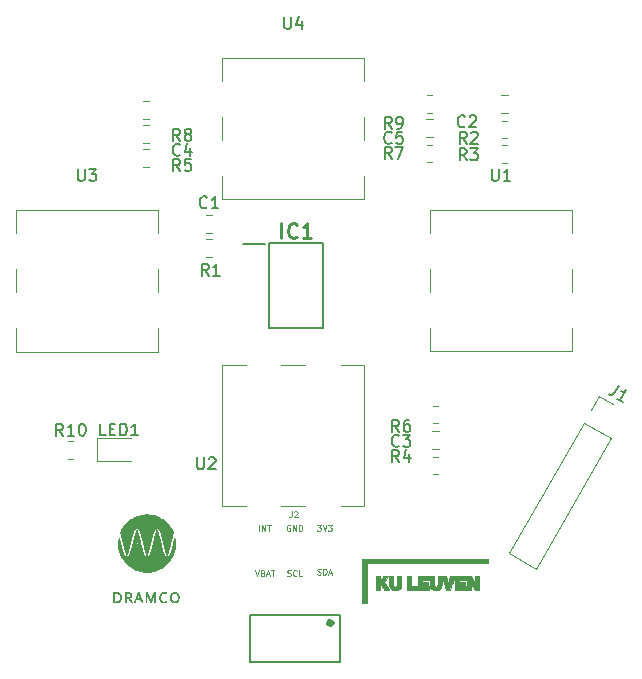
<source format=gto>
G04 #@! TF.GenerationSoftware,KiCad,Pcbnew,(5.1.6)-1*
G04 #@! TF.CreationDate,2021-11-15T17:53:34+01:00*
G04 #@! TF.ProjectId,STEM,5354454d-2e6b-4696-9361-645f70636258,A*
G04 #@! TF.SameCoordinates,Original*
G04 #@! TF.FileFunction,Legend,Top*
G04 #@! TF.FilePolarity,Positive*
%FSLAX46Y46*%
G04 Gerber Fmt 4.6, Leading zero omitted, Abs format (unit mm)*
G04 Created by KiCad (PCBNEW (5.1.6)-1) date 2021-11-15 17:53:34*
%MOMM*%
%LPD*%
G01*
G04 APERTURE LIST*
%ADD10C,0.125000*%
%ADD11C,0.152400*%
%ADD12C,0.500000*%
%ADD13C,0.010000*%
%ADD14C,0.120000*%
%ADD15C,0.200000*%
%ADD16C,0.150000*%
%ADD17C,0.254000*%
G04 APERTURE END LIST*
D10*
X119193571Y-136378190D02*
X119360238Y-136878190D01*
X119526904Y-136378190D01*
X119860238Y-136616285D02*
X119931666Y-136640095D01*
X119955476Y-136663904D01*
X119979285Y-136711523D01*
X119979285Y-136782952D01*
X119955476Y-136830571D01*
X119931666Y-136854380D01*
X119884047Y-136878190D01*
X119693571Y-136878190D01*
X119693571Y-136378190D01*
X119860238Y-136378190D01*
X119907857Y-136402000D01*
X119931666Y-136425809D01*
X119955476Y-136473428D01*
X119955476Y-136521047D01*
X119931666Y-136568666D01*
X119907857Y-136592476D01*
X119860238Y-136616285D01*
X119693571Y-136616285D01*
X120169761Y-136735333D02*
X120407857Y-136735333D01*
X120122142Y-136878190D02*
X120288809Y-136378190D01*
X120455476Y-136878190D01*
X120550714Y-136378190D02*
X120836428Y-136378190D01*
X120693571Y-136878190D02*
X120693571Y-136378190D01*
X124475952Y-132568190D02*
X124785476Y-132568190D01*
X124618809Y-132758666D01*
X124690238Y-132758666D01*
X124737857Y-132782476D01*
X124761666Y-132806285D01*
X124785476Y-132853904D01*
X124785476Y-132972952D01*
X124761666Y-133020571D01*
X124737857Y-133044380D01*
X124690238Y-133068190D01*
X124547380Y-133068190D01*
X124499761Y-133044380D01*
X124475952Y-133020571D01*
X124928333Y-132568190D02*
X125095000Y-133068190D01*
X125261666Y-132568190D01*
X125380714Y-132568190D02*
X125690238Y-132568190D01*
X125523571Y-132758666D01*
X125595000Y-132758666D01*
X125642619Y-132782476D01*
X125666428Y-132806285D01*
X125690238Y-132853904D01*
X125690238Y-132972952D01*
X125666428Y-133020571D01*
X125642619Y-133044380D01*
X125595000Y-133068190D01*
X125452142Y-133068190D01*
X125404523Y-133044380D01*
X125380714Y-133020571D01*
X122174047Y-132592000D02*
X122126428Y-132568190D01*
X122055000Y-132568190D01*
X121983571Y-132592000D01*
X121935952Y-132639619D01*
X121912142Y-132687238D01*
X121888333Y-132782476D01*
X121888333Y-132853904D01*
X121912142Y-132949142D01*
X121935952Y-132996761D01*
X121983571Y-133044380D01*
X122055000Y-133068190D01*
X122102619Y-133068190D01*
X122174047Y-133044380D01*
X122197857Y-133020571D01*
X122197857Y-132853904D01*
X122102619Y-132853904D01*
X122412142Y-133068190D02*
X122412142Y-132568190D01*
X122697857Y-133068190D01*
X122697857Y-132568190D01*
X122935952Y-133068190D02*
X122935952Y-132568190D01*
X123055000Y-132568190D01*
X123126428Y-132592000D01*
X123174047Y-132639619D01*
X123197857Y-132687238D01*
X123221666Y-132782476D01*
X123221666Y-132853904D01*
X123197857Y-132949142D01*
X123174047Y-132996761D01*
X123126428Y-133044380D01*
X123055000Y-133068190D01*
X122935952Y-133068190D01*
X124487857Y-136727380D02*
X124559285Y-136751190D01*
X124678333Y-136751190D01*
X124725952Y-136727380D01*
X124749761Y-136703571D01*
X124773571Y-136655952D01*
X124773571Y-136608333D01*
X124749761Y-136560714D01*
X124725952Y-136536904D01*
X124678333Y-136513095D01*
X124583095Y-136489285D01*
X124535476Y-136465476D01*
X124511666Y-136441666D01*
X124487857Y-136394047D01*
X124487857Y-136346428D01*
X124511666Y-136298809D01*
X124535476Y-136275000D01*
X124583095Y-136251190D01*
X124702142Y-136251190D01*
X124773571Y-136275000D01*
X124987857Y-136751190D02*
X124987857Y-136251190D01*
X125106904Y-136251190D01*
X125178333Y-136275000D01*
X125225952Y-136322619D01*
X125249761Y-136370238D01*
X125273571Y-136465476D01*
X125273571Y-136536904D01*
X125249761Y-136632142D01*
X125225952Y-136679761D01*
X125178333Y-136727380D01*
X125106904Y-136751190D01*
X124987857Y-136751190D01*
X125464047Y-136608333D02*
X125702142Y-136608333D01*
X125416428Y-136751190D02*
X125583095Y-136251190D01*
X125749761Y-136751190D01*
X121959761Y-136854380D02*
X122031190Y-136878190D01*
X122150238Y-136878190D01*
X122197857Y-136854380D01*
X122221666Y-136830571D01*
X122245476Y-136782952D01*
X122245476Y-136735333D01*
X122221666Y-136687714D01*
X122197857Y-136663904D01*
X122150238Y-136640095D01*
X122055000Y-136616285D01*
X122007380Y-136592476D01*
X121983571Y-136568666D01*
X121959761Y-136521047D01*
X121959761Y-136473428D01*
X121983571Y-136425809D01*
X122007380Y-136402000D01*
X122055000Y-136378190D01*
X122174047Y-136378190D01*
X122245476Y-136402000D01*
X122745476Y-136830571D02*
X122721666Y-136854380D01*
X122650238Y-136878190D01*
X122602619Y-136878190D01*
X122531190Y-136854380D01*
X122483571Y-136806761D01*
X122459761Y-136759142D01*
X122435952Y-136663904D01*
X122435952Y-136592476D01*
X122459761Y-136497238D01*
X122483571Y-136449619D01*
X122531190Y-136402000D01*
X122602619Y-136378190D01*
X122650238Y-136378190D01*
X122721666Y-136402000D01*
X122745476Y-136425809D01*
X123197857Y-136878190D02*
X122959761Y-136878190D01*
X122959761Y-136378190D01*
X119562619Y-133068190D02*
X119562619Y-132568190D01*
X119800714Y-133068190D02*
X119800714Y-132568190D01*
X120086428Y-133068190D01*
X120086428Y-132568190D01*
X120253095Y-132568190D02*
X120538809Y-132568190D01*
X120395952Y-133068190D02*
X120395952Y-132568190D01*
D11*
X126365000Y-140150000D02*
X126365000Y-144150000D01*
X126365000Y-140150000D02*
X118745000Y-140150000D01*
X126365000Y-144150000D02*
X118745000Y-144150000D01*
X118745000Y-140150000D02*
X118745000Y-144150000D01*
D12*
X125716419Y-140850000D02*
G75*
G03*
X125716419Y-140850000I-141419J0D01*
G01*
D13*
G36*
X110885775Y-133005668D02*
G01*
X110889725Y-133012182D01*
X110894949Y-133022402D01*
X110896985Y-133026421D01*
X110912478Y-133058381D01*
X110928038Y-133093600D01*
X110943741Y-133132297D01*
X110959664Y-133174689D01*
X110975882Y-133220994D01*
X110992471Y-133271432D01*
X111009508Y-133326218D01*
X111027068Y-133385572D01*
X111045228Y-133449711D01*
X111047784Y-133458945D01*
X111053034Y-133478117D01*
X111057815Y-133495875D01*
X111061962Y-133511585D01*
X111065312Y-133524612D01*
X111067701Y-133534324D01*
X111068962Y-133540084D01*
X111069120Y-133541265D01*
X111067992Y-133544766D01*
X111064807Y-133552141D01*
X111059866Y-133562763D01*
X111053465Y-133576005D01*
X111045904Y-133591239D01*
X111037482Y-133607839D01*
X111036334Y-133610075D01*
X111025952Y-133630405D01*
X111014824Y-133652462D01*
X111002826Y-133676502D01*
X110989834Y-133702782D01*
X110975724Y-133731558D01*
X110960371Y-133763087D01*
X110943650Y-133797625D01*
X110925437Y-133835428D01*
X110905607Y-133876754D01*
X110884037Y-133921859D01*
X110860602Y-133970999D01*
X110835176Y-134024431D01*
X110829169Y-134037070D01*
X110795371Y-134108000D01*
X110763483Y-134174508D01*
X110733381Y-134236830D01*
X110704941Y-134295199D01*
X110678042Y-134349849D01*
X110652559Y-134401014D01*
X110628369Y-134448930D01*
X110605350Y-134493830D01*
X110583377Y-134535948D01*
X110562329Y-134575519D01*
X110542081Y-134612777D01*
X110522510Y-134647955D01*
X110503494Y-134681290D01*
X110484909Y-134713014D01*
X110466631Y-134743362D01*
X110448538Y-134772568D01*
X110430507Y-134800867D01*
X110415079Y-134824470D01*
X110402772Y-134842859D01*
X110390284Y-134861110D01*
X110377937Y-134878788D01*
X110366053Y-134895458D01*
X110354956Y-134910686D01*
X110344967Y-134924036D01*
X110336410Y-134935073D01*
X110329606Y-134943363D01*
X110324878Y-134948471D01*
X110322549Y-134949961D01*
X110322360Y-134949513D01*
X110323198Y-134946916D01*
X110325512Y-134940402D01*
X110328995Y-134930812D01*
X110333345Y-134918987D01*
X110335973Y-134911898D01*
X110345055Y-134887044D01*
X110354083Y-134861458D01*
X110363118Y-134834921D01*
X110372217Y-134807212D01*
X110381440Y-134778111D01*
X110390847Y-134747398D01*
X110400496Y-134714852D01*
X110410446Y-134680253D01*
X110420758Y-134643381D01*
X110431489Y-134604016D01*
X110442700Y-134561937D01*
X110454449Y-134516925D01*
X110466796Y-134468758D01*
X110479800Y-134417217D01*
X110493520Y-134362082D01*
X110508015Y-134303131D01*
X110523344Y-134240146D01*
X110539567Y-134172905D01*
X110556743Y-134101188D01*
X110574930Y-134024776D01*
X110578944Y-134007860D01*
X110592315Y-133951670D01*
X110605541Y-133896475D01*
X110618523Y-133842680D01*
X110631159Y-133790692D01*
X110643351Y-133740915D01*
X110654998Y-133693755D01*
X110666000Y-133649618D01*
X110676257Y-133608910D01*
X110685668Y-133572036D01*
X110694134Y-133539402D01*
X110699887Y-133517640D01*
X110719839Y-133444436D01*
X110739270Y-133376243D01*
X110758193Y-133313020D01*
X110776622Y-133254723D01*
X110794571Y-133201314D01*
X110812055Y-133152749D01*
X110829087Y-133108987D01*
X110845680Y-133069988D01*
X110861850Y-133035710D01*
X110863240Y-133032943D01*
X110870205Y-133019106D01*
X110875315Y-133009581D01*
X110879196Y-133004247D01*
X110882474Y-133002983D01*
X110885775Y-133005668D01*
G37*
X110885775Y-133005668D02*
X110889725Y-133012182D01*
X110894949Y-133022402D01*
X110896985Y-133026421D01*
X110912478Y-133058381D01*
X110928038Y-133093600D01*
X110943741Y-133132297D01*
X110959664Y-133174689D01*
X110975882Y-133220994D01*
X110992471Y-133271432D01*
X111009508Y-133326218D01*
X111027068Y-133385572D01*
X111045228Y-133449711D01*
X111047784Y-133458945D01*
X111053034Y-133478117D01*
X111057815Y-133495875D01*
X111061962Y-133511585D01*
X111065312Y-133524612D01*
X111067701Y-133534324D01*
X111068962Y-133540084D01*
X111069120Y-133541265D01*
X111067992Y-133544766D01*
X111064807Y-133552141D01*
X111059866Y-133562763D01*
X111053465Y-133576005D01*
X111045904Y-133591239D01*
X111037482Y-133607839D01*
X111036334Y-133610075D01*
X111025952Y-133630405D01*
X111014824Y-133652462D01*
X111002826Y-133676502D01*
X110989834Y-133702782D01*
X110975724Y-133731558D01*
X110960371Y-133763087D01*
X110943650Y-133797625D01*
X110925437Y-133835428D01*
X110905607Y-133876754D01*
X110884037Y-133921859D01*
X110860602Y-133970999D01*
X110835176Y-134024431D01*
X110829169Y-134037070D01*
X110795371Y-134108000D01*
X110763483Y-134174508D01*
X110733381Y-134236830D01*
X110704941Y-134295199D01*
X110678042Y-134349849D01*
X110652559Y-134401014D01*
X110628369Y-134448930D01*
X110605350Y-134493830D01*
X110583377Y-134535948D01*
X110562329Y-134575519D01*
X110542081Y-134612777D01*
X110522510Y-134647955D01*
X110503494Y-134681290D01*
X110484909Y-134713014D01*
X110466631Y-134743362D01*
X110448538Y-134772568D01*
X110430507Y-134800867D01*
X110415079Y-134824470D01*
X110402772Y-134842859D01*
X110390284Y-134861110D01*
X110377937Y-134878788D01*
X110366053Y-134895458D01*
X110354956Y-134910686D01*
X110344967Y-134924036D01*
X110336410Y-134935073D01*
X110329606Y-134943363D01*
X110324878Y-134948471D01*
X110322549Y-134949961D01*
X110322360Y-134949513D01*
X110323198Y-134946916D01*
X110325512Y-134940402D01*
X110328995Y-134930812D01*
X110333345Y-134918987D01*
X110335973Y-134911898D01*
X110345055Y-134887044D01*
X110354083Y-134861458D01*
X110363118Y-134834921D01*
X110372217Y-134807212D01*
X110381440Y-134778111D01*
X110390847Y-134747398D01*
X110400496Y-134714852D01*
X110410446Y-134680253D01*
X110420758Y-134643381D01*
X110431489Y-134604016D01*
X110442700Y-134561937D01*
X110454449Y-134516925D01*
X110466796Y-134468758D01*
X110479800Y-134417217D01*
X110493520Y-134362082D01*
X110508015Y-134303131D01*
X110523344Y-134240146D01*
X110539567Y-134172905D01*
X110556743Y-134101188D01*
X110574930Y-134024776D01*
X110578944Y-134007860D01*
X110592315Y-133951670D01*
X110605541Y-133896475D01*
X110618523Y-133842680D01*
X110631159Y-133790692D01*
X110643351Y-133740915D01*
X110654998Y-133693755D01*
X110666000Y-133649618D01*
X110676257Y-133608910D01*
X110685668Y-133572036D01*
X110694134Y-133539402D01*
X110699887Y-133517640D01*
X110719839Y-133444436D01*
X110739270Y-133376243D01*
X110758193Y-133313020D01*
X110776622Y-133254723D01*
X110794571Y-133201314D01*
X110812055Y-133152749D01*
X110829087Y-133108987D01*
X110845680Y-133069988D01*
X110861850Y-133035710D01*
X110863240Y-133032943D01*
X110870205Y-133019106D01*
X110875315Y-133009581D01*
X110879196Y-133004247D01*
X110882474Y-133002983D01*
X110885775Y-133005668D01*
G36*
X109176357Y-133001701D02*
G01*
X109180005Y-133007914D01*
X109185022Y-133017446D01*
X109191087Y-133029622D01*
X109197883Y-133043768D01*
X109205089Y-133059210D01*
X109212387Y-133075273D01*
X109219457Y-133091283D01*
X109225981Y-133106567D01*
X109231487Y-133120065D01*
X109241532Y-133145901D01*
X109251450Y-133172373D01*
X109261301Y-133199707D01*
X109271148Y-133228131D01*
X109281055Y-133257869D01*
X109291083Y-133289149D01*
X109301295Y-133322198D01*
X109311753Y-133357241D01*
X109322521Y-133394505D01*
X109333660Y-133434217D01*
X109345233Y-133476603D01*
X109357304Y-133521889D01*
X109369933Y-133570302D01*
X109383185Y-133622069D01*
X109397120Y-133677415D01*
X109411803Y-133736567D01*
X109427295Y-133799752D01*
X109443659Y-133867196D01*
X109460958Y-133939126D01*
X109479253Y-134015767D01*
X109481601Y-134025640D01*
X109498113Y-134094944D01*
X109513582Y-134159574D01*
X109528083Y-134219810D01*
X109541688Y-134275934D01*
X109554469Y-134328228D01*
X109566499Y-134376972D01*
X109577851Y-134422449D01*
X109588598Y-134464939D01*
X109598811Y-134504725D01*
X109608565Y-134542087D01*
X109617930Y-134577306D01*
X109626981Y-134610666D01*
X109635790Y-134642446D01*
X109644429Y-134672928D01*
X109652972Y-134702393D01*
X109661490Y-134731124D01*
X109670057Y-134759401D01*
X109676373Y-134779887D01*
X109683125Y-134801292D01*
X109690428Y-134823855D01*
X109698005Y-134846758D01*
X109705574Y-134869183D01*
X109712857Y-134890314D01*
X109719573Y-134909333D01*
X109725442Y-134925422D01*
X109730185Y-134937764D01*
X109731535Y-134941064D01*
X109733860Y-134947391D01*
X109734751Y-134951458D01*
X109734615Y-134952051D01*
X109732842Y-134950454D01*
X109728537Y-134945371D01*
X109722184Y-134937408D01*
X109714264Y-134927169D01*
X109705258Y-134915258D01*
X109704464Y-134914196D01*
X109685607Y-134888535D01*
X109666889Y-134862183D01*
X109648199Y-134834935D01*
X109629424Y-134806584D01*
X109610454Y-134776924D01*
X109591176Y-134745750D01*
X109571478Y-134712854D01*
X109551250Y-134678032D01*
X109530379Y-134641078D01*
X109508754Y-134601784D01*
X109486263Y-134559945D01*
X109462795Y-134515356D01*
X109438238Y-134467810D01*
X109412480Y-134417101D01*
X109385410Y-134363023D01*
X109356915Y-134305371D01*
X109326885Y-134243937D01*
X109295208Y-134178517D01*
X109261771Y-134108903D01*
X109226464Y-134034891D01*
X109216032Y-134012940D01*
X109199924Y-133979113D01*
X109182772Y-133943271D01*
X109164944Y-133906171D01*
X109146807Y-133868573D01*
X109128730Y-133831234D01*
X109111080Y-133794915D01*
X109094226Y-133760372D01*
X109078534Y-133728366D01*
X109064373Y-133699655D01*
X109055373Y-133681533D01*
X108985777Y-133541897D01*
X109001606Y-133483413D01*
X109021914Y-133410155D01*
X109041823Y-133341921D01*
X109061346Y-133278670D01*
X109080495Y-133220364D01*
X109099284Y-133166961D01*
X109115053Y-133125210D01*
X109119849Y-133113406D01*
X109125741Y-133099622D01*
X109132404Y-133084544D01*
X109139515Y-133068858D01*
X109146748Y-133053251D01*
X109153779Y-133038412D01*
X109160286Y-133025025D01*
X109165942Y-133013780D01*
X109170424Y-133005361D01*
X109173407Y-133000457D01*
X109174397Y-132999480D01*
X109176357Y-133001701D01*
G37*
X109176357Y-133001701D02*
X109180005Y-133007914D01*
X109185022Y-133017446D01*
X109191087Y-133029622D01*
X109197883Y-133043768D01*
X109205089Y-133059210D01*
X109212387Y-133075273D01*
X109219457Y-133091283D01*
X109225981Y-133106567D01*
X109231487Y-133120065D01*
X109241532Y-133145901D01*
X109251450Y-133172373D01*
X109261301Y-133199707D01*
X109271148Y-133228131D01*
X109281055Y-133257869D01*
X109291083Y-133289149D01*
X109301295Y-133322198D01*
X109311753Y-133357241D01*
X109322521Y-133394505D01*
X109333660Y-133434217D01*
X109345233Y-133476603D01*
X109357304Y-133521889D01*
X109369933Y-133570302D01*
X109383185Y-133622069D01*
X109397120Y-133677415D01*
X109411803Y-133736567D01*
X109427295Y-133799752D01*
X109443659Y-133867196D01*
X109460958Y-133939126D01*
X109479253Y-134015767D01*
X109481601Y-134025640D01*
X109498113Y-134094944D01*
X109513582Y-134159574D01*
X109528083Y-134219810D01*
X109541688Y-134275934D01*
X109554469Y-134328228D01*
X109566499Y-134376972D01*
X109577851Y-134422449D01*
X109588598Y-134464939D01*
X109598811Y-134504725D01*
X109608565Y-134542087D01*
X109617930Y-134577306D01*
X109626981Y-134610666D01*
X109635790Y-134642446D01*
X109644429Y-134672928D01*
X109652972Y-134702393D01*
X109661490Y-134731124D01*
X109670057Y-134759401D01*
X109676373Y-134779887D01*
X109683125Y-134801292D01*
X109690428Y-134823855D01*
X109698005Y-134846758D01*
X109705574Y-134869183D01*
X109712857Y-134890314D01*
X109719573Y-134909333D01*
X109725442Y-134925422D01*
X109730185Y-134937764D01*
X109731535Y-134941064D01*
X109733860Y-134947391D01*
X109734751Y-134951458D01*
X109734615Y-134952051D01*
X109732842Y-134950454D01*
X109728537Y-134945371D01*
X109722184Y-134937408D01*
X109714264Y-134927169D01*
X109705258Y-134915258D01*
X109704464Y-134914196D01*
X109685607Y-134888535D01*
X109666889Y-134862183D01*
X109648199Y-134834935D01*
X109629424Y-134806584D01*
X109610454Y-134776924D01*
X109591176Y-134745750D01*
X109571478Y-134712854D01*
X109551250Y-134678032D01*
X109530379Y-134641078D01*
X109508754Y-134601784D01*
X109486263Y-134559945D01*
X109462795Y-134515356D01*
X109438238Y-134467810D01*
X109412480Y-134417101D01*
X109385410Y-134363023D01*
X109356915Y-134305371D01*
X109326885Y-134243937D01*
X109295208Y-134178517D01*
X109261771Y-134108903D01*
X109226464Y-134034891D01*
X109216032Y-134012940D01*
X109199924Y-133979113D01*
X109182772Y-133943271D01*
X109164944Y-133906171D01*
X109146807Y-133868573D01*
X109128730Y-133831234D01*
X109111080Y-133794915D01*
X109094226Y-133760372D01*
X109078534Y-133728366D01*
X109064373Y-133699655D01*
X109055373Y-133681533D01*
X108985777Y-133541897D01*
X109001606Y-133483413D01*
X109021914Y-133410155D01*
X109041823Y-133341921D01*
X109061346Y-133278670D01*
X109080495Y-133220364D01*
X109099284Y-133166961D01*
X109115053Y-133125210D01*
X109119849Y-133113406D01*
X109125741Y-133099622D01*
X109132404Y-133084544D01*
X109139515Y-133068858D01*
X109146748Y-133053251D01*
X109153779Y-133038412D01*
X109160286Y-133025025D01*
X109165942Y-133013780D01*
X109170424Y-133005361D01*
X109173407Y-133000457D01*
X109174397Y-132999480D01*
X109176357Y-133001701D01*
G36*
X108349707Y-132911242D02*
G01*
X108376375Y-132918319D01*
X108404137Y-132929738D01*
X108433495Y-132945480D01*
X108444030Y-132951876D01*
X108476568Y-132974397D01*
X108509917Y-133001875D01*
X108544034Y-133034256D01*
X108578875Y-133071491D01*
X108614397Y-133113526D01*
X108650555Y-133160310D01*
X108687308Y-133211792D01*
X108724610Y-133267919D01*
X108762418Y-133328641D01*
X108765557Y-133333851D01*
X108794002Y-133381186D01*
X108787046Y-133405598D01*
X108779085Y-133433910D01*
X108770696Y-133464491D01*
X108761825Y-133497560D01*
X108752415Y-133533335D01*
X108742413Y-133572036D01*
X108731764Y-133613880D01*
X108720413Y-133659088D01*
X108708304Y-133707877D01*
X108695383Y-133760468D01*
X108681596Y-133817078D01*
X108666887Y-133877926D01*
X108651201Y-133943232D01*
X108634484Y-134013214D01*
X108629408Y-134034530D01*
X108612282Y-134106314D01*
X108596185Y-134173402D01*
X108581047Y-134236055D01*
X108566799Y-134294539D01*
X108553372Y-134349115D01*
X108540696Y-134400047D01*
X108528702Y-134447598D01*
X108517321Y-134492031D01*
X108506484Y-134533609D01*
X108496121Y-134572596D01*
X108486163Y-134609254D01*
X108476540Y-134643847D01*
X108467184Y-134676637D01*
X108458025Y-134707889D01*
X108448994Y-134737865D01*
X108440021Y-134766828D01*
X108431038Y-134795042D01*
X108421974Y-134822769D01*
X108421411Y-134824470D01*
X108414303Y-134845568D01*
X108406613Y-134867804D01*
X108398783Y-134889942D01*
X108391252Y-134910745D01*
X108384464Y-134928976D01*
X108379693Y-134941310D01*
X108372984Y-134957768D01*
X108365652Y-134974981D01*
X108357998Y-134992317D01*
X108350322Y-135009146D01*
X108342924Y-135024838D01*
X108336106Y-135038761D01*
X108330167Y-135050285D01*
X108325409Y-135058780D01*
X108322132Y-135063616D01*
X108320971Y-135064500D01*
X108318955Y-135062347D01*
X108315200Y-135056430D01*
X108310176Y-135047558D01*
X108304353Y-135036539D01*
X108301930Y-135031759D01*
X108291372Y-135010083D01*
X108280910Y-134987332D01*
X108270490Y-134963319D01*
X108260058Y-134937858D01*
X108249559Y-134910763D01*
X108238940Y-134881849D01*
X108228147Y-134850929D01*
X108217125Y-134817816D01*
X108205822Y-134782325D01*
X108194182Y-134744271D01*
X108182152Y-134703465D01*
X108169678Y-134659724D01*
X108156706Y-134612860D01*
X108143182Y-134562688D01*
X108129052Y-134509021D01*
X108114262Y-134451673D01*
X108098758Y-134390459D01*
X108082486Y-134325191D01*
X108065392Y-134255685D01*
X108047422Y-134181754D01*
X108028522Y-134103212D01*
X108009708Y-134024370D01*
X107991309Y-133947265D01*
X107973772Y-133874333D01*
X107957121Y-133805663D01*
X107941378Y-133741347D01*
X107926565Y-133681476D01*
X107912705Y-133626141D01*
X107899821Y-133575434D01*
X107887935Y-133529445D01*
X107877071Y-133488265D01*
X107869717Y-133460999D01*
X107847695Y-133380229D01*
X107876388Y-133332729D01*
X107913700Y-133272638D01*
X107950105Y-133217435D01*
X107985680Y-133167024D01*
X108020506Y-133121309D01*
X108054661Y-133080195D01*
X108088224Y-133043585D01*
X108121276Y-133011385D01*
X108153895Y-132983498D01*
X108184530Y-132960931D01*
X108215188Y-132941591D01*
X108243925Y-132926698D01*
X108271243Y-132916234D01*
X108297644Y-132910182D01*
X108323631Y-132908524D01*
X108349707Y-132911242D01*
G37*
X108349707Y-132911242D02*
X108376375Y-132918319D01*
X108404137Y-132929738D01*
X108433495Y-132945480D01*
X108444030Y-132951876D01*
X108476568Y-132974397D01*
X108509917Y-133001875D01*
X108544034Y-133034256D01*
X108578875Y-133071491D01*
X108614397Y-133113526D01*
X108650555Y-133160310D01*
X108687308Y-133211792D01*
X108724610Y-133267919D01*
X108762418Y-133328641D01*
X108765557Y-133333851D01*
X108794002Y-133381186D01*
X108787046Y-133405598D01*
X108779085Y-133433910D01*
X108770696Y-133464491D01*
X108761825Y-133497560D01*
X108752415Y-133533335D01*
X108742413Y-133572036D01*
X108731764Y-133613880D01*
X108720413Y-133659088D01*
X108708304Y-133707877D01*
X108695383Y-133760468D01*
X108681596Y-133817078D01*
X108666887Y-133877926D01*
X108651201Y-133943232D01*
X108634484Y-134013214D01*
X108629408Y-134034530D01*
X108612282Y-134106314D01*
X108596185Y-134173402D01*
X108581047Y-134236055D01*
X108566799Y-134294539D01*
X108553372Y-134349115D01*
X108540696Y-134400047D01*
X108528702Y-134447598D01*
X108517321Y-134492031D01*
X108506484Y-134533609D01*
X108496121Y-134572596D01*
X108486163Y-134609254D01*
X108476540Y-134643847D01*
X108467184Y-134676637D01*
X108458025Y-134707889D01*
X108448994Y-134737865D01*
X108440021Y-134766828D01*
X108431038Y-134795042D01*
X108421974Y-134822769D01*
X108421411Y-134824470D01*
X108414303Y-134845568D01*
X108406613Y-134867804D01*
X108398783Y-134889942D01*
X108391252Y-134910745D01*
X108384464Y-134928976D01*
X108379693Y-134941310D01*
X108372984Y-134957768D01*
X108365652Y-134974981D01*
X108357998Y-134992317D01*
X108350322Y-135009146D01*
X108342924Y-135024838D01*
X108336106Y-135038761D01*
X108330167Y-135050285D01*
X108325409Y-135058780D01*
X108322132Y-135063616D01*
X108320971Y-135064500D01*
X108318955Y-135062347D01*
X108315200Y-135056430D01*
X108310176Y-135047558D01*
X108304353Y-135036539D01*
X108301930Y-135031759D01*
X108291372Y-135010083D01*
X108280910Y-134987332D01*
X108270490Y-134963319D01*
X108260058Y-134937858D01*
X108249559Y-134910763D01*
X108238940Y-134881849D01*
X108228147Y-134850929D01*
X108217125Y-134817816D01*
X108205822Y-134782325D01*
X108194182Y-134744271D01*
X108182152Y-134703465D01*
X108169678Y-134659724D01*
X108156706Y-134612860D01*
X108143182Y-134562688D01*
X108129052Y-134509021D01*
X108114262Y-134451673D01*
X108098758Y-134390459D01*
X108082486Y-134325191D01*
X108065392Y-134255685D01*
X108047422Y-134181754D01*
X108028522Y-134103212D01*
X108009708Y-134024370D01*
X107991309Y-133947265D01*
X107973772Y-133874333D01*
X107957121Y-133805663D01*
X107941378Y-133741347D01*
X107926565Y-133681476D01*
X107912705Y-133626141D01*
X107899821Y-133575434D01*
X107887935Y-133529445D01*
X107877071Y-133488265D01*
X107869717Y-133460999D01*
X107847695Y-133380229D01*
X107876388Y-133332729D01*
X107913700Y-133272638D01*
X107950105Y-133217435D01*
X107985680Y-133167024D01*
X108020506Y-133121309D01*
X108054661Y-133080195D01*
X108088224Y-133043585D01*
X108121276Y-133011385D01*
X108153895Y-132983498D01*
X108184530Y-132960931D01*
X108215188Y-132941591D01*
X108243925Y-132926698D01*
X108271243Y-132916234D01*
X108297644Y-132910182D01*
X108323631Y-132908524D01*
X108349707Y-132911242D01*
G36*
X111769736Y-132912325D02*
G01*
X111794967Y-132919893D01*
X111819690Y-132930516D01*
X111848126Y-132945634D01*
X111875539Y-132963063D01*
X111902663Y-132983362D01*
X111930233Y-133007088D01*
X111958984Y-133034800D01*
X111964534Y-133040452D01*
X111993025Y-133070886D01*
X112021135Y-133103381D01*
X112049174Y-133138360D01*
X112077452Y-133176244D01*
X112106279Y-133217456D01*
X112135964Y-133262419D01*
X112166817Y-133311554D01*
X112183048Y-133338268D01*
X112208839Y-133381146D01*
X112203984Y-133396688D01*
X112198217Y-133415872D01*
X112191379Y-133439919D01*
X112183494Y-133468733D01*
X112174587Y-133502215D01*
X112164682Y-133540270D01*
X112153804Y-133582799D01*
X112141977Y-133629705D01*
X112129226Y-133680892D01*
X112115574Y-133736261D01*
X112101048Y-133795717D01*
X112085670Y-133859162D01*
X112069466Y-133926498D01*
X112052459Y-133997628D01*
X112046998Y-134020560D01*
X112029907Y-134092235D01*
X112013855Y-134159214D01*
X111998773Y-134221755D01*
X111984593Y-134280120D01*
X111971248Y-134334568D01*
X111958668Y-134385361D01*
X111946786Y-134432758D01*
X111935533Y-134477020D01*
X111924842Y-134518408D01*
X111914644Y-134557181D01*
X111904871Y-134593601D01*
X111895455Y-134627928D01*
X111886327Y-134660421D01*
X111877420Y-134691343D01*
X111868666Y-134720952D01*
X111859995Y-134749510D01*
X111851340Y-134777277D01*
X111842633Y-134804513D01*
X111838204Y-134818120D01*
X111826237Y-134853666D01*
X111813828Y-134888654D01*
X111801228Y-134922454D01*
X111788690Y-134954436D01*
X111776468Y-134983972D01*
X111764814Y-135010432D01*
X111753980Y-135033187D01*
X111745010Y-135050209D01*
X111735200Y-135067669D01*
X111726152Y-135051479D01*
X111714116Y-135028402D01*
X111701216Y-135000792D01*
X111687617Y-134969092D01*
X111673485Y-134933744D01*
X111658986Y-134895189D01*
X111644285Y-134853871D01*
X111629548Y-134810230D01*
X111614941Y-134764710D01*
X111600628Y-134717752D01*
X111598761Y-134711440D01*
X111585714Y-134666270D01*
X111571800Y-134616366D01*
X111557088Y-134561984D01*
X111541647Y-134503382D01*
X111525547Y-134440819D01*
X111513704Y-134393940D01*
X111508634Y-134373698D01*
X111503829Y-134354456D01*
X111499195Y-134335820D01*
X111494637Y-134317399D01*
X111490060Y-134298801D01*
X111485370Y-134279636D01*
X111480473Y-134259510D01*
X111475274Y-134238033D01*
X111469678Y-134214813D01*
X111463590Y-134189458D01*
X111456917Y-134161576D01*
X111449563Y-134130776D01*
X111441435Y-134096667D01*
X111432437Y-134058855D01*
X111422475Y-134016951D01*
X111411454Y-133970562D01*
X111409454Y-133962140D01*
X111392649Y-133891636D01*
X111376844Y-133825860D01*
X111361977Y-133764570D01*
X111347989Y-133707525D01*
X111334818Y-133654484D01*
X111322405Y-133605206D01*
X111310688Y-133559451D01*
X111299607Y-133516976D01*
X111289101Y-133477541D01*
X111279111Y-133440906D01*
X111272535Y-133417310D01*
X111262534Y-133381750D01*
X111270414Y-133367780D01*
X111278331Y-133354124D01*
X111288472Y-133337217D01*
X111300232Y-133318026D01*
X111313006Y-133297520D01*
X111326191Y-133276667D01*
X111339182Y-133256435D01*
X111351374Y-133237792D01*
X111354449Y-133233160D01*
X111391281Y-133179859D01*
X111427663Y-133131202D01*
X111463540Y-133087246D01*
X111498860Y-133048052D01*
X111533566Y-133013677D01*
X111567607Y-132984181D01*
X111600926Y-132959623D01*
X111612680Y-132952036D01*
X111642330Y-132934993D01*
X111669844Y-132922197D01*
X111695782Y-132913591D01*
X111720703Y-132909115D01*
X111745168Y-132908713D01*
X111769736Y-132912325D01*
G37*
X111769736Y-132912325D02*
X111794967Y-132919893D01*
X111819690Y-132930516D01*
X111848126Y-132945634D01*
X111875539Y-132963063D01*
X111902663Y-132983362D01*
X111930233Y-133007088D01*
X111958984Y-133034800D01*
X111964534Y-133040452D01*
X111993025Y-133070886D01*
X112021135Y-133103381D01*
X112049174Y-133138360D01*
X112077452Y-133176244D01*
X112106279Y-133217456D01*
X112135964Y-133262419D01*
X112166817Y-133311554D01*
X112183048Y-133338268D01*
X112208839Y-133381146D01*
X112203984Y-133396688D01*
X112198217Y-133415872D01*
X112191379Y-133439919D01*
X112183494Y-133468733D01*
X112174587Y-133502215D01*
X112164682Y-133540270D01*
X112153804Y-133582799D01*
X112141977Y-133629705D01*
X112129226Y-133680892D01*
X112115574Y-133736261D01*
X112101048Y-133795717D01*
X112085670Y-133859162D01*
X112069466Y-133926498D01*
X112052459Y-133997628D01*
X112046998Y-134020560D01*
X112029907Y-134092235D01*
X112013855Y-134159214D01*
X111998773Y-134221755D01*
X111984593Y-134280120D01*
X111971248Y-134334568D01*
X111958668Y-134385361D01*
X111946786Y-134432758D01*
X111935533Y-134477020D01*
X111924842Y-134518408D01*
X111914644Y-134557181D01*
X111904871Y-134593601D01*
X111895455Y-134627928D01*
X111886327Y-134660421D01*
X111877420Y-134691343D01*
X111868666Y-134720952D01*
X111859995Y-134749510D01*
X111851340Y-134777277D01*
X111842633Y-134804513D01*
X111838204Y-134818120D01*
X111826237Y-134853666D01*
X111813828Y-134888654D01*
X111801228Y-134922454D01*
X111788690Y-134954436D01*
X111776468Y-134983972D01*
X111764814Y-135010432D01*
X111753980Y-135033187D01*
X111745010Y-135050209D01*
X111735200Y-135067669D01*
X111726152Y-135051479D01*
X111714116Y-135028402D01*
X111701216Y-135000792D01*
X111687617Y-134969092D01*
X111673485Y-134933744D01*
X111658986Y-134895189D01*
X111644285Y-134853871D01*
X111629548Y-134810230D01*
X111614941Y-134764710D01*
X111600628Y-134717752D01*
X111598761Y-134711440D01*
X111585714Y-134666270D01*
X111571800Y-134616366D01*
X111557088Y-134561984D01*
X111541647Y-134503382D01*
X111525547Y-134440819D01*
X111513704Y-134393940D01*
X111508634Y-134373698D01*
X111503829Y-134354456D01*
X111499195Y-134335820D01*
X111494637Y-134317399D01*
X111490060Y-134298801D01*
X111485370Y-134279636D01*
X111480473Y-134259510D01*
X111475274Y-134238033D01*
X111469678Y-134214813D01*
X111463590Y-134189458D01*
X111456917Y-134161576D01*
X111449563Y-134130776D01*
X111441435Y-134096667D01*
X111432437Y-134058855D01*
X111422475Y-134016951D01*
X111411454Y-133970562D01*
X111409454Y-133962140D01*
X111392649Y-133891636D01*
X111376844Y-133825860D01*
X111361977Y-133764570D01*
X111347989Y-133707525D01*
X111334818Y-133654484D01*
X111322405Y-133605206D01*
X111310688Y-133559451D01*
X111299607Y-133516976D01*
X111289101Y-133477541D01*
X111279111Y-133440906D01*
X111272535Y-133417310D01*
X111262534Y-133381750D01*
X111270414Y-133367780D01*
X111278331Y-133354124D01*
X111288472Y-133337217D01*
X111300232Y-133318026D01*
X111313006Y-133297520D01*
X111326191Y-133276667D01*
X111339182Y-133256435D01*
X111351374Y-133237792D01*
X111354449Y-133233160D01*
X111391281Y-133179859D01*
X111427663Y-133131202D01*
X111463540Y-133087246D01*
X111498860Y-133048052D01*
X111533566Y-133013677D01*
X111567607Y-132984181D01*
X111600926Y-132959623D01*
X111612680Y-132952036D01*
X111642330Y-132934993D01*
X111669844Y-132922197D01*
X111695782Y-132913591D01*
X111720703Y-132909115D01*
X111745168Y-132908713D01*
X111769736Y-132912325D01*
G36*
X110140923Y-131665995D02*
G01*
X110250966Y-131673528D01*
X110360237Y-131686017D01*
X110468586Y-131703409D01*
X110575862Y-131725655D01*
X110681913Y-131752702D01*
X110786588Y-131784499D01*
X110889736Y-131820995D01*
X110991207Y-131862138D01*
X111090849Y-131907877D01*
X111188510Y-131958161D01*
X111284041Y-132012937D01*
X111377289Y-132072156D01*
X111468104Y-132135765D01*
X111508540Y-132166117D01*
X111580524Y-132223787D01*
X111651812Y-132285756D01*
X111721601Y-132351245D01*
X111789090Y-132419473D01*
X111853477Y-132489662D01*
X111911100Y-132557520D01*
X111965164Y-132626545D01*
X112018041Y-132699545D01*
X112068997Y-132775434D01*
X112117296Y-132853126D01*
X112151291Y-132911850D01*
X112162449Y-132932282D01*
X112175085Y-132956316D01*
X112188672Y-132982882D01*
X112202684Y-133010916D01*
X112216593Y-133039349D01*
X112229874Y-133067114D01*
X112241998Y-133093144D01*
X112252440Y-133116373D01*
X112253895Y-133119701D01*
X112275809Y-133170072D01*
X112259654Y-133218435D01*
X112243498Y-133266799D01*
X112216629Y-133226484D01*
X112183220Y-133177842D01*
X112150724Y-133133602D01*
X112118739Y-133093259D01*
X112086862Y-133056309D01*
X112054691Y-133022247D01*
X112050922Y-133018460D01*
X112016692Y-132986124D01*
X111983183Y-132958343D01*
X111949886Y-132934746D01*
X111916290Y-132914960D01*
X111893350Y-132903647D01*
X111864959Y-132891672D01*
X111838253Y-132882674D01*
X111811324Y-132876143D01*
X111782264Y-132871569D01*
X111767330Y-132869950D01*
X111725083Y-132868434D01*
X111683128Y-132871988D01*
X111641475Y-132880608D01*
X111600135Y-132894291D01*
X111559121Y-132913036D01*
X111527590Y-132931027D01*
X111508032Y-132943688D01*
X111489854Y-132956667D01*
X111472089Y-132970754D01*
X111453773Y-132986743D01*
X111433939Y-133005424D01*
X111419502Y-133019659D01*
X111392486Y-133047666D01*
X111366358Y-133076856D01*
X111340565Y-133107922D01*
X111314551Y-133141558D01*
X111287764Y-133178458D01*
X111259648Y-133219315D01*
X111257522Y-133222481D01*
X111227998Y-133266517D01*
X111212360Y-133219993D01*
X111197954Y-133178096D01*
X111184281Y-133140401D01*
X111171030Y-133106137D01*
X111157892Y-133074533D01*
X111144556Y-133044820D01*
X111130713Y-133016227D01*
X111128671Y-133012180D01*
X111110909Y-132979109D01*
X111093419Y-132950683D01*
X111075859Y-132926502D01*
X111057887Y-132906170D01*
X111039162Y-132889286D01*
X111019343Y-132875453D01*
X111004350Y-132867232D01*
X110977109Y-132856208D01*
X110947194Y-132848376D01*
X110915482Y-132843706D01*
X110882852Y-132842165D01*
X110850184Y-132843722D01*
X110818356Y-132848345D01*
X110788248Y-132856004D01*
X110760738Y-132866666D01*
X110742339Y-132876615D01*
X110722784Y-132890875D01*
X110703592Y-132909108D01*
X110684680Y-132931454D01*
X110665960Y-132958055D01*
X110647348Y-132989050D01*
X110628759Y-133024579D01*
X110610107Y-133064783D01*
X110591307Y-133109803D01*
X110575646Y-133150610D01*
X110565124Y-133179566D01*
X110554616Y-133209654D01*
X110544057Y-133241107D01*
X110533385Y-133274159D01*
X110522535Y-133309046D01*
X110511444Y-133346001D01*
X110500048Y-133385259D01*
X110488283Y-133427054D01*
X110476085Y-133471620D01*
X110463391Y-133519191D01*
X110450136Y-133570003D01*
X110436257Y-133624288D01*
X110421691Y-133682283D01*
X110406373Y-133744220D01*
X110390239Y-133810334D01*
X110373226Y-133880859D01*
X110355270Y-133956030D01*
X110347788Y-133987540D01*
X110332036Y-134053891D01*
X110317340Y-134115584D01*
X110303626Y-134172911D01*
X110290820Y-134226167D01*
X110278848Y-134275643D01*
X110267634Y-134321635D01*
X110257106Y-134364436D01*
X110247189Y-134404339D01*
X110237809Y-134441637D01*
X110228891Y-134476625D01*
X110220361Y-134509596D01*
X110212146Y-134540843D01*
X110204171Y-134570660D01*
X110196361Y-134599341D01*
X110188643Y-134627179D01*
X110180942Y-134654467D01*
X110173185Y-134681500D01*
X110167061Y-134702550D01*
X110152637Y-134750584D01*
X110137928Y-134797139D01*
X110123093Y-134841792D01*
X110108288Y-134884119D01*
X110093671Y-134923695D01*
X110079400Y-134960097D01*
X110065633Y-134992901D01*
X110052528Y-135021683D01*
X110040241Y-135046020D01*
X110037272Y-135051438D01*
X110028254Y-135067587D01*
X110021711Y-135056421D01*
X110011657Y-135037905D01*
X110000568Y-135015023D01*
X109988665Y-134988329D01*
X109976167Y-134958380D01*
X109963295Y-134925731D01*
X109950268Y-134890938D01*
X109937307Y-134854556D01*
X109924632Y-134817141D01*
X109914699Y-134786370D01*
X109905864Y-134758061D01*
X109897107Y-134729346D01*
X109888354Y-134699943D01*
X109879533Y-134669570D01*
X109870568Y-134637945D01*
X109861388Y-134604786D01*
X109851919Y-134569810D01*
X109842088Y-134532735D01*
X109831821Y-134493280D01*
X109821044Y-134451161D01*
X109809685Y-134406098D01*
X109797671Y-134357807D01*
X109784927Y-134306006D01*
X109771381Y-134250414D01*
X109756959Y-134190748D01*
X109741588Y-134126727D01*
X109725195Y-134058067D01*
X109722907Y-134048458D01*
X109705624Y-133976012D01*
X109689382Y-133908268D01*
X109674114Y-133844973D01*
X109659753Y-133785870D01*
X109646233Y-133730706D01*
X109633486Y-133679225D01*
X109621445Y-133631173D01*
X109610044Y-133586294D01*
X109599214Y-133544333D01*
X109588890Y-133505037D01*
X109579004Y-133468150D01*
X109569490Y-133433416D01*
X109560280Y-133400582D01*
X109551307Y-133369393D01*
X109542504Y-133339593D01*
X109533805Y-133310927D01*
X109525142Y-133283141D01*
X109516449Y-133255981D01*
X109507658Y-133229190D01*
X109507289Y-133228080D01*
X109488951Y-133174580D01*
X109471076Y-133125936D01*
X109453544Y-133081955D01*
X109436235Y-133042446D01*
X109419030Y-133007217D01*
X109401808Y-132976077D01*
X109384451Y-132948834D01*
X109366838Y-132925297D01*
X109348851Y-132905274D01*
X109330369Y-132888574D01*
X109311272Y-132875004D01*
X109291442Y-132864374D01*
X109276406Y-132858350D01*
X109245256Y-132849724D01*
X109211714Y-132844400D01*
X109177020Y-132842391D01*
X109142413Y-132843709D01*
X109109133Y-132848366D01*
X109078444Y-132856368D01*
X109063866Y-132861517D01*
X109052300Y-132866456D01*
X109041824Y-132872177D01*
X109030513Y-132879670D01*
X109023759Y-132884525D01*
X109005311Y-132899922D01*
X108987171Y-132918993D01*
X108969256Y-132941895D01*
X108951479Y-132968786D01*
X108933756Y-132999823D01*
X108916002Y-133035163D01*
X108898131Y-133074964D01*
X108880059Y-133119383D01*
X108861700Y-133168577D01*
X108846496Y-133212224D01*
X108828211Y-133266218D01*
X108796097Y-133218574D01*
X108768218Y-133178106D01*
X108741764Y-133141634D01*
X108716182Y-133108475D01*
X108690921Y-133077944D01*
X108665426Y-133049358D01*
X108639146Y-133022034D01*
X108629121Y-133012115D01*
X108597648Y-132982829D01*
X108567341Y-132957729D01*
X108537457Y-132936292D01*
X108507255Y-132917995D01*
X108475991Y-132902316D01*
X108468536Y-132899009D01*
X108428025Y-132884168D01*
X108386510Y-132874202D01*
X108344373Y-132869099D01*
X108301997Y-132868848D01*
X108259768Y-132873436D01*
X108218067Y-132882852D01*
X108177279Y-132897084D01*
X108151930Y-132908666D01*
X108116196Y-132928699D01*
X108080526Y-132952980D01*
X108044819Y-132981613D01*
X108008971Y-133014702D01*
X107972881Y-133052350D01*
X107936446Y-133094662D01*
X107899564Y-133141742D01*
X107862133Y-133193693D01*
X107841821Y-133223561D01*
X107833141Y-133236520D01*
X107825499Y-133247837D01*
X107819309Y-133256907D01*
X107814986Y-133263123D01*
X107812942Y-133265880D01*
X107812835Y-133265951D01*
X107812060Y-133263329D01*
X107809908Y-133256671D01*
X107806633Y-133246750D01*
X107802492Y-133234341D01*
X107797870Y-133220605D01*
X107782909Y-133176301D01*
X107801944Y-133131705D01*
X107846363Y-133034051D01*
X107895447Y-132938162D01*
X107949018Y-132844276D01*
X108006894Y-132752631D01*
X108068898Y-132663468D01*
X108134848Y-132577024D01*
X108204565Y-132493539D01*
X108277870Y-132413251D01*
X108354582Y-132336400D01*
X108434522Y-132263224D01*
X108492290Y-132214327D01*
X108579656Y-132146011D01*
X108669666Y-132081968D01*
X108762165Y-132022254D01*
X108856998Y-131966925D01*
X108954011Y-131916036D01*
X109053049Y-131869643D01*
X109153957Y-131827801D01*
X109256579Y-131790565D01*
X109360762Y-131757991D01*
X109466351Y-131730135D01*
X109573190Y-131707051D01*
X109681125Y-131688796D01*
X109790001Y-131675424D01*
X109899664Y-131666991D01*
X110009958Y-131663553D01*
X110030260Y-131663469D01*
X110140923Y-131665995D01*
G37*
X110140923Y-131665995D02*
X110250966Y-131673528D01*
X110360237Y-131686017D01*
X110468586Y-131703409D01*
X110575862Y-131725655D01*
X110681913Y-131752702D01*
X110786588Y-131784499D01*
X110889736Y-131820995D01*
X110991207Y-131862138D01*
X111090849Y-131907877D01*
X111188510Y-131958161D01*
X111284041Y-132012937D01*
X111377289Y-132072156D01*
X111468104Y-132135765D01*
X111508540Y-132166117D01*
X111580524Y-132223787D01*
X111651812Y-132285756D01*
X111721601Y-132351245D01*
X111789090Y-132419473D01*
X111853477Y-132489662D01*
X111911100Y-132557520D01*
X111965164Y-132626545D01*
X112018041Y-132699545D01*
X112068997Y-132775434D01*
X112117296Y-132853126D01*
X112151291Y-132911850D01*
X112162449Y-132932282D01*
X112175085Y-132956316D01*
X112188672Y-132982882D01*
X112202684Y-133010916D01*
X112216593Y-133039349D01*
X112229874Y-133067114D01*
X112241998Y-133093144D01*
X112252440Y-133116373D01*
X112253895Y-133119701D01*
X112275809Y-133170072D01*
X112259654Y-133218435D01*
X112243498Y-133266799D01*
X112216629Y-133226484D01*
X112183220Y-133177842D01*
X112150724Y-133133602D01*
X112118739Y-133093259D01*
X112086862Y-133056309D01*
X112054691Y-133022247D01*
X112050922Y-133018460D01*
X112016692Y-132986124D01*
X111983183Y-132958343D01*
X111949886Y-132934746D01*
X111916290Y-132914960D01*
X111893350Y-132903647D01*
X111864959Y-132891672D01*
X111838253Y-132882674D01*
X111811324Y-132876143D01*
X111782264Y-132871569D01*
X111767330Y-132869950D01*
X111725083Y-132868434D01*
X111683128Y-132871988D01*
X111641475Y-132880608D01*
X111600135Y-132894291D01*
X111559121Y-132913036D01*
X111527590Y-132931027D01*
X111508032Y-132943688D01*
X111489854Y-132956667D01*
X111472089Y-132970754D01*
X111453773Y-132986743D01*
X111433939Y-133005424D01*
X111419502Y-133019659D01*
X111392486Y-133047666D01*
X111366358Y-133076856D01*
X111340565Y-133107922D01*
X111314551Y-133141558D01*
X111287764Y-133178458D01*
X111259648Y-133219315D01*
X111257522Y-133222481D01*
X111227998Y-133266517D01*
X111212360Y-133219993D01*
X111197954Y-133178096D01*
X111184281Y-133140401D01*
X111171030Y-133106137D01*
X111157892Y-133074533D01*
X111144556Y-133044820D01*
X111130713Y-133016227D01*
X111128671Y-133012180D01*
X111110909Y-132979109D01*
X111093419Y-132950683D01*
X111075859Y-132926502D01*
X111057887Y-132906170D01*
X111039162Y-132889286D01*
X111019343Y-132875453D01*
X111004350Y-132867232D01*
X110977109Y-132856208D01*
X110947194Y-132848376D01*
X110915482Y-132843706D01*
X110882852Y-132842165D01*
X110850184Y-132843722D01*
X110818356Y-132848345D01*
X110788248Y-132856004D01*
X110760738Y-132866666D01*
X110742339Y-132876615D01*
X110722784Y-132890875D01*
X110703592Y-132909108D01*
X110684680Y-132931454D01*
X110665960Y-132958055D01*
X110647348Y-132989050D01*
X110628759Y-133024579D01*
X110610107Y-133064783D01*
X110591307Y-133109803D01*
X110575646Y-133150610D01*
X110565124Y-133179566D01*
X110554616Y-133209654D01*
X110544057Y-133241107D01*
X110533385Y-133274159D01*
X110522535Y-133309046D01*
X110511444Y-133346001D01*
X110500048Y-133385259D01*
X110488283Y-133427054D01*
X110476085Y-133471620D01*
X110463391Y-133519191D01*
X110450136Y-133570003D01*
X110436257Y-133624288D01*
X110421691Y-133682283D01*
X110406373Y-133744220D01*
X110390239Y-133810334D01*
X110373226Y-133880859D01*
X110355270Y-133956030D01*
X110347788Y-133987540D01*
X110332036Y-134053891D01*
X110317340Y-134115584D01*
X110303626Y-134172911D01*
X110290820Y-134226167D01*
X110278848Y-134275643D01*
X110267634Y-134321635D01*
X110257106Y-134364436D01*
X110247189Y-134404339D01*
X110237809Y-134441637D01*
X110228891Y-134476625D01*
X110220361Y-134509596D01*
X110212146Y-134540843D01*
X110204171Y-134570660D01*
X110196361Y-134599341D01*
X110188643Y-134627179D01*
X110180942Y-134654467D01*
X110173185Y-134681500D01*
X110167061Y-134702550D01*
X110152637Y-134750584D01*
X110137928Y-134797139D01*
X110123093Y-134841792D01*
X110108288Y-134884119D01*
X110093671Y-134923695D01*
X110079400Y-134960097D01*
X110065633Y-134992901D01*
X110052528Y-135021683D01*
X110040241Y-135046020D01*
X110037272Y-135051438D01*
X110028254Y-135067587D01*
X110021711Y-135056421D01*
X110011657Y-135037905D01*
X110000568Y-135015023D01*
X109988665Y-134988329D01*
X109976167Y-134958380D01*
X109963295Y-134925731D01*
X109950268Y-134890938D01*
X109937307Y-134854556D01*
X109924632Y-134817141D01*
X109914699Y-134786370D01*
X109905864Y-134758061D01*
X109897107Y-134729346D01*
X109888354Y-134699943D01*
X109879533Y-134669570D01*
X109870568Y-134637945D01*
X109861388Y-134604786D01*
X109851919Y-134569810D01*
X109842088Y-134532735D01*
X109831821Y-134493280D01*
X109821044Y-134451161D01*
X109809685Y-134406098D01*
X109797671Y-134357807D01*
X109784927Y-134306006D01*
X109771381Y-134250414D01*
X109756959Y-134190748D01*
X109741588Y-134126727D01*
X109725195Y-134058067D01*
X109722907Y-134048458D01*
X109705624Y-133976012D01*
X109689382Y-133908268D01*
X109674114Y-133844973D01*
X109659753Y-133785870D01*
X109646233Y-133730706D01*
X109633486Y-133679225D01*
X109621445Y-133631173D01*
X109610044Y-133586294D01*
X109599214Y-133544333D01*
X109588890Y-133505037D01*
X109579004Y-133468150D01*
X109569490Y-133433416D01*
X109560280Y-133400582D01*
X109551307Y-133369393D01*
X109542504Y-133339593D01*
X109533805Y-133310927D01*
X109525142Y-133283141D01*
X109516449Y-133255981D01*
X109507658Y-133229190D01*
X109507289Y-133228080D01*
X109488951Y-133174580D01*
X109471076Y-133125936D01*
X109453544Y-133081955D01*
X109436235Y-133042446D01*
X109419030Y-133007217D01*
X109401808Y-132976077D01*
X109384451Y-132948834D01*
X109366838Y-132925297D01*
X109348851Y-132905274D01*
X109330369Y-132888574D01*
X109311272Y-132875004D01*
X109291442Y-132864374D01*
X109276406Y-132858350D01*
X109245256Y-132849724D01*
X109211714Y-132844400D01*
X109177020Y-132842391D01*
X109142413Y-132843709D01*
X109109133Y-132848366D01*
X109078444Y-132856368D01*
X109063866Y-132861517D01*
X109052300Y-132866456D01*
X109041824Y-132872177D01*
X109030513Y-132879670D01*
X109023759Y-132884525D01*
X109005311Y-132899922D01*
X108987171Y-132918993D01*
X108969256Y-132941895D01*
X108951479Y-132968786D01*
X108933756Y-132999823D01*
X108916002Y-133035163D01*
X108898131Y-133074964D01*
X108880059Y-133119383D01*
X108861700Y-133168577D01*
X108846496Y-133212224D01*
X108828211Y-133266218D01*
X108796097Y-133218574D01*
X108768218Y-133178106D01*
X108741764Y-133141634D01*
X108716182Y-133108475D01*
X108690921Y-133077944D01*
X108665426Y-133049358D01*
X108639146Y-133022034D01*
X108629121Y-133012115D01*
X108597648Y-132982829D01*
X108567341Y-132957729D01*
X108537457Y-132936292D01*
X108507255Y-132917995D01*
X108475991Y-132902316D01*
X108468536Y-132899009D01*
X108428025Y-132884168D01*
X108386510Y-132874202D01*
X108344373Y-132869099D01*
X108301997Y-132868848D01*
X108259768Y-132873436D01*
X108218067Y-132882852D01*
X108177279Y-132897084D01*
X108151930Y-132908666D01*
X108116196Y-132928699D01*
X108080526Y-132952980D01*
X108044819Y-132981613D01*
X108008971Y-133014702D01*
X107972881Y-133052350D01*
X107936446Y-133094662D01*
X107899564Y-133141742D01*
X107862133Y-133193693D01*
X107841821Y-133223561D01*
X107833141Y-133236520D01*
X107825499Y-133247837D01*
X107819309Y-133256907D01*
X107814986Y-133263123D01*
X107812942Y-133265880D01*
X107812835Y-133265951D01*
X107812060Y-133263329D01*
X107809908Y-133256671D01*
X107806633Y-133246750D01*
X107802492Y-133234341D01*
X107797870Y-133220605D01*
X107782909Y-133176301D01*
X107801944Y-133131705D01*
X107846363Y-133034051D01*
X107895447Y-132938162D01*
X107949018Y-132844276D01*
X108006894Y-132752631D01*
X108068898Y-132663468D01*
X108134848Y-132577024D01*
X108204565Y-132493539D01*
X108277870Y-132413251D01*
X108354582Y-132336400D01*
X108434522Y-132263224D01*
X108492290Y-132214327D01*
X108579656Y-132146011D01*
X108669666Y-132081968D01*
X108762165Y-132022254D01*
X108856998Y-131966925D01*
X108954011Y-131916036D01*
X109053049Y-131869643D01*
X109153957Y-131827801D01*
X109256579Y-131790565D01*
X109360762Y-131757991D01*
X109466351Y-131730135D01*
X109573190Y-131707051D01*
X109681125Y-131688796D01*
X109790001Y-131675424D01*
X109899664Y-131666991D01*
X110009958Y-131663553D01*
X110030260Y-131663469D01*
X110140923Y-131665995D01*
G36*
X111105378Y-133680625D02*
G01*
X111106000Y-133682055D01*
X111106888Y-133684720D01*
X111108098Y-133688851D01*
X111109687Y-133694679D01*
X111111711Y-133702435D01*
X111114226Y-133712349D01*
X111117289Y-133724653D01*
X111120956Y-133739576D01*
X111125284Y-133757350D01*
X111130329Y-133778206D01*
X111136147Y-133802374D01*
X111142795Y-133830085D01*
X111150329Y-133861569D01*
X111158806Y-133897059D01*
X111168282Y-133936784D01*
X111178814Y-133980975D01*
X111190457Y-134029863D01*
X111191266Y-134033260D01*
X111200226Y-134070832D01*
X111209409Y-134109232D01*
X111218675Y-134147877D01*
X111227883Y-134186188D01*
X111236894Y-134223584D01*
X111245568Y-134259485D01*
X111253763Y-134293311D01*
X111261340Y-134324480D01*
X111268159Y-134352413D01*
X111274079Y-134376529D01*
X111278702Y-134395210D01*
X111298856Y-134475010D01*
X111318393Y-134549898D01*
X111337356Y-134619998D01*
X111355790Y-134685432D01*
X111373740Y-134746327D01*
X111391252Y-134802804D01*
X111408369Y-134854989D01*
X111425138Y-134903005D01*
X111441602Y-134946976D01*
X111457808Y-134987026D01*
X111473798Y-135023280D01*
X111489620Y-135055860D01*
X111505316Y-135084891D01*
X111520934Y-135110498D01*
X111536516Y-135132803D01*
X111552108Y-135151931D01*
X111553270Y-135153231D01*
X111567395Y-135167054D01*
X111584239Y-135180595D01*
X111602110Y-135192631D01*
X111619312Y-135201944D01*
X111623310Y-135203703D01*
X111647518Y-135212216D01*
X111673375Y-135218126D01*
X111701855Y-135221598D01*
X111733934Y-135222798D01*
X111735870Y-135222801D01*
X111767916Y-135221748D01*
X111796252Y-135218479D01*
X111821813Y-135212832D01*
X111845535Y-135204644D01*
X111849253Y-135203074D01*
X111865316Y-135195444D01*
X111879245Y-135187122D01*
X111892485Y-135177081D01*
X111906484Y-135164291D01*
X111913116Y-135157671D01*
X111931352Y-135136978D01*
X111949397Y-135112164D01*
X111967353Y-135083052D01*
X111985319Y-135049461D01*
X112003395Y-135011215D01*
X112021682Y-134968134D01*
X112027449Y-134953666D01*
X112039578Y-134921975D01*
X112051798Y-134888342D01*
X112064167Y-134852556D01*
X112076745Y-134814406D01*
X112089590Y-134773680D01*
X112102763Y-134730167D01*
X112116322Y-134683655D01*
X112130326Y-134633933D01*
X112144835Y-134580789D01*
X112159907Y-134524012D01*
X112175602Y-134463390D01*
X112191979Y-134398712D01*
X112209097Y-134329766D01*
X112227016Y-134256341D01*
X112245794Y-134178225D01*
X112254003Y-134143750D01*
X112267867Y-134085392D01*
X112280609Y-134031804D01*
X112292272Y-133982811D01*
X112302899Y-133938238D01*
X112312531Y-133897910D01*
X112321212Y-133861651D01*
X112328985Y-133829288D01*
X112335891Y-133800644D01*
X112341973Y-133775546D01*
X112347274Y-133753817D01*
X112351836Y-133735284D01*
X112355703Y-133719770D01*
X112358915Y-133707102D01*
X112361517Y-133697103D01*
X112363550Y-133689600D01*
X112365057Y-133684416D01*
X112366081Y-133681378D01*
X112366663Y-133680310D01*
X112366696Y-133680305D01*
X112368154Y-133682531D01*
X112371547Y-133688804D01*
X112376606Y-133698594D01*
X112383063Y-133711371D01*
X112390650Y-133726604D01*
X112399097Y-133743764D01*
X112405622Y-133757140D01*
X112442915Y-133833870D01*
X112445651Y-133859270D01*
X112454154Y-133961138D01*
X112457920Y-134064347D01*
X112456992Y-134168513D01*
X112451412Y-134273252D01*
X112441220Y-134378179D01*
X112426459Y-134482911D01*
X112407171Y-134587064D01*
X112383398Y-134690253D01*
X112355180Y-134792094D01*
X112338220Y-134846060D01*
X112301308Y-134950620D01*
X112259818Y-135053056D01*
X112213847Y-135153235D01*
X112163489Y-135251023D01*
X112108840Y-135346289D01*
X112049995Y-135438901D01*
X111987049Y-135528724D01*
X111920099Y-135615628D01*
X111849240Y-135699479D01*
X111774566Y-135780145D01*
X111696174Y-135857493D01*
X111614159Y-135931391D01*
X111528617Y-136001706D01*
X111478060Y-136040323D01*
X111387876Y-136104216D01*
X111295075Y-136163797D01*
X111199825Y-136219004D01*
X111102294Y-136269771D01*
X111002651Y-136316037D01*
X110901064Y-136357736D01*
X110797702Y-136394806D01*
X110692732Y-136427182D01*
X110586325Y-136454801D01*
X110478648Y-136477600D01*
X110369869Y-136495514D01*
X110260158Y-136508481D01*
X110232190Y-136510976D01*
X110183203Y-136514485D01*
X110131970Y-136517087D01*
X110080030Y-136518743D01*
X110028921Y-136519415D01*
X109980182Y-136519063D01*
X109948980Y-136518211D01*
X109837285Y-136511607D01*
X109726501Y-136500044D01*
X109616756Y-136483560D01*
X109508177Y-136462194D01*
X109400895Y-136435983D01*
X109295036Y-136404966D01*
X109190731Y-136369180D01*
X109088106Y-136328663D01*
X108987291Y-136283454D01*
X108888415Y-136233591D01*
X108791605Y-136179111D01*
X108780580Y-136172533D01*
X108692173Y-136116932D01*
X108607256Y-136058276D01*
X108525308Y-135996157D01*
X108445808Y-135930169D01*
X108368236Y-135859903D01*
X108314407Y-135807556D01*
X108268976Y-135761146D01*
X108226912Y-135716073D01*
X108187180Y-135671137D01*
X108148743Y-135625141D01*
X108110565Y-135576888D01*
X108079783Y-135536216D01*
X108017053Y-135447673D01*
X107958511Y-135356487D01*
X107904213Y-135262860D01*
X107854216Y-135166995D01*
X107808576Y-135069092D01*
X107767348Y-134969354D01*
X107730590Y-134867983D01*
X107698357Y-134765181D01*
X107670706Y-134661149D01*
X107647693Y-134556089D01*
X107629375Y-134450204D01*
X107615806Y-134343695D01*
X107607045Y-134236764D01*
X107603147Y-134129613D01*
X107604168Y-134022444D01*
X107610165Y-133915459D01*
X107614557Y-133866890D01*
X107619187Y-133821170D01*
X107654032Y-133750050D01*
X107663997Y-133729808D01*
X107672013Y-133713776D01*
X107678297Y-133701569D01*
X107683065Y-133692801D01*
X107686534Y-133687086D01*
X107688921Y-133684039D01*
X107690443Y-133683275D01*
X107691166Y-133684010D01*
X107691873Y-133685970D01*
X107692960Y-133689623D01*
X107694481Y-133695199D01*
X107696493Y-133702927D01*
X107699052Y-133713039D01*
X107702214Y-133725764D01*
X107706035Y-133741334D01*
X107710571Y-133759978D01*
X107715878Y-133781927D01*
X107722012Y-133807411D01*
X107729030Y-133836661D01*
X107736986Y-133869906D01*
X107745937Y-133907378D01*
X107755940Y-133949306D01*
X107767050Y-133995922D01*
X107768381Y-134001510D01*
X107785317Y-134072494D01*
X107801192Y-134138780D01*
X107816072Y-134200622D01*
X107830022Y-134258274D01*
X107843111Y-134311992D01*
X107855403Y-134362029D01*
X107866966Y-134408639D01*
X107877867Y-134452079D01*
X107888171Y-134492601D01*
X107897946Y-134530461D01*
X107907258Y-134565913D01*
X107916172Y-134599211D01*
X107924757Y-134630611D01*
X107933078Y-134660366D01*
X107941201Y-134688731D01*
X107949194Y-134715961D01*
X107957123Y-134742310D01*
X107965054Y-134768033D01*
X107973055Y-134793384D01*
X107981190Y-134818618D01*
X107984764Y-134829550D01*
X108002992Y-134883399D01*
X108020761Y-134932395D01*
X108038184Y-134976730D01*
X108055372Y-135016599D01*
X108072437Y-135052195D01*
X108089491Y-135083711D01*
X108106645Y-135111343D01*
X108124010Y-135135283D01*
X108141700Y-135155725D01*
X108159824Y-135172864D01*
X108178496Y-135186892D01*
X108196865Y-135197525D01*
X108226148Y-135209593D01*
X108258345Y-135218095D01*
X108292621Y-135222898D01*
X108328144Y-135223865D01*
X108350755Y-135222448D01*
X108377384Y-135219054D01*
X108400534Y-135214257D01*
X108421708Y-135207660D01*
X108442406Y-135198867D01*
X108445300Y-135197464D01*
X108456358Y-135191748D01*
X108465437Y-135186218D01*
X108473888Y-135179864D01*
X108483062Y-135171674D01*
X108493707Y-135161244D01*
X108510760Y-135142818D01*
X108526499Y-135122884D01*
X108541525Y-135100557D01*
X108556436Y-135074949D01*
X108570443Y-135047990D01*
X108586041Y-135015126D01*
X108601648Y-134979287D01*
X108617340Y-134940245D01*
X108633194Y-134897771D01*
X108649288Y-134851636D01*
X108665699Y-134801613D01*
X108682505Y-134747471D01*
X108699781Y-134688984D01*
X108717607Y-134625922D01*
X108736005Y-134558257D01*
X108740609Y-134540787D01*
X108746279Y-134518870D01*
X108752894Y-134492997D01*
X108760333Y-134463661D01*
X108768472Y-134431354D01*
X108777192Y-134396566D01*
X108786368Y-134359790D01*
X108795881Y-134321519D01*
X108805607Y-134282242D01*
X108815426Y-134242454D01*
X108825214Y-134202644D01*
X108834851Y-134163305D01*
X108844215Y-134124929D01*
X108853183Y-134088008D01*
X108861633Y-134053033D01*
X108869445Y-134020497D01*
X108874578Y-133998970D01*
X108884524Y-133957182D01*
X108894034Y-133917344D01*
X108903046Y-133879709D01*
X108911498Y-133844533D01*
X108919329Y-133812070D01*
X108926475Y-133782575D01*
X108932876Y-133756303D01*
X108938470Y-133733509D01*
X108943193Y-133714446D01*
X108946984Y-133699371D01*
X108949782Y-133688538D01*
X108951523Y-133682202D01*
X108952102Y-133680550D01*
X108953529Y-133682446D01*
X108957008Y-133688698D01*
X108962424Y-133699069D01*
X108969660Y-133713321D01*
X108978600Y-133731218D01*
X108989130Y-133752522D01*
X109001132Y-133776996D01*
X109014491Y-133804401D01*
X109029092Y-133834500D01*
X109044818Y-133867057D01*
X109061553Y-133901833D01*
X109079182Y-133938590D01*
X109097589Y-133977093D01*
X109116657Y-134017103D01*
X109129772Y-134044690D01*
X109161134Y-134110563D01*
X109190574Y-134172064D01*
X109218230Y-134229463D01*
X109244238Y-134283032D01*
X109268733Y-134333044D01*
X109291851Y-134379770D01*
X109313729Y-134423482D01*
X109334502Y-134464451D01*
X109354306Y-134502950D01*
X109373278Y-134539251D01*
X109391553Y-134573625D01*
X109409267Y-134606344D01*
X109424900Y-134634704D01*
X109464943Y-134704941D01*
X109504191Y-134770189D01*
X109542666Y-134830476D01*
X109580388Y-134885828D01*
X109617378Y-134936272D01*
X109653656Y-134981833D01*
X109689243Y-135022538D01*
X109724161Y-135058414D01*
X109758430Y-135089487D01*
X109792071Y-135115783D01*
X109816411Y-135132082D01*
X109828558Y-135140296D01*
X109841531Y-135150133D01*
X109853055Y-135159840D01*
X109856059Y-135162628D01*
X109875412Y-135179490D01*
X109894609Y-135192524D01*
X109915169Y-135202698D01*
X109924610Y-135206365D01*
X109958139Y-135216036D01*
X109993921Y-135221835D01*
X110030870Y-135223715D01*
X110067900Y-135221631D01*
X110103926Y-135215539D01*
X110110035Y-135214060D01*
X110138616Y-135204620D01*
X110165175Y-135191497D01*
X110188796Y-135175206D01*
X110204250Y-135160993D01*
X110210603Y-135155208D01*
X110219926Y-135147813D01*
X110230855Y-135139853D01*
X110239810Y-135133795D01*
X110273602Y-135109954D01*
X110307353Y-135082408D01*
X110341174Y-135051021D01*
X110375177Y-135015657D01*
X110409473Y-134976178D01*
X110444172Y-134932450D01*
X110479387Y-134884334D01*
X110515229Y-134831696D01*
X110551809Y-134774398D01*
X110589238Y-134712305D01*
X110602753Y-134689080D01*
X110622670Y-134653990D01*
X110643872Y-134615544D01*
X110666424Y-134573615D01*
X110690387Y-134528081D01*
X110715825Y-134478816D01*
X110742800Y-134425696D01*
X110771375Y-134368597D01*
X110801613Y-134307395D01*
X110833577Y-134241965D01*
X110867329Y-134172183D01*
X110902933Y-134097924D01*
X110928892Y-134043420D01*
X110952077Y-133994663D01*
X110973878Y-133948912D01*
X110994232Y-133906294D01*
X111013078Y-133866936D01*
X111030353Y-133830968D01*
X111045996Y-133798518D01*
X111059943Y-133769714D01*
X111072133Y-133744683D01*
X111082504Y-133723555D01*
X111090994Y-133706458D01*
X111097539Y-133693519D01*
X111102079Y-133684868D01*
X111104551Y-133680632D01*
X111104965Y-133680199D01*
X111105378Y-133680625D01*
G37*
X111105378Y-133680625D02*
X111106000Y-133682055D01*
X111106888Y-133684720D01*
X111108098Y-133688851D01*
X111109687Y-133694679D01*
X111111711Y-133702435D01*
X111114226Y-133712349D01*
X111117289Y-133724653D01*
X111120956Y-133739576D01*
X111125284Y-133757350D01*
X111130329Y-133778206D01*
X111136147Y-133802374D01*
X111142795Y-133830085D01*
X111150329Y-133861569D01*
X111158806Y-133897059D01*
X111168282Y-133936784D01*
X111178814Y-133980975D01*
X111190457Y-134029863D01*
X111191266Y-134033260D01*
X111200226Y-134070832D01*
X111209409Y-134109232D01*
X111218675Y-134147877D01*
X111227883Y-134186188D01*
X111236894Y-134223584D01*
X111245568Y-134259485D01*
X111253763Y-134293311D01*
X111261340Y-134324480D01*
X111268159Y-134352413D01*
X111274079Y-134376529D01*
X111278702Y-134395210D01*
X111298856Y-134475010D01*
X111318393Y-134549898D01*
X111337356Y-134619998D01*
X111355790Y-134685432D01*
X111373740Y-134746327D01*
X111391252Y-134802804D01*
X111408369Y-134854989D01*
X111425138Y-134903005D01*
X111441602Y-134946976D01*
X111457808Y-134987026D01*
X111473798Y-135023280D01*
X111489620Y-135055860D01*
X111505316Y-135084891D01*
X111520934Y-135110498D01*
X111536516Y-135132803D01*
X111552108Y-135151931D01*
X111553270Y-135153231D01*
X111567395Y-135167054D01*
X111584239Y-135180595D01*
X111602110Y-135192631D01*
X111619312Y-135201944D01*
X111623310Y-135203703D01*
X111647518Y-135212216D01*
X111673375Y-135218126D01*
X111701855Y-135221598D01*
X111733934Y-135222798D01*
X111735870Y-135222801D01*
X111767916Y-135221748D01*
X111796252Y-135218479D01*
X111821813Y-135212832D01*
X111845535Y-135204644D01*
X111849253Y-135203074D01*
X111865316Y-135195444D01*
X111879245Y-135187122D01*
X111892485Y-135177081D01*
X111906484Y-135164291D01*
X111913116Y-135157671D01*
X111931352Y-135136978D01*
X111949397Y-135112164D01*
X111967353Y-135083052D01*
X111985319Y-135049461D01*
X112003395Y-135011215D01*
X112021682Y-134968134D01*
X112027449Y-134953666D01*
X112039578Y-134921975D01*
X112051798Y-134888342D01*
X112064167Y-134852556D01*
X112076745Y-134814406D01*
X112089590Y-134773680D01*
X112102763Y-134730167D01*
X112116322Y-134683655D01*
X112130326Y-134633933D01*
X112144835Y-134580789D01*
X112159907Y-134524012D01*
X112175602Y-134463390D01*
X112191979Y-134398712D01*
X112209097Y-134329766D01*
X112227016Y-134256341D01*
X112245794Y-134178225D01*
X112254003Y-134143750D01*
X112267867Y-134085392D01*
X112280609Y-134031804D01*
X112292272Y-133982811D01*
X112302899Y-133938238D01*
X112312531Y-133897910D01*
X112321212Y-133861651D01*
X112328985Y-133829288D01*
X112335891Y-133800644D01*
X112341973Y-133775546D01*
X112347274Y-133753817D01*
X112351836Y-133735284D01*
X112355703Y-133719770D01*
X112358915Y-133707102D01*
X112361517Y-133697103D01*
X112363550Y-133689600D01*
X112365057Y-133684416D01*
X112366081Y-133681378D01*
X112366663Y-133680310D01*
X112366696Y-133680305D01*
X112368154Y-133682531D01*
X112371547Y-133688804D01*
X112376606Y-133698594D01*
X112383063Y-133711371D01*
X112390650Y-133726604D01*
X112399097Y-133743764D01*
X112405622Y-133757140D01*
X112442915Y-133833870D01*
X112445651Y-133859270D01*
X112454154Y-133961138D01*
X112457920Y-134064347D01*
X112456992Y-134168513D01*
X112451412Y-134273252D01*
X112441220Y-134378179D01*
X112426459Y-134482911D01*
X112407171Y-134587064D01*
X112383398Y-134690253D01*
X112355180Y-134792094D01*
X112338220Y-134846060D01*
X112301308Y-134950620D01*
X112259818Y-135053056D01*
X112213847Y-135153235D01*
X112163489Y-135251023D01*
X112108840Y-135346289D01*
X112049995Y-135438901D01*
X111987049Y-135528724D01*
X111920099Y-135615628D01*
X111849240Y-135699479D01*
X111774566Y-135780145D01*
X111696174Y-135857493D01*
X111614159Y-135931391D01*
X111528617Y-136001706D01*
X111478060Y-136040323D01*
X111387876Y-136104216D01*
X111295075Y-136163797D01*
X111199825Y-136219004D01*
X111102294Y-136269771D01*
X111002651Y-136316037D01*
X110901064Y-136357736D01*
X110797702Y-136394806D01*
X110692732Y-136427182D01*
X110586325Y-136454801D01*
X110478648Y-136477600D01*
X110369869Y-136495514D01*
X110260158Y-136508481D01*
X110232190Y-136510976D01*
X110183203Y-136514485D01*
X110131970Y-136517087D01*
X110080030Y-136518743D01*
X110028921Y-136519415D01*
X109980182Y-136519063D01*
X109948980Y-136518211D01*
X109837285Y-136511607D01*
X109726501Y-136500044D01*
X109616756Y-136483560D01*
X109508177Y-136462194D01*
X109400895Y-136435983D01*
X109295036Y-136404966D01*
X109190731Y-136369180D01*
X109088106Y-136328663D01*
X108987291Y-136283454D01*
X108888415Y-136233591D01*
X108791605Y-136179111D01*
X108780580Y-136172533D01*
X108692173Y-136116932D01*
X108607256Y-136058276D01*
X108525308Y-135996157D01*
X108445808Y-135930169D01*
X108368236Y-135859903D01*
X108314407Y-135807556D01*
X108268976Y-135761146D01*
X108226912Y-135716073D01*
X108187180Y-135671137D01*
X108148743Y-135625141D01*
X108110565Y-135576888D01*
X108079783Y-135536216D01*
X108017053Y-135447673D01*
X107958511Y-135356487D01*
X107904213Y-135262860D01*
X107854216Y-135166995D01*
X107808576Y-135069092D01*
X107767348Y-134969354D01*
X107730590Y-134867983D01*
X107698357Y-134765181D01*
X107670706Y-134661149D01*
X107647693Y-134556089D01*
X107629375Y-134450204D01*
X107615806Y-134343695D01*
X107607045Y-134236764D01*
X107603147Y-134129613D01*
X107604168Y-134022444D01*
X107610165Y-133915459D01*
X107614557Y-133866890D01*
X107619187Y-133821170D01*
X107654032Y-133750050D01*
X107663997Y-133729808D01*
X107672013Y-133713776D01*
X107678297Y-133701569D01*
X107683065Y-133692801D01*
X107686534Y-133687086D01*
X107688921Y-133684039D01*
X107690443Y-133683275D01*
X107691166Y-133684010D01*
X107691873Y-133685970D01*
X107692960Y-133689623D01*
X107694481Y-133695199D01*
X107696493Y-133702927D01*
X107699052Y-133713039D01*
X107702214Y-133725764D01*
X107706035Y-133741334D01*
X107710571Y-133759978D01*
X107715878Y-133781927D01*
X107722012Y-133807411D01*
X107729030Y-133836661D01*
X107736986Y-133869906D01*
X107745937Y-133907378D01*
X107755940Y-133949306D01*
X107767050Y-133995922D01*
X107768381Y-134001510D01*
X107785317Y-134072494D01*
X107801192Y-134138780D01*
X107816072Y-134200622D01*
X107830022Y-134258274D01*
X107843111Y-134311992D01*
X107855403Y-134362029D01*
X107866966Y-134408639D01*
X107877867Y-134452079D01*
X107888171Y-134492601D01*
X107897946Y-134530461D01*
X107907258Y-134565913D01*
X107916172Y-134599211D01*
X107924757Y-134630611D01*
X107933078Y-134660366D01*
X107941201Y-134688731D01*
X107949194Y-134715961D01*
X107957123Y-134742310D01*
X107965054Y-134768033D01*
X107973055Y-134793384D01*
X107981190Y-134818618D01*
X107984764Y-134829550D01*
X108002992Y-134883399D01*
X108020761Y-134932395D01*
X108038184Y-134976730D01*
X108055372Y-135016599D01*
X108072437Y-135052195D01*
X108089491Y-135083711D01*
X108106645Y-135111343D01*
X108124010Y-135135283D01*
X108141700Y-135155725D01*
X108159824Y-135172864D01*
X108178496Y-135186892D01*
X108196865Y-135197525D01*
X108226148Y-135209593D01*
X108258345Y-135218095D01*
X108292621Y-135222898D01*
X108328144Y-135223865D01*
X108350755Y-135222448D01*
X108377384Y-135219054D01*
X108400534Y-135214257D01*
X108421708Y-135207660D01*
X108442406Y-135198867D01*
X108445300Y-135197464D01*
X108456358Y-135191748D01*
X108465437Y-135186218D01*
X108473888Y-135179864D01*
X108483062Y-135171674D01*
X108493707Y-135161244D01*
X108510760Y-135142818D01*
X108526499Y-135122884D01*
X108541525Y-135100557D01*
X108556436Y-135074949D01*
X108570443Y-135047990D01*
X108586041Y-135015126D01*
X108601648Y-134979287D01*
X108617340Y-134940245D01*
X108633194Y-134897771D01*
X108649288Y-134851636D01*
X108665699Y-134801613D01*
X108682505Y-134747471D01*
X108699781Y-134688984D01*
X108717607Y-134625922D01*
X108736005Y-134558257D01*
X108740609Y-134540787D01*
X108746279Y-134518870D01*
X108752894Y-134492997D01*
X108760333Y-134463661D01*
X108768472Y-134431354D01*
X108777192Y-134396566D01*
X108786368Y-134359790D01*
X108795881Y-134321519D01*
X108805607Y-134282242D01*
X108815426Y-134242454D01*
X108825214Y-134202644D01*
X108834851Y-134163305D01*
X108844215Y-134124929D01*
X108853183Y-134088008D01*
X108861633Y-134053033D01*
X108869445Y-134020497D01*
X108874578Y-133998970D01*
X108884524Y-133957182D01*
X108894034Y-133917344D01*
X108903046Y-133879709D01*
X108911498Y-133844533D01*
X108919329Y-133812070D01*
X108926475Y-133782575D01*
X108932876Y-133756303D01*
X108938470Y-133733509D01*
X108943193Y-133714446D01*
X108946984Y-133699371D01*
X108949782Y-133688538D01*
X108951523Y-133682202D01*
X108952102Y-133680550D01*
X108953529Y-133682446D01*
X108957008Y-133688698D01*
X108962424Y-133699069D01*
X108969660Y-133713321D01*
X108978600Y-133731218D01*
X108989130Y-133752522D01*
X109001132Y-133776996D01*
X109014491Y-133804401D01*
X109029092Y-133834500D01*
X109044818Y-133867057D01*
X109061553Y-133901833D01*
X109079182Y-133938590D01*
X109097589Y-133977093D01*
X109116657Y-134017103D01*
X109129772Y-134044690D01*
X109161134Y-134110563D01*
X109190574Y-134172064D01*
X109218230Y-134229463D01*
X109244238Y-134283032D01*
X109268733Y-134333044D01*
X109291851Y-134379770D01*
X109313729Y-134423482D01*
X109334502Y-134464451D01*
X109354306Y-134502950D01*
X109373278Y-134539251D01*
X109391553Y-134573625D01*
X109409267Y-134606344D01*
X109424900Y-134634704D01*
X109464943Y-134704941D01*
X109504191Y-134770189D01*
X109542666Y-134830476D01*
X109580388Y-134885828D01*
X109617378Y-134936272D01*
X109653656Y-134981833D01*
X109689243Y-135022538D01*
X109724161Y-135058414D01*
X109758430Y-135089487D01*
X109792071Y-135115783D01*
X109816411Y-135132082D01*
X109828558Y-135140296D01*
X109841531Y-135150133D01*
X109853055Y-135159840D01*
X109856059Y-135162628D01*
X109875412Y-135179490D01*
X109894609Y-135192524D01*
X109915169Y-135202698D01*
X109924610Y-135206365D01*
X109958139Y-135216036D01*
X109993921Y-135221835D01*
X110030870Y-135223715D01*
X110067900Y-135221631D01*
X110103926Y-135215539D01*
X110110035Y-135214060D01*
X110138616Y-135204620D01*
X110165175Y-135191497D01*
X110188796Y-135175206D01*
X110204250Y-135160993D01*
X110210603Y-135155208D01*
X110219926Y-135147813D01*
X110230855Y-135139853D01*
X110239810Y-135133795D01*
X110273602Y-135109954D01*
X110307353Y-135082408D01*
X110341174Y-135051021D01*
X110375177Y-135015657D01*
X110409473Y-134976178D01*
X110444172Y-134932450D01*
X110479387Y-134884334D01*
X110515229Y-134831696D01*
X110551809Y-134774398D01*
X110589238Y-134712305D01*
X110602753Y-134689080D01*
X110622670Y-134653990D01*
X110643872Y-134615544D01*
X110666424Y-134573615D01*
X110690387Y-134528081D01*
X110715825Y-134478816D01*
X110742800Y-134425696D01*
X110771375Y-134368597D01*
X110801613Y-134307395D01*
X110833577Y-134241965D01*
X110867329Y-134172183D01*
X110902933Y-134097924D01*
X110928892Y-134043420D01*
X110952077Y-133994663D01*
X110973878Y-133948912D01*
X110994232Y-133906294D01*
X111013078Y-133866936D01*
X111030353Y-133830968D01*
X111045996Y-133798518D01*
X111059943Y-133769714D01*
X111072133Y-133744683D01*
X111082504Y-133723555D01*
X111090994Y-133706458D01*
X111097539Y-133693519D01*
X111102079Y-133684868D01*
X111104551Y-133680632D01*
X111104965Y-133680199D01*
X111105378Y-133680625D01*
G36*
X110064031Y-138283315D02*
G01*
X110071439Y-138301800D01*
X110080127Y-138323444D01*
X110089968Y-138347936D01*
X110100838Y-138374966D01*
X110112612Y-138404226D01*
X110125165Y-138435405D01*
X110138372Y-138468195D01*
X110152108Y-138502284D01*
X110166249Y-138537366D01*
X110180669Y-138573128D01*
X110195243Y-138609263D01*
X110209846Y-138645460D01*
X110224355Y-138681410D01*
X110238642Y-138716803D01*
X110252584Y-138751330D01*
X110266056Y-138784682D01*
X110278933Y-138816549D01*
X110291089Y-138846620D01*
X110302400Y-138874588D01*
X110312741Y-138900142D01*
X110321988Y-138922972D01*
X110330014Y-138942770D01*
X110336695Y-138959226D01*
X110341906Y-138972029D01*
X110345522Y-138980871D01*
X110347419Y-138985443D01*
X110347674Y-138986016D01*
X110347929Y-138986797D01*
X110348058Y-138987762D01*
X110348148Y-138988703D01*
X110348286Y-138989409D01*
X110348557Y-138989673D01*
X110349049Y-138989285D01*
X110349848Y-138988036D01*
X110351040Y-138985717D01*
X110352712Y-138982119D01*
X110354951Y-138977034D01*
X110357843Y-138970252D01*
X110361474Y-138961564D01*
X110365931Y-138950761D01*
X110371301Y-138937634D01*
X110377669Y-138921974D01*
X110385124Y-138903573D01*
X110393750Y-138882221D01*
X110403635Y-138857709D01*
X110414865Y-138829828D01*
X110427526Y-138798369D01*
X110441706Y-138763123D01*
X110457490Y-138723882D01*
X110474965Y-138680435D01*
X110494218Y-138632575D01*
X110502894Y-138611010D01*
X110646210Y-138254810D01*
X110733840Y-138254740D01*
X110733840Y-139090400D01*
X110675420Y-139090400D01*
X110675420Y-138753171D01*
X110675438Y-138697410D01*
X110675497Y-138646515D01*
X110675599Y-138600270D01*
X110675747Y-138558463D01*
X110675944Y-138520877D01*
X110676194Y-138487300D01*
X110676499Y-138457515D01*
X110676864Y-138431310D01*
X110677291Y-138408470D01*
X110677783Y-138388779D01*
X110678343Y-138372025D01*
X110678975Y-138357992D01*
X110679682Y-138346466D01*
X110680467Y-138337232D01*
X110681333Y-138330077D01*
X110681736Y-138327560D01*
X110681904Y-138322435D01*
X110680295Y-138321271D01*
X110679059Y-138323685D01*
X110676021Y-138330560D01*
X110671283Y-138341649D01*
X110664947Y-138356704D01*
X110657114Y-138375478D01*
X110647887Y-138397722D01*
X110637368Y-138423189D01*
X110625658Y-138451630D01*
X110612861Y-138482798D01*
X110599078Y-138516446D01*
X110584411Y-138552325D01*
X110568962Y-138590188D01*
X110552833Y-138629786D01*
X110536127Y-138670873D01*
X110522007Y-138705650D01*
X110366418Y-139089130D01*
X110329800Y-139090626D01*
X110323945Y-139077178D01*
X110322349Y-139073337D01*
X110318961Y-139065048D01*
X110313889Y-139052574D01*
X110307240Y-139036179D01*
X110299119Y-139016126D01*
X110289633Y-138992680D01*
X110278889Y-138966105D01*
X110266994Y-138936663D01*
X110254053Y-138904618D01*
X110240174Y-138870235D01*
X110225464Y-138833777D01*
X110210028Y-138795508D01*
X110193973Y-138755691D01*
X110177406Y-138714591D01*
X110168661Y-138692890D01*
X110151955Y-138651444D01*
X110135756Y-138611277D01*
X110120166Y-138572642D01*
X110105287Y-138535792D01*
X110091221Y-138500980D01*
X110078072Y-138468459D01*
X110065941Y-138438482D01*
X110054932Y-138411302D01*
X110045146Y-138387173D01*
X110036686Y-138366347D01*
X110029655Y-138349078D01*
X110024155Y-138335618D01*
X110020288Y-138326221D01*
X110018158Y-138321139D01*
X110017760Y-138320271D01*
X110017598Y-138322560D01*
X110017451Y-138329655D01*
X110017320Y-138341282D01*
X110017205Y-138357167D01*
X110017106Y-138377034D01*
X110017024Y-138400611D01*
X110016960Y-138427623D01*
X110016914Y-138457795D01*
X110016887Y-138490854D01*
X110016878Y-138526526D01*
X110016889Y-138564536D01*
X110016920Y-138604609D01*
X110016971Y-138646473D01*
X110017044Y-138689852D01*
X110017072Y-138704446D01*
X110017855Y-139090400D01*
X109961680Y-139090400D01*
X109961680Y-138254740D01*
X110052591Y-138254740D01*
X110064031Y-138283315D01*
G37*
X110064031Y-138283315D02*
X110071439Y-138301800D01*
X110080127Y-138323444D01*
X110089968Y-138347936D01*
X110100838Y-138374966D01*
X110112612Y-138404226D01*
X110125165Y-138435405D01*
X110138372Y-138468195D01*
X110152108Y-138502284D01*
X110166249Y-138537366D01*
X110180669Y-138573128D01*
X110195243Y-138609263D01*
X110209846Y-138645460D01*
X110224355Y-138681410D01*
X110238642Y-138716803D01*
X110252584Y-138751330D01*
X110266056Y-138784682D01*
X110278933Y-138816549D01*
X110291089Y-138846620D01*
X110302400Y-138874588D01*
X110312741Y-138900142D01*
X110321988Y-138922972D01*
X110330014Y-138942770D01*
X110336695Y-138959226D01*
X110341906Y-138972029D01*
X110345522Y-138980871D01*
X110347419Y-138985443D01*
X110347674Y-138986016D01*
X110347929Y-138986797D01*
X110348058Y-138987762D01*
X110348148Y-138988703D01*
X110348286Y-138989409D01*
X110348557Y-138989673D01*
X110349049Y-138989285D01*
X110349848Y-138988036D01*
X110351040Y-138985717D01*
X110352712Y-138982119D01*
X110354951Y-138977034D01*
X110357843Y-138970252D01*
X110361474Y-138961564D01*
X110365931Y-138950761D01*
X110371301Y-138937634D01*
X110377669Y-138921974D01*
X110385124Y-138903573D01*
X110393750Y-138882221D01*
X110403635Y-138857709D01*
X110414865Y-138829828D01*
X110427526Y-138798369D01*
X110441706Y-138763123D01*
X110457490Y-138723882D01*
X110474965Y-138680435D01*
X110494218Y-138632575D01*
X110502894Y-138611010D01*
X110646210Y-138254810D01*
X110733840Y-138254740D01*
X110733840Y-139090400D01*
X110675420Y-139090400D01*
X110675420Y-138753171D01*
X110675438Y-138697410D01*
X110675497Y-138646515D01*
X110675599Y-138600270D01*
X110675747Y-138558463D01*
X110675944Y-138520877D01*
X110676194Y-138487300D01*
X110676499Y-138457515D01*
X110676864Y-138431310D01*
X110677291Y-138408470D01*
X110677783Y-138388779D01*
X110678343Y-138372025D01*
X110678975Y-138357992D01*
X110679682Y-138346466D01*
X110680467Y-138337232D01*
X110681333Y-138330077D01*
X110681736Y-138327560D01*
X110681904Y-138322435D01*
X110680295Y-138321271D01*
X110679059Y-138323685D01*
X110676021Y-138330560D01*
X110671283Y-138341649D01*
X110664947Y-138356704D01*
X110657114Y-138375478D01*
X110647887Y-138397722D01*
X110637368Y-138423189D01*
X110625658Y-138451630D01*
X110612861Y-138482798D01*
X110599078Y-138516446D01*
X110584411Y-138552325D01*
X110568962Y-138590188D01*
X110552833Y-138629786D01*
X110536127Y-138670873D01*
X110522007Y-138705650D01*
X110366418Y-139089130D01*
X110329800Y-139090626D01*
X110323945Y-139077178D01*
X110322349Y-139073337D01*
X110318961Y-139065048D01*
X110313889Y-139052574D01*
X110307240Y-139036179D01*
X110299119Y-139016126D01*
X110289633Y-138992680D01*
X110278889Y-138966105D01*
X110266994Y-138936663D01*
X110254053Y-138904618D01*
X110240174Y-138870235D01*
X110225464Y-138833777D01*
X110210028Y-138795508D01*
X110193973Y-138755691D01*
X110177406Y-138714591D01*
X110168661Y-138692890D01*
X110151955Y-138651444D01*
X110135756Y-138611277D01*
X110120166Y-138572642D01*
X110105287Y-138535792D01*
X110091221Y-138500980D01*
X110078072Y-138468459D01*
X110065941Y-138438482D01*
X110054932Y-138411302D01*
X110045146Y-138387173D01*
X110036686Y-138366347D01*
X110029655Y-138349078D01*
X110024155Y-138335618D01*
X110020288Y-138326221D01*
X110018158Y-138321139D01*
X110017760Y-138320271D01*
X110017598Y-138322560D01*
X110017451Y-138329655D01*
X110017320Y-138341282D01*
X110017205Y-138357167D01*
X110017106Y-138377034D01*
X110017024Y-138400611D01*
X110016960Y-138427623D01*
X110016914Y-138457795D01*
X110016887Y-138490854D01*
X110016878Y-138526526D01*
X110016889Y-138564536D01*
X110016920Y-138604609D01*
X110016971Y-138646473D01*
X110017044Y-138689852D01*
X110017072Y-138704446D01*
X110017855Y-139090400D01*
X109961680Y-139090400D01*
X109961680Y-138254740D01*
X110052591Y-138254740D01*
X110064031Y-138283315D01*
G36*
X109333446Y-138252588D02*
G01*
X109340243Y-138253730D01*
X109342612Y-138255420D01*
X109343657Y-138258091D01*
X109346462Y-138265249D01*
X109350933Y-138276651D01*
X109356974Y-138292054D01*
X109364491Y-138311217D01*
X109373387Y-138333897D01*
X109383568Y-138359852D01*
X109394939Y-138388839D01*
X109407405Y-138420616D01*
X109420871Y-138454940D01*
X109435242Y-138491569D01*
X109450421Y-138530261D01*
X109466316Y-138570773D01*
X109482829Y-138612863D01*
X109499867Y-138656288D01*
X109505401Y-138670392D01*
X109522593Y-138714208D01*
X109539294Y-138756776D01*
X109555409Y-138797851D01*
X109570843Y-138837192D01*
X109585501Y-138874554D01*
X109599287Y-138909695D01*
X109612106Y-138942372D01*
X109623862Y-138972341D01*
X109634460Y-138999360D01*
X109643805Y-139023185D01*
X109651801Y-139043573D01*
X109658354Y-139060282D01*
X109663367Y-139073067D01*
X109666745Y-139081687D01*
X109668393Y-139085897D01*
X109668539Y-139086271D01*
X109668708Y-139087962D01*
X109667192Y-139089120D01*
X109663245Y-139089845D01*
X109656123Y-139090234D01*
X109645078Y-139090383D01*
X109637021Y-139090400D01*
X109603920Y-139090400D01*
X109573621Y-139013565D01*
X109564454Y-138990307D01*
X109554259Y-138964421D01*
X109543624Y-138937403D01*
X109533139Y-138910750D01*
X109523393Y-138885960D01*
X109515646Y-138866239D01*
X109487970Y-138795748D01*
X109318237Y-138796389D01*
X109148505Y-138797030D01*
X109090794Y-138943080D01*
X109033082Y-139089130D01*
X109000509Y-139089843D01*
X108987158Y-139090089D01*
X108978120Y-139090073D01*
X108972629Y-139089702D01*
X108969920Y-139088882D01*
X108969229Y-139087517D01*
X108969591Y-139086033D01*
X108970695Y-139083229D01*
X108973587Y-139075950D01*
X108978172Y-139064437D01*
X108984353Y-139048932D01*
X108992032Y-139029676D01*
X109001115Y-139006910D01*
X109011503Y-138980878D01*
X109023102Y-138951819D01*
X109035814Y-138919977D01*
X109049543Y-138885592D01*
X109064193Y-138848906D01*
X109079667Y-138810161D01*
X109095868Y-138769599D01*
X109108126Y-138738911D01*
X109172367Y-138738911D01*
X109173066Y-138739707D01*
X109174885Y-138740373D01*
X109178203Y-138740920D01*
X109183400Y-138741360D01*
X109190854Y-138741705D01*
X109200944Y-138741967D01*
X109214050Y-138742156D01*
X109230550Y-138742284D01*
X109250823Y-138742363D01*
X109275248Y-138742404D01*
X109304204Y-138742418D01*
X109318763Y-138742420D01*
X109348666Y-138742380D01*
X109375940Y-138742267D01*
X109400256Y-138742083D01*
X109421283Y-138741836D01*
X109438692Y-138741529D01*
X109452153Y-138741169D01*
X109461336Y-138740759D01*
X109465911Y-138740306D01*
X109466380Y-138740099D01*
X109465505Y-138737397D01*
X109462977Y-138730326D01*
X109458936Y-138719266D01*
X109453525Y-138704599D01*
X109446886Y-138686707D01*
X109439160Y-138665972D01*
X109430490Y-138642775D01*
X109421017Y-138617499D01*
X109410884Y-138590525D01*
X109401931Y-138566744D01*
X109391080Y-138537903D01*
X109380571Y-138509886D01*
X109370572Y-138483145D01*
X109361249Y-138458131D01*
X109352770Y-138435295D01*
X109345303Y-138415090D01*
X109339015Y-138397966D01*
X109334074Y-138384376D01*
X109330646Y-138374771D01*
X109329241Y-138370672D01*
X109320999Y-138345635D01*
X109307592Y-138385912D01*
X109304260Y-138395491D01*
X109299263Y-138409251D01*
X109292809Y-138426653D01*
X109285101Y-138447154D01*
X109276347Y-138470213D01*
X109266751Y-138495289D01*
X109256519Y-138521840D01*
X109245857Y-138549326D01*
X109234970Y-138577204D01*
X109233929Y-138579860D01*
X109223496Y-138606487D01*
X109213596Y-138631786D01*
X109204390Y-138655349D01*
X109196035Y-138676770D01*
X109188691Y-138695639D01*
X109182515Y-138711548D01*
X109177667Y-138724091D01*
X109174306Y-138732858D01*
X109172590Y-138737443D01*
X109172410Y-138737975D01*
X109172367Y-138738911D01*
X109108126Y-138738911D01*
X109112700Y-138727460D01*
X109130067Y-138683988D01*
X109136898Y-138666892D01*
X109302550Y-138252274D01*
X109321963Y-138252237D01*
X109333446Y-138252588D01*
G37*
X109333446Y-138252588D02*
X109340243Y-138253730D01*
X109342612Y-138255420D01*
X109343657Y-138258091D01*
X109346462Y-138265249D01*
X109350933Y-138276651D01*
X109356974Y-138292054D01*
X109364491Y-138311217D01*
X109373387Y-138333897D01*
X109383568Y-138359852D01*
X109394939Y-138388839D01*
X109407405Y-138420616D01*
X109420871Y-138454940D01*
X109435242Y-138491569D01*
X109450421Y-138530261D01*
X109466316Y-138570773D01*
X109482829Y-138612863D01*
X109499867Y-138656288D01*
X109505401Y-138670392D01*
X109522593Y-138714208D01*
X109539294Y-138756776D01*
X109555409Y-138797851D01*
X109570843Y-138837192D01*
X109585501Y-138874554D01*
X109599287Y-138909695D01*
X109612106Y-138942372D01*
X109623862Y-138972341D01*
X109634460Y-138999360D01*
X109643805Y-139023185D01*
X109651801Y-139043573D01*
X109658354Y-139060282D01*
X109663367Y-139073067D01*
X109666745Y-139081687D01*
X109668393Y-139085897D01*
X109668539Y-139086271D01*
X109668708Y-139087962D01*
X109667192Y-139089120D01*
X109663245Y-139089845D01*
X109656123Y-139090234D01*
X109645078Y-139090383D01*
X109637021Y-139090400D01*
X109603920Y-139090400D01*
X109573621Y-139013565D01*
X109564454Y-138990307D01*
X109554259Y-138964421D01*
X109543624Y-138937403D01*
X109533139Y-138910750D01*
X109523393Y-138885960D01*
X109515646Y-138866239D01*
X109487970Y-138795748D01*
X109318237Y-138796389D01*
X109148505Y-138797030D01*
X109090794Y-138943080D01*
X109033082Y-139089130D01*
X109000509Y-139089843D01*
X108987158Y-139090089D01*
X108978120Y-139090073D01*
X108972629Y-139089702D01*
X108969920Y-139088882D01*
X108969229Y-139087517D01*
X108969591Y-139086033D01*
X108970695Y-139083229D01*
X108973587Y-139075950D01*
X108978172Y-139064437D01*
X108984353Y-139048932D01*
X108992032Y-139029676D01*
X109001115Y-139006910D01*
X109011503Y-138980878D01*
X109023102Y-138951819D01*
X109035814Y-138919977D01*
X109049543Y-138885592D01*
X109064193Y-138848906D01*
X109079667Y-138810161D01*
X109095868Y-138769599D01*
X109108126Y-138738911D01*
X109172367Y-138738911D01*
X109173066Y-138739707D01*
X109174885Y-138740373D01*
X109178203Y-138740920D01*
X109183400Y-138741360D01*
X109190854Y-138741705D01*
X109200944Y-138741967D01*
X109214050Y-138742156D01*
X109230550Y-138742284D01*
X109250823Y-138742363D01*
X109275248Y-138742404D01*
X109304204Y-138742418D01*
X109318763Y-138742420D01*
X109348666Y-138742380D01*
X109375940Y-138742267D01*
X109400256Y-138742083D01*
X109421283Y-138741836D01*
X109438692Y-138741529D01*
X109452153Y-138741169D01*
X109461336Y-138740759D01*
X109465911Y-138740306D01*
X109466380Y-138740099D01*
X109465505Y-138737397D01*
X109462977Y-138730326D01*
X109458936Y-138719266D01*
X109453525Y-138704599D01*
X109446886Y-138686707D01*
X109439160Y-138665972D01*
X109430490Y-138642775D01*
X109421017Y-138617499D01*
X109410884Y-138590525D01*
X109401931Y-138566744D01*
X109391080Y-138537903D01*
X109380571Y-138509886D01*
X109370572Y-138483145D01*
X109361249Y-138458131D01*
X109352770Y-138435295D01*
X109345303Y-138415090D01*
X109339015Y-138397966D01*
X109334074Y-138384376D01*
X109330646Y-138374771D01*
X109329241Y-138370672D01*
X109320999Y-138345635D01*
X109307592Y-138385912D01*
X109304260Y-138395491D01*
X109299263Y-138409251D01*
X109292809Y-138426653D01*
X109285101Y-138447154D01*
X109276347Y-138470213D01*
X109266751Y-138495289D01*
X109256519Y-138521840D01*
X109245857Y-138549326D01*
X109234970Y-138577204D01*
X109233929Y-138579860D01*
X109223496Y-138606487D01*
X109213596Y-138631786D01*
X109204390Y-138655349D01*
X109196035Y-138676770D01*
X109188691Y-138695639D01*
X109182515Y-138711548D01*
X109177667Y-138724091D01*
X109174306Y-138732858D01*
X109172590Y-138737443D01*
X109172410Y-138737975D01*
X109172367Y-138738911D01*
X109108126Y-138738911D01*
X109112700Y-138727460D01*
X109130067Y-138683988D01*
X109136898Y-138666892D01*
X109302550Y-138252274D01*
X109321963Y-138252237D01*
X109333446Y-138252588D01*
G36*
X108332905Y-138254748D02*
G01*
X108357977Y-138254810D01*
X108382521Y-138254983D01*
X108405850Y-138255254D01*
X108427279Y-138255611D01*
X108446121Y-138256041D01*
X108461692Y-138256532D01*
X108473304Y-138257070D01*
X108478320Y-138257432D01*
X108515979Y-138262284D01*
X108551025Y-138269628D01*
X108582864Y-138279298D01*
X108610901Y-138291127D01*
X108623992Y-138298200D01*
X108638024Y-138307819D01*
X108652828Y-138320242D01*
X108667198Y-138334264D01*
X108679929Y-138348680D01*
X108689813Y-138362282D01*
X108692306Y-138366500D01*
X108704149Y-138392850D01*
X108712629Y-138422066D01*
X108717702Y-138453168D01*
X108719325Y-138485176D01*
X108717454Y-138517111D01*
X108712045Y-138547992D01*
X108703054Y-138576839D01*
X108701826Y-138579891D01*
X108687575Y-138607887D01*
X108669087Y-138633219D01*
X108646546Y-138655725D01*
X108620138Y-138675245D01*
X108590046Y-138691614D01*
X108561627Y-138702960D01*
X108552953Y-138706291D01*
X108546656Y-138709429D01*
X108543854Y-138711797D01*
X108543818Y-138712161D01*
X108545202Y-138714733D01*
X108549001Y-138721341D01*
X108555024Y-138731663D01*
X108563079Y-138745375D01*
X108572975Y-138762154D01*
X108584522Y-138781676D01*
X108597528Y-138803619D01*
X108611801Y-138827657D01*
X108627151Y-138853469D01*
X108643386Y-138880731D01*
X108654943Y-138900115D01*
X108671662Y-138928173D01*
X108687611Y-138954997D01*
X108702601Y-138980267D01*
X108716442Y-139003658D01*
X108728944Y-139024848D01*
X108739917Y-139043515D01*
X108749172Y-139059336D01*
X108756519Y-139071988D01*
X108761768Y-139081149D01*
X108764729Y-139086496D01*
X108765340Y-139087793D01*
X108762864Y-139088941D01*
X108755678Y-139089776D01*
X108744143Y-139090269D01*
X108731643Y-139090400D01*
X108697947Y-139090400D01*
X108483777Y-138728450D01*
X108379448Y-138727786D01*
X108275120Y-138727123D01*
X108275120Y-139090400D01*
X108216700Y-139090400D01*
X108216700Y-138490536D01*
X108275120Y-138490536D01*
X108275142Y-138520529D01*
X108275209Y-138549032D01*
X108275315Y-138575639D01*
X108275458Y-138599943D01*
X108275632Y-138621538D01*
X108275835Y-138640018D01*
X108276063Y-138654977D01*
X108276313Y-138666009D01*
X108276579Y-138672707D01*
X108276813Y-138674686D01*
X108279844Y-138675234D01*
X108287266Y-138675666D01*
X108298389Y-138675987D01*
X108312527Y-138676198D01*
X108328991Y-138676302D01*
X108347092Y-138676304D01*
X108366143Y-138676206D01*
X108385455Y-138676010D01*
X108404340Y-138675721D01*
X108422109Y-138675341D01*
X108438076Y-138674873D01*
X108451550Y-138674320D01*
X108459296Y-138673873D01*
X108493928Y-138670170D01*
X108524477Y-138663981D01*
X108551377Y-138655143D01*
X108575063Y-138643492D01*
X108595971Y-138628865D01*
X108607969Y-138617990D01*
X108622903Y-138601439D01*
X108634269Y-138584615D01*
X108643057Y-138565827D01*
X108648962Y-138548020D01*
X108651313Y-138539129D01*
X108652942Y-138530724D01*
X108653972Y-138521548D01*
X108654523Y-138510342D01*
X108654718Y-138495849D01*
X108654723Y-138488420D01*
X108654578Y-138471968D01*
X108654125Y-138459327D01*
X108653238Y-138449231D01*
X108651795Y-138440412D01*
X108649672Y-138431605D01*
X108648896Y-138428819D01*
X108639924Y-138403661D01*
X108628178Y-138382056D01*
X108613323Y-138363714D01*
X108595025Y-138348344D01*
X108572948Y-138335657D01*
X108546758Y-138325361D01*
X108521500Y-138318387D01*
X108508509Y-138315658D01*
X108494621Y-138313417D01*
X108479239Y-138311625D01*
X108461763Y-138310245D01*
X108441594Y-138309239D01*
X108418135Y-138308569D01*
X108390787Y-138308195D01*
X108359575Y-138308082D01*
X108275120Y-138308080D01*
X108275120Y-138490536D01*
X108216700Y-138490536D01*
X108216700Y-138254740D01*
X108332905Y-138254748D01*
G37*
X108332905Y-138254748D02*
X108357977Y-138254810D01*
X108382521Y-138254983D01*
X108405850Y-138255254D01*
X108427279Y-138255611D01*
X108446121Y-138256041D01*
X108461692Y-138256532D01*
X108473304Y-138257070D01*
X108478320Y-138257432D01*
X108515979Y-138262284D01*
X108551025Y-138269628D01*
X108582864Y-138279298D01*
X108610901Y-138291127D01*
X108623992Y-138298200D01*
X108638024Y-138307819D01*
X108652828Y-138320242D01*
X108667198Y-138334264D01*
X108679929Y-138348680D01*
X108689813Y-138362282D01*
X108692306Y-138366500D01*
X108704149Y-138392850D01*
X108712629Y-138422066D01*
X108717702Y-138453168D01*
X108719325Y-138485176D01*
X108717454Y-138517111D01*
X108712045Y-138547992D01*
X108703054Y-138576839D01*
X108701826Y-138579891D01*
X108687575Y-138607887D01*
X108669087Y-138633219D01*
X108646546Y-138655725D01*
X108620138Y-138675245D01*
X108590046Y-138691614D01*
X108561627Y-138702960D01*
X108552953Y-138706291D01*
X108546656Y-138709429D01*
X108543854Y-138711797D01*
X108543818Y-138712161D01*
X108545202Y-138714733D01*
X108549001Y-138721341D01*
X108555024Y-138731663D01*
X108563079Y-138745375D01*
X108572975Y-138762154D01*
X108584522Y-138781676D01*
X108597528Y-138803619D01*
X108611801Y-138827657D01*
X108627151Y-138853469D01*
X108643386Y-138880731D01*
X108654943Y-138900115D01*
X108671662Y-138928173D01*
X108687611Y-138954997D01*
X108702601Y-138980267D01*
X108716442Y-139003658D01*
X108728944Y-139024848D01*
X108739917Y-139043515D01*
X108749172Y-139059336D01*
X108756519Y-139071988D01*
X108761768Y-139081149D01*
X108764729Y-139086496D01*
X108765340Y-139087793D01*
X108762864Y-139088941D01*
X108755678Y-139089776D01*
X108744143Y-139090269D01*
X108731643Y-139090400D01*
X108697947Y-139090400D01*
X108483777Y-138728450D01*
X108379448Y-138727786D01*
X108275120Y-138727123D01*
X108275120Y-139090400D01*
X108216700Y-139090400D01*
X108216700Y-138490536D01*
X108275120Y-138490536D01*
X108275142Y-138520529D01*
X108275209Y-138549032D01*
X108275315Y-138575639D01*
X108275458Y-138599943D01*
X108275632Y-138621538D01*
X108275835Y-138640018D01*
X108276063Y-138654977D01*
X108276313Y-138666009D01*
X108276579Y-138672707D01*
X108276813Y-138674686D01*
X108279844Y-138675234D01*
X108287266Y-138675666D01*
X108298389Y-138675987D01*
X108312527Y-138676198D01*
X108328991Y-138676302D01*
X108347092Y-138676304D01*
X108366143Y-138676206D01*
X108385455Y-138676010D01*
X108404340Y-138675721D01*
X108422109Y-138675341D01*
X108438076Y-138674873D01*
X108451550Y-138674320D01*
X108459296Y-138673873D01*
X108493928Y-138670170D01*
X108524477Y-138663981D01*
X108551377Y-138655143D01*
X108575063Y-138643492D01*
X108595971Y-138628865D01*
X108607969Y-138617990D01*
X108622903Y-138601439D01*
X108634269Y-138584615D01*
X108643057Y-138565827D01*
X108648962Y-138548020D01*
X108651313Y-138539129D01*
X108652942Y-138530724D01*
X108653972Y-138521548D01*
X108654523Y-138510342D01*
X108654718Y-138495849D01*
X108654723Y-138488420D01*
X108654578Y-138471968D01*
X108654125Y-138459327D01*
X108653238Y-138449231D01*
X108651795Y-138440412D01*
X108649672Y-138431605D01*
X108648896Y-138428819D01*
X108639924Y-138403661D01*
X108628178Y-138382056D01*
X108613323Y-138363714D01*
X108595025Y-138348344D01*
X108572948Y-138335657D01*
X108546758Y-138325361D01*
X108521500Y-138318387D01*
X108508509Y-138315658D01*
X108494621Y-138313417D01*
X108479239Y-138311625D01*
X108461763Y-138310245D01*
X108441594Y-138309239D01*
X108418135Y-138308569D01*
X108390787Y-138308195D01*
X108359575Y-138308082D01*
X108275120Y-138308080D01*
X108275120Y-138490536D01*
X108216700Y-138490536D01*
X108216700Y-138254740D01*
X108332905Y-138254748D01*
G36*
X107362625Y-138255431D02*
G01*
X107395810Y-138255692D01*
X107424421Y-138255970D01*
X107448960Y-138256301D01*
X107469931Y-138256722D01*
X107487840Y-138257269D01*
X107503191Y-138257978D01*
X107516487Y-138258885D01*
X107528233Y-138260027D01*
X107538934Y-138261440D01*
X107549094Y-138263160D01*
X107559216Y-138265223D01*
X107569806Y-138267665D01*
X107581367Y-138270524D01*
X107584820Y-138271397D01*
X107625720Y-138284125D01*
X107663549Y-138300747D01*
X107698169Y-138321155D01*
X107729441Y-138345244D01*
X107757226Y-138372904D01*
X107781387Y-138404029D01*
X107801783Y-138438511D01*
X107802620Y-138440160D01*
X107817371Y-138472846D01*
X107829083Y-138506649D01*
X107837899Y-138542259D01*
X107843961Y-138580366D01*
X107847410Y-138621662D01*
X107848399Y-138662640D01*
X107847121Y-138710662D01*
X107843209Y-138754738D01*
X107836544Y-138795332D01*
X107827009Y-138832910D01*
X107814487Y-138867937D01*
X107798859Y-138900879D01*
X107780485Y-138931489D01*
X107756846Y-138962474D01*
X107729296Y-138990412D01*
X107698124Y-139015117D01*
X107663615Y-139036405D01*
X107626058Y-139054089D01*
X107585739Y-139067984D01*
X107558490Y-139074831D01*
X107544956Y-139077683D01*
X107532382Y-139080112D01*
X107520202Y-139082156D01*
X107507853Y-139083856D01*
X107494768Y-139085250D01*
X107480385Y-139086378D01*
X107464137Y-139087281D01*
X107445459Y-139087996D01*
X107423788Y-139088564D01*
X107398559Y-139089024D01*
X107369206Y-139089415D01*
X107346115Y-139089668D01*
X107215940Y-139091006D01*
X107215940Y-139037570D01*
X107274360Y-139037570D01*
X107379135Y-139036321D01*
X107405915Y-139035977D01*
X107428212Y-139035623D01*
X107446620Y-139035229D01*
X107461736Y-139034766D01*
X107474156Y-139034206D01*
X107484474Y-139033518D01*
X107493287Y-139032675D01*
X107501191Y-139031647D01*
X107508782Y-139030405D01*
X107511850Y-139029845D01*
X107554715Y-139019970D01*
X107593543Y-139007083D01*
X107628466Y-138991076D01*
X107659615Y-138971838D01*
X107687123Y-138949259D01*
X107711122Y-138923230D01*
X107731744Y-138893641D01*
X107749122Y-138860382D01*
X107763387Y-138823344D01*
X107764433Y-138820101D01*
X107770209Y-138800703D01*
X107774760Y-138782249D01*
X107778210Y-138763742D01*
X107780686Y-138744183D01*
X107782315Y-138722574D01*
X107783221Y-138697918D01*
X107783531Y-138669216D01*
X107783532Y-138668760D01*
X107783468Y-138644875D01*
X107783131Y-138625057D01*
X107782422Y-138608295D01*
X107781239Y-138593579D01*
X107779483Y-138579898D01*
X107777054Y-138566241D01*
X107773852Y-138551598D01*
X107770626Y-138538331D01*
X107758663Y-138499670D01*
X107743002Y-138464404D01*
X107723692Y-138432596D01*
X107700781Y-138404309D01*
X107674317Y-138379607D01*
X107644349Y-138358554D01*
X107628002Y-138349384D01*
X107610812Y-138340864D01*
X107594183Y-138333552D01*
X107577555Y-138327353D01*
X107560367Y-138322171D01*
X107542059Y-138317910D01*
X107522070Y-138314475D01*
X107499838Y-138311771D01*
X107474803Y-138309700D01*
X107446404Y-138308169D01*
X107414081Y-138307081D01*
X107377272Y-138306341D01*
X107375325Y-138306311D01*
X107274360Y-138304814D01*
X107274360Y-139037570D01*
X107215940Y-139037570D01*
X107215940Y-138254344D01*
X107362625Y-138255431D01*
G37*
X107362625Y-138255431D02*
X107395810Y-138255692D01*
X107424421Y-138255970D01*
X107448960Y-138256301D01*
X107469931Y-138256722D01*
X107487840Y-138257269D01*
X107503191Y-138257978D01*
X107516487Y-138258885D01*
X107528233Y-138260027D01*
X107538934Y-138261440D01*
X107549094Y-138263160D01*
X107559216Y-138265223D01*
X107569806Y-138267665D01*
X107581367Y-138270524D01*
X107584820Y-138271397D01*
X107625720Y-138284125D01*
X107663549Y-138300747D01*
X107698169Y-138321155D01*
X107729441Y-138345244D01*
X107757226Y-138372904D01*
X107781387Y-138404029D01*
X107801783Y-138438511D01*
X107802620Y-138440160D01*
X107817371Y-138472846D01*
X107829083Y-138506649D01*
X107837899Y-138542259D01*
X107843961Y-138580366D01*
X107847410Y-138621662D01*
X107848399Y-138662640D01*
X107847121Y-138710662D01*
X107843209Y-138754738D01*
X107836544Y-138795332D01*
X107827009Y-138832910D01*
X107814487Y-138867937D01*
X107798859Y-138900879D01*
X107780485Y-138931489D01*
X107756846Y-138962474D01*
X107729296Y-138990412D01*
X107698124Y-139015117D01*
X107663615Y-139036405D01*
X107626058Y-139054089D01*
X107585739Y-139067984D01*
X107558490Y-139074831D01*
X107544956Y-139077683D01*
X107532382Y-139080112D01*
X107520202Y-139082156D01*
X107507853Y-139083856D01*
X107494768Y-139085250D01*
X107480385Y-139086378D01*
X107464137Y-139087281D01*
X107445459Y-139087996D01*
X107423788Y-139088564D01*
X107398559Y-139089024D01*
X107369206Y-139089415D01*
X107346115Y-139089668D01*
X107215940Y-139091006D01*
X107215940Y-139037570D01*
X107274360Y-139037570D01*
X107379135Y-139036321D01*
X107405915Y-139035977D01*
X107428212Y-139035623D01*
X107446620Y-139035229D01*
X107461736Y-139034766D01*
X107474156Y-139034206D01*
X107484474Y-139033518D01*
X107493287Y-139032675D01*
X107501191Y-139031647D01*
X107508782Y-139030405D01*
X107511850Y-139029845D01*
X107554715Y-139019970D01*
X107593543Y-139007083D01*
X107628466Y-138991076D01*
X107659615Y-138971838D01*
X107687123Y-138949259D01*
X107711122Y-138923230D01*
X107731744Y-138893641D01*
X107749122Y-138860382D01*
X107763387Y-138823344D01*
X107764433Y-138820101D01*
X107770209Y-138800703D01*
X107774760Y-138782249D01*
X107778210Y-138763742D01*
X107780686Y-138744183D01*
X107782315Y-138722574D01*
X107783221Y-138697918D01*
X107783531Y-138669216D01*
X107783532Y-138668760D01*
X107783468Y-138644875D01*
X107783131Y-138625057D01*
X107782422Y-138608295D01*
X107781239Y-138593579D01*
X107779483Y-138579898D01*
X107777054Y-138566241D01*
X107773852Y-138551598D01*
X107770626Y-138538331D01*
X107758663Y-138499670D01*
X107743002Y-138464404D01*
X107723692Y-138432596D01*
X107700781Y-138404309D01*
X107674317Y-138379607D01*
X107644349Y-138358554D01*
X107628002Y-138349384D01*
X107610812Y-138340864D01*
X107594183Y-138333552D01*
X107577555Y-138327353D01*
X107560367Y-138322171D01*
X107542059Y-138317910D01*
X107522070Y-138314475D01*
X107499838Y-138311771D01*
X107474803Y-138309700D01*
X107446404Y-138308169D01*
X107414081Y-138307081D01*
X107377272Y-138306341D01*
X107375325Y-138306311D01*
X107274360Y-138304814D01*
X107274360Y-139037570D01*
X107215940Y-139037570D01*
X107215940Y-138254344D01*
X107362625Y-138255431D01*
G36*
X112395778Y-138243522D02*
G01*
X112412714Y-138243821D01*
X112426400Y-138244406D01*
X112437750Y-138245330D01*
X112447676Y-138246643D01*
X112454690Y-138247904D01*
X112494046Y-138257471D01*
X112529650Y-138269927D01*
X112562136Y-138285599D01*
X112592140Y-138304815D01*
X112620296Y-138327902D01*
X112632559Y-138339668D01*
X112660477Y-138371259D01*
X112684533Y-138406121D01*
X112704732Y-138444263D01*
X112721074Y-138485691D01*
X112733563Y-138530414D01*
X112742201Y-138578438D01*
X112746991Y-138629770D01*
X112748060Y-138670202D01*
X112746117Y-138724074D01*
X112740296Y-138774755D01*
X112730602Y-138822221D01*
X112717044Y-138866453D01*
X112699630Y-138907426D01*
X112678368Y-138945120D01*
X112653264Y-138979513D01*
X112630867Y-139004189D01*
X112601103Y-139030588D01*
X112568677Y-139052728D01*
X112533550Y-139070625D01*
X112495679Y-139084295D01*
X112455024Y-139093751D01*
X112411544Y-139099011D01*
X112370936Y-139100179D01*
X112357314Y-139099975D01*
X112344922Y-139099682D01*
X112334946Y-139099336D01*
X112328572Y-139098973D01*
X112327690Y-139098884D01*
X112283522Y-139091408D01*
X112242495Y-139079942D01*
X112204588Y-139064472D01*
X112169777Y-139044981D01*
X112138039Y-139021455D01*
X112109351Y-138993878D01*
X112083691Y-138962235D01*
X112061035Y-138926509D01*
X112054640Y-138914644D01*
X112037616Y-138876890D01*
X112023774Y-138835693D01*
X112013218Y-138791656D01*
X112006053Y-138745378D01*
X112002384Y-138697460D01*
X112002348Y-138671300D01*
X112067340Y-138671300D01*
X112068780Y-138720669D01*
X112073150Y-138766061D01*
X112080524Y-138807698D01*
X112090976Y-138845804D01*
X112104582Y-138880603D01*
X112121415Y-138912319D01*
X112141549Y-138941174D01*
X112165059Y-138967393D01*
X112166162Y-138968480D01*
X112192838Y-138991460D01*
X112221767Y-139010199D01*
X112253290Y-139024859D01*
X112287748Y-139035602D01*
X112320070Y-139041846D01*
X112333863Y-139043229D01*
X112351214Y-139044040D01*
X112370634Y-139044292D01*
X112390633Y-139043998D01*
X112409723Y-139043172D01*
X112426416Y-139041828D01*
X112434326Y-139040828D01*
X112472338Y-139032881D01*
X112507215Y-139020954D01*
X112538999Y-139005012D01*
X112567733Y-138985022D01*
X112593460Y-138960951D01*
X112616222Y-138932765D01*
X112636063Y-138900430D01*
X112649688Y-138871960D01*
X112661653Y-138839034D01*
X112671148Y-138802474D01*
X112678128Y-138763110D01*
X112682551Y-138721771D01*
X112684372Y-138679286D01*
X112683548Y-138636485D01*
X112680034Y-138594196D01*
X112673787Y-138553250D01*
X112667920Y-138526450D01*
X112656604Y-138488545D01*
X112642366Y-138454438D01*
X112624916Y-138423584D01*
X112603966Y-138395436D01*
X112590771Y-138380833D01*
X112565609Y-138357692D01*
X112538522Y-138338617D01*
X112509178Y-138323480D01*
X112477242Y-138312157D01*
X112442383Y-138304521D01*
X112404266Y-138300446D01*
X112375950Y-138299646D01*
X112347363Y-138300321D01*
X112322194Y-138302493D01*
X112298941Y-138306381D01*
X112276106Y-138312203D01*
X112264289Y-138315936D01*
X112230846Y-138329729D01*
X112200015Y-138347792D01*
X112172004Y-138369922D01*
X112147019Y-138395915D01*
X112125268Y-138425567D01*
X112106958Y-138458674D01*
X112097844Y-138479767D01*
X112087377Y-138509852D01*
X112079253Y-138540901D01*
X112073338Y-138573752D01*
X112069499Y-138609244D01*
X112067603Y-138648213D01*
X112067340Y-138671300D01*
X112002348Y-138671300D01*
X112002316Y-138648503D01*
X112003718Y-138623111D01*
X112009186Y-138573155D01*
X112017899Y-138526969D01*
X112029935Y-138484346D01*
X112045374Y-138445083D01*
X112064297Y-138408974D01*
X112086783Y-138375814D01*
X112111005Y-138347397D01*
X112139257Y-138320631D01*
X112169574Y-138297999D01*
X112202421Y-138279249D01*
X112238260Y-138264128D01*
X112277556Y-138252383D01*
X112290860Y-138249313D01*
X112300521Y-138247359D01*
X112309578Y-138245892D01*
X112319021Y-138244844D01*
X112329837Y-138244145D01*
X112343017Y-138243726D01*
X112359547Y-138243519D01*
X112374680Y-138243461D01*
X112395778Y-138243522D01*
G37*
X112395778Y-138243522D02*
X112412714Y-138243821D01*
X112426400Y-138244406D01*
X112437750Y-138245330D01*
X112447676Y-138246643D01*
X112454690Y-138247904D01*
X112494046Y-138257471D01*
X112529650Y-138269927D01*
X112562136Y-138285599D01*
X112592140Y-138304815D01*
X112620296Y-138327902D01*
X112632559Y-138339668D01*
X112660477Y-138371259D01*
X112684533Y-138406121D01*
X112704732Y-138444263D01*
X112721074Y-138485691D01*
X112733563Y-138530414D01*
X112742201Y-138578438D01*
X112746991Y-138629770D01*
X112748060Y-138670202D01*
X112746117Y-138724074D01*
X112740296Y-138774755D01*
X112730602Y-138822221D01*
X112717044Y-138866453D01*
X112699630Y-138907426D01*
X112678368Y-138945120D01*
X112653264Y-138979513D01*
X112630867Y-139004189D01*
X112601103Y-139030588D01*
X112568677Y-139052728D01*
X112533550Y-139070625D01*
X112495679Y-139084295D01*
X112455024Y-139093751D01*
X112411544Y-139099011D01*
X112370936Y-139100179D01*
X112357314Y-139099975D01*
X112344922Y-139099682D01*
X112334946Y-139099336D01*
X112328572Y-139098973D01*
X112327690Y-139098884D01*
X112283522Y-139091408D01*
X112242495Y-139079942D01*
X112204588Y-139064472D01*
X112169777Y-139044981D01*
X112138039Y-139021455D01*
X112109351Y-138993878D01*
X112083691Y-138962235D01*
X112061035Y-138926509D01*
X112054640Y-138914644D01*
X112037616Y-138876890D01*
X112023774Y-138835693D01*
X112013218Y-138791656D01*
X112006053Y-138745378D01*
X112002384Y-138697460D01*
X112002348Y-138671300D01*
X112067340Y-138671300D01*
X112068780Y-138720669D01*
X112073150Y-138766061D01*
X112080524Y-138807698D01*
X112090976Y-138845804D01*
X112104582Y-138880603D01*
X112121415Y-138912319D01*
X112141549Y-138941174D01*
X112165059Y-138967393D01*
X112166162Y-138968480D01*
X112192838Y-138991460D01*
X112221767Y-139010199D01*
X112253290Y-139024859D01*
X112287748Y-139035602D01*
X112320070Y-139041846D01*
X112333863Y-139043229D01*
X112351214Y-139044040D01*
X112370634Y-139044292D01*
X112390633Y-139043998D01*
X112409723Y-139043172D01*
X112426416Y-139041828D01*
X112434326Y-139040828D01*
X112472338Y-139032881D01*
X112507215Y-139020954D01*
X112538999Y-139005012D01*
X112567733Y-138985022D01*
X112593460Y-138960951D01*
X112616222Y-138932765D01*
X112636063Y-138900430D01*
X112649688Y-138871960D01*
X112661653Y-138839034D01*
X112671148Y-138802474D01*
X112678128Y-138763110D01*
X112682551Y-138721771D01*
X112684372Y-138679286D01*
X112683548Y-138636485D01*
X112680034Y-138594196D01*
X112673787Y-138553250D01*
X112667920Y-138526450D01*
X112656604Y-138488545D01*
X112642366Y-138454438D01*
X112624916Y-138423584D01*
X112603966Y-138395436D01*
X112590771Y-138380833D01*
X112565609Y-138357692D01*
X112538522Y-138338617D01*
X112509178Y-138323480D01*
X112477242Y-138312157D01*
X112442383Y-138304521D01*
X112404266Y-138300446D01*
X112375950Y-138299646D01*
X112347363Y-138300321D01*
X112322194Y-138302493D01*
X112298941Y-138306381D01*
X112276106Y-138312203D01*
X112264289Y-138315936D01*
X112230846Y-138329729D01*
X112200015Y-138347792D01*
X112172004Y-138369922D01*
X112147019Y-138395915D01*
X112125268Y-138425567D01*
X112106958Y-138458674D01*
X112097844Y-138479767D01*
X112087377Y-138509852D01*
X112079253Y-138540901D01*
X112073338Y-138573752D01*
X112069499Y-138609244D01*
X112067603Y-138648213D01*
X112067340Y-138671300D01*
X112002348Y-138671300D01*
X112002316Y-138648503D01*
X112003718Y-138623111D01*
X112009186Y-138573155D01*
X112017899Y-138526969D01*
X112029935Y-138484346D01*
X112045374Y-138445083D01*
X112064297Y-138408974D01*
X112086783Y-138375814D01*
X112111005Y-138347397D01*
X112139257Y-138320631D01*
X112169574Y-138297999D01*
X112202421Y-138279249D01*
X112238260Y-138264128D01*
X112277556Y-138252383D01*
X112290860Y-138249313D01*
X112300521Y-138247359D01*
X112309578Y-138245892D01*
X112319021Y-138244844D01*
X112329837Y-138244145D01*
X112343017Y-138243726D01*
X112359547Y-138243519D01*
X112374680Y-138243461D01*
X112395778Y-138243522D01*
G36*
X111532765Y-138244221D02*
G01*
X111560077Y-138245975D01*
X111585846Y-138249124D01*
X111611793Y-138253876D01*
X111636677Y-138259680D01*
X111648685Y-138262980D01*
X111662080Y-138267096D01*
X111675853Y-138271665D01*
X111688995Y-138276329D01*
X111700497Y-138280726D01*
X111709350Y-138284495D01*
X111714545Y-138287277D01*
X111715071Y-138287697D01*
X111714819Y-138290486D01*
X111712896Y-138296699D01*
X111709784Y-138305156D01*
X111705963Y-138314679D01*
X111701916Y-138324089D01*
X111698124Y-138332207D01*
X111695068Y-138337855D01*
X111693958Y-138339394D01*
X111690830Y-138339500D01*
X111684790Y-138337557D01*
X111679529Y-138335160D01*
X111666555Y-138329326D01*
X111650126Y-138323044D01*
X111631777Y-138316829D01*
X111613043Y-138311192D01*
X111595456Y-138306646D01*
X111591507Y-138305759D01*
X111549649Y-138298799D01*
X111508275Y-138296033D01*
X111467787Y-138297351D01*
X111428586Y-138302643D01*
X111391073Y-138311801D01*
X111355650Y-138324715D01*
X111322717Y-138341275D01*
X111292676Y-138361372D01*
X111265928Y-138384897D01*
X111254038Y-138397765D01*
X111230123Y-138428937D01*
X111210093Y-138462459D01*
X111193875Y-138498562D01*
X111181395Y-138537479D01*
X111172579Y-138579440D01*
X111167352Y-138624676D01*
X111165640Y-138673120D01*
X111167473Y-138722426D01*
X111172927Y-138768631D01*
X111181933Y-138811638D01*
X111194422Y-138851349D01*
X111210327Y-138887665D01*
X111229578Y-138920487D01*
X111252107Y-138949719D01*
X111277846Y-138975262D01*
X111306725Y-138997017D01*
X111338677Y-139014887D01*
X111373632Y-139028772D01*
X111411523Y-139038576D01*
X111422180Y-139040500D01*
X111459551Y-139044853D01*
X111499955Y-139046262D01*
X111542329Y-139044790D01*
X111585614Y-139040502D01*
X111628747Y-139033462D01*
X111662266Y-139025934D01*
X111686340Y-139019821D01*
X111686340Y-139071879D01*
X111667925Y-139077202D01*
X111644250Y-139083628D01*
X111621881Y-139088724D01*
X111599711Y-139092634D01*
X111576632Y-139095505D01*
X111551535Y-139097481D01*
X111523315Y-139098706D01*
X111499650Y-139099217D01*
X111482027Y-139099422D01*
X111465640Y-139099517D01*
X111451325Y-139099504D01*
X111439918Y-139099387D01*
X111432253Y-139099168D01*
X111429800Y-139098989D01*
X111423577Y-139098056D01*
X111413873Y-139096430D01*
X111402195Y-139094366D01*
X111393820Y-139092831D01*
X111352628Y-139082762D01*
X111314163Y-139068470D01*
X111278534Y-139050085D01*
X111245846Y-139027736D01*
X111216206Y-139001553D01*
X111189721Y-138971665D01*
X111166497Y-138938200D01*
X111146642Y-138901288D01*
X111130261Y-138861059D01*
X111117462Y-138817641D01*
X111108352Y-138771164D01*
X111104792Y-138742785D01*
X111103339Y-138723302D01*
X111102479Y-138700607D01*
X111102200Y-138676127D01*
X111102488Y-138651290D01*
X111103331Y-138627523D01*
X111104715Y-138606255D01*
X111106183Y-138592158D01*
X111114515Y-138544724D01*
X111126829Y-138500249D01*
X111143008Y-138458855D01*
X111162935Y-138420665D01*
X111186494Y-138385804D01*
X111213567Y-138354394D01*
X111244038Y-138326559D01*
X111277791Y-138302423D01*
X111314708Y-138282108D01*
X111354674Y-138265739D01*
X111397571Y-138253438D01*
X111432519Y-138246818D01*
X111442186Y-138245772D01*
X111455616Y-138244874D01*
X111471494Y-138244185D01*
X111488504Y-138243764D01*
X111502190Y-138243660D01*
X111532765Y-138244221D01*
G37*
X111532765Y-138244221D02*
X111560077Y-138245975D01*
X111585846Y-138249124D01*
X111611793Y-138253876D01*
X111636677Y-138259680D01*
X111648685Y-138262980D01*
X111662080Y-138267096D01*
X111675853Y-138271665D01*
X111688995Y-138276329D01*
X111700497Y-138280726D01*
X111709350Y-138284495D01*
X111714545Y-138287277D01*
X111715071Y-138287697D01*
X111714819Y-138290486D01*
X111712896Y-138296699D01*
X111709784Y-138305156D01*
X111705963Y-138314679D01*
X111701916Y-138324089D01*
X111698124Y-138332207D01*
X111695068Y-138337855D01*
X111693958Y-138339394D01*
X111690830Y-138339500D01*
X111684790Y-138337557D01*
X111679529Y-138335160D01*
X111666555Y-138329326D01*
X111650126Y-138323044D01*
X111631777Y-138316829D01*
X111613043Y-138311192D01*
X111595456Y-138306646D01*
X111591507Y-138305759D01*
X111549649Y-138298799D01*
X111508275Y-138296033D01*
X111467787Y-138297351D01*
X111428586Y-138302643D01*
X111391073Y-138311801D01*
X111355650Y-138324715D01*
X111322717Y-138341275D01*
X111292676Y-138361372D01*
X111265928Y-138384897D01*
X111254038Y-138397765D01*
X111230123Y-138428937D01*
X111210093Y-138462459D01*
X111193875Y-138498562D01*
X111181395Y-138537479D01*
X111172579Y-138579440D01*
X111167352Y-138624676D01*
X111165640Y-138673120D01*
X111167473Y-138722426D01*
X111172927Y-138768631D01*
X111181933Y-138811638D01*
X111194422Y-138851349D01*
X111210327Y-138887665D01*
X111229578Y-138920487D01*
X111252107Y-138949719D01*
X111277846Y-138975262D01*
X111306725Y-138997017D01*
X111338677Y-139014887D01*
X111373632Y-139028772D01*
X111411523Y-139038576D01*
X111422180Y-139040500D01*
X111459551Y-139044853D01*
X111499955Y-139046262D01*
X111542329Y-139044790D01*
X111585614Y-139040502D01*
X111628747Y-139033462D01*
X111662266Y-139025934D01*
X111686340Y-139019821D01*
X111686340Y-139071879D01*
X111667925Y-139077202D01*
X111644250Y-139083628D01*
X111621881Y-139088724D01*
X111599711Y-139092634D01*
X111576632Y-139095505D01*
X111551535Y-139097481D01*
X111523315Y-139098706D01*
X111499650Y-139099217D01*
X111482027Y-139099422D01*
X111465640Y-139099517D01*
X111451325Y-139099504D01*
X111439918Y-139099387D01*
X111432253Y-139099168D01*
X111429800Y-139098989D01*
X111423577Y-139098056D01*
X111413873Y-139096430D01*
X111402195Y-139094366D01*
X111393820Y-139092831D01*
X111352628Y-139082762D01*
X111314163Y-139068470D01*
X111278534Y-139050085D01*
X111245846Y-139027736D01*
X111216206Y-139001553D01*
X111189721Y-138971665D01*
X111166497Y-138938200D01*
X111146642Y-138901288D01*
X111130261Y-138861059D01*
X111117462Y-138817641D01*
X111108352Y-138771164D01*
X111104792Y-138742785D01*
X111103339Y-138723302D01*
X111102479Y-138700607D01*
X111102200Y-138676127D01*
X111102488Y-138651290D01*
X111103331Y-138627523D01*
X111104715Y-138606255D01*
X111106183Y-138592158D01*
X111114515Y-138544724D01*
X111126829Y-138500249D01*
X111143008Y-138458855D01*
X111162935Y-138420665D01*
X111186494Y-138385804D01*
X111213567Y-138354394D01*
X111244038Y-138326559D01*
X111277791Y-138302423D01*
X111314708Y-138282108D01*
X111354674Y-138265739D01*
X111397571Y-138253438D01*
X111432519Y-138246818D01*
X111442186Y-138245772D01*
X111455616Y-138244874D01*
X111471494Y-138244185D01*
X111488504Y-138243764D01*
X111502190Y-138243660D01*
X111532765Y-138244221D01*
G36*
X138142133Y-138044767D02*
G01*
X137813374Y-138044767D01*
X137647164Y-137738909D01*
X137621545Y-137691801D01*
X137597040Y-137646813D01*
X137573957Y-137604505D01*
X137552603Y-137565435D01*
X137533283Y-137530163D01*
X137516306Y-137499247D01*
X137501978Y-137473248D01*
X137490605Y-137452725D01*
X137482496Y-137438236D01*
X137477957Y-137430341D01*
X137477110Y-137429028D01*
X137476402Y-137432419D01*
X137475751Y-137443832D01*
X137475164Y-137462824D01*
X137474645Y-137488950D01*
X137474200Y-137521768D01*
X137473835Y-137560832D01*
X137473556Y-137605699D01*
X137473367Y-137655925D01*
X137473275Y-137711067D01*
X137473266Y-137734887D01*
X137473266Y-138044767D01*
X137151502Y-138044767D01*
X137152576Y-137478558D01*
X137153650Y-136912350D01*
X137327216Y-136911306D01*
X137500783Y-136910262D01*
X137656681Y-137206213D01*
X137681248Y-137252809D01*
X137704772Y-137297344D01*
X137726941Y-137339232D01*
X137747443Y-137377889D01*
X137765967Y-137412730D01*
X137782202Y-137443172D01*
X137795837Y-137468629D01*
X137806559Y-137488518D01*
X137814058Y-137502253D01*
X137818022Y-137509249D01*
X137818471Y-137509941D01*
X137819610Y-137510513D01*
X137820598Y-137508661D01*
X137821444Y-137503857D01*
X137822160Y-137495571D01*
X137822756Y-137483276D01*
X137823243Y-137466444D01*
X137823632Y-137444545D01*
X137823934Y-137417052D01*
X137824159Y-137383436D01*
X137824319Y-137343169D01*
X137824423Y-137295722D01*
X137824483Y-137240568D01*
X137824498Y-137213975D01*
X137824633Y-136910234D01*
X138142133Y-136910234D01*
X138142133Y-138044767D01*
G37*
X138142133Y-138044767D02*
X137813374Y-138044767D01*
X137647164Y-137738909D01*
X137621545Y-137691801D01*
X137597040Y-137646813D01*
X137573957Y-137604505D01*
X137552603Y-137565435D01*
X137533283Y-137530163D01*
X137516306Y-137499247D01*
X137501978Y-137473248D01*
X137490605Y-137452725D01*
X137482496Y-137438236D01*
X137477957Y-137430341D01*
X137477110Y-137429028D01*
X137476402Y-137432419D01*
X137475751Y-137443832D01*
X137475164Y-137462824D01*
X137474645Y-137488950D01*
X137474200Y-137521768D01*
X137473835Y-137560832D01*
X137473556Y-137605699D01*
X137473367Y-137655925D01*
X137473275Y-137711067D01*
X137473266Y-137734887D01*
X137473266Y-138044767D01*
X137151502Y-138044767D01*
X137152576Y-137478558D01*
X137153650Y-136912350D01*
X137327216Y-136911306D01*
X137500783Y-136910262D01*
X137656681Y-137206213D01*
X137681248Y-137252809D01*
X137704772Y-137297344D01*
X137726941Y-137339232D01*
X137747443Y-137377889D01*
X137765967Y-137412730D01*
X137782202Y-137443172D01*
X137795837Y-137468629D01*
X137806559Y-137488518D01*
X137814058Y-137502253D01*
X137818022Y-137509249D01*
X137818471Y-137509941D01*
X137819610Y-137510513D01*
X137820598Y-137508661D01*
X137821444Y-137503857D01*
X137822160Y-137495571D01*
X137822756Y-137483276D01*
X137823243Y-137466444D01*
X137823632Y-137444545D01*
X137823934Y-137417052D01*
X137824159Y-137383436D01*
X137824319Y-137343169D01*
X137824423Y-137295722D01*
X137824483Y-137240568D01*
X137824498Y-137213975D01*
X137824633Y-136910234D01*
X138142133Y-136910234D01*
X138142133Y-138044767D01*
G36*
X137049933Y-137202333D02*
G01*
X136486899Y-137202333D01*
X136486899Y-137342033D01*
X136999133Y-137342033D01*
X136999133Y-137612967D01*
X136486899Y-137612967D01*
X136486899Y-137752667D01*
X137066866Y-137752667D01*
X137066866Y-138044767D01*
X136148233Y-138044767D01*
X136148233Y-136910234D01*
X137049933Y-136910234D01*
X137049933Y-137202333D01*
G37*
X137049933Y-137202333D02*
X136486899Y-137202333D01*
X136486899Y-137342033D01*
X136999133Y-137342033D01*
X136999133Y-137612967D01*
X136486899Y-137612967D01*
X136486899Y-137752667D01*
X137066866Y-137752667D01*
X137066866Y-138044767D01*
X136148233Y-138044767D01*
X136148233Y-136910234D01*
X137049933Y-136910234D01*
X137049933Y-137202333D01*
G36*
X135398535Y-136926109D02*
G01*
X135400244Y-136932636D01*
X135403925Y-136946698D01*
X135409405Y-136967642D01*
X135416515Y-136994811D01*
X135425082Y-137027551D01*
X135434935Y-137065205D01*
X135445902Y-137107120D01*
X135457813Y-137152640D01*
X135470495Y-137201110D01*
X135483777Y-137251875D01*
X135487983Y-137267950D01*
X135501319Y-137318872D01*
X135514051Y-137367389D01*
X135526014Y-137412885D01*
X135537046Y-137454739D01*
X135546981Y-137492335D01*
X135555657Y-137525053D01*
X135562910Y-137552274D01*
X135568575Y-137573381D01*
X135572489Y-137587755D01*
X135574488Y-137594778D01*
X135574708Y-137595387D01*
X135575166Y-137595566D01*
X135575779Y-137594900D01*
X135576680Y-137592887D01*
X135578001Y-137589026D01*
X135579877Y-137582816D01*
X135582439Y-137573755D01*
X135585820Y-137561343D01*
X135590154Y-137545077D01*
X135595572Y-137524457D01*
X135602209Y-137498981D01*
X135610196Y-137468148D01*
X135619667Y-137431456D01*
X135630755Y-137388405D01*
X135643591Y-137338492D01*
X135658310Y-137281216D01*
X135669331Y-137238317D01*
X135753068Y-136912350D01*
X135927367Y-136911245D01*
X135964854Y-136911037D01*
X135999575Y-136910904D01*
X136030649Y-136910842D01*
X136057192Y-136910853D01*
X136078321Y-136910935D01*
X136093151Y-136911086D01*
X136100802Y-136911306D01*
X136101666Y-136911429D01*
X136100463Y-136915560D01*
X136096946Y-136927333D01*
X136091255Y-136946288D01*
X136083529Y-136971964D01*
X136073906Y-137003901D01*
X136062526Y-137041637D01*
X136049528Y-137084713D01*
X136035050Y-137132666D01*
X136019233Y-137185037D01*
X136002214Y-137241365D01*
X135984134Y-137301188D01*
X135965131Y-137364046D01*
X135945344Y-137429478D01*
X135930763Y-137477685D01*
X135759860Y-138042650D01*
X135569648Y-138043751D01*
X135379437Y-138044852D01*
X135217114Y-137482834D01*
X135197754Y-137415813D01*
X135179024Y-137350995D01*
X135161061Y-137288850D01*
X135144001Y-137229847D01*
X135127978Y-137174455D01*
X135113130Y-137123143D01*
X135099592Y-137076380D01*
X135087499Y-137034636D01*
X135076988Y-136998378D01*
X135068194Y-136968077D01*
X135061253Y-136944201D01*
X135056302Y-136927220D01*
X135053475Y-136917602D01*
X135052843Y-136915525D01*
X135053978Y-136914162D01*
X135058902Y-136913039D01*
X135068246Y-136912136D01*
X135082641Y-136911434D01*
X135102717Y-136910914D01*
X135129106Y-136910554D01*
X135162438Y-136910337D01*
X135203344Y-136910242D01*
X135222633Y-136910234D01*
X135394373Y-136910234D01*
X135398535Y-136926109D01*
G37*
X135398535Y-136926109D02*
X135400244Y-136932636D01*
X135403925Y-136946698D01*
X135409405Y-136967642D01*
X135416515Y-136994811D01*
X135425082Y-137027551D01*
X135434935Y-137065205D01*
X135445902Y-137107120D01*
X135457813Y-137152640D01*
X135470495Y-137201110D01*
X135483777Y-137251875D01*
X135487983Y-137267950D01*
X135501319Y-137318872D01*
X135514051Y-137367389D01*
X135526014Y-137412885D01*
X135537046Y-137454739D01*
X135546981Y-137492335D01*
X135555657Y-137525053D01*
X135562910Y-137552274D01*
X135568575Y-137573381D01*
X135572489Y-137587755D01*
X135574488Y-137594778D01*
X135574708Y-137595387D01*
X135575166Y-137595566D01*
X135575779Y-137594900D01*
X135576680Y-137592887D01*
X135578001Y-137589026D01*
X135579877Y-137582816D01*
X135582439Y-137573755D01*
X135585820Y-137561343D01*
X135590154Y-137545077D01*
X135595572Y-137524457D01*
X135602209Y-137498981D01*
X135610196Y-137468148D01*
X135619667Y-137431456D01*
X135630755Y-137388405D01*
X135643591Y-137338492D01*
X135658310Y-137281216D01*
X135669331Y-137238317D01*
X135753068Y-136912350D01*
X135927367Y-136911245D01*
X135964854Y-136911037D01*
X135999575Y-136910904D01*
X136030649Y-136910842D01*
X136057192Y-136910853D01*
X136078321Y-136910935D01*
X136093151Y-136911086D01*
X136100802Y-136911306D01*
X136101666Y-136911429D01*
X136100463Y-136915560D01*
X136096946Y-136927333D01*
X136091255Y-136946288D01*
X136083529Y-136971964D01*
X136073906Y-137003901D01*
X136062526Y-137041637D01*
X136049528Y-137084713D01*
X136035050Y-137132666D01*
X136019233Y-137185037D01*
X136002214Y-137241365D01*
X135984134Y-137301188D01*
X135965131Y-137364046D01*
X135945344Y-137429478D01*
X135930763Y-137477685D01*
X135759860Y-138042650D01*
X135569648Y-138043751D01*
X135379437Y-138044852D01*
X135217114Y-137482834D01*
X135197754Y-137415813D01*
X135179024Y-137350995D01*
X135161061Y-137288850D01*
X135144001Y-137229847D01*
X135127978Y-137174455D01*
X135113130Y-137123143D01*
X135099592Y-137076380D01*
X135087499Y-137034636D01*
X135076988Y-136998378D01*
X135068194Y-136968077D01*
X135061253Y-136944201D01*
X135056302Y-136927220D01*
X135053475Y-136917602D01*
X135052843Y-136915525D01*
X135053978Y-136914162D01*
X135058902Y-136913039D01*
X135068246Y-136912136D01*
X135082641Y-136911434D01*
X135102717Y-136910914D01*
X135129106Y-136910554D01*
X135162438Y-136910337D01*
X135203344Y-136910242D01*
X135222633Y-136910234D01*
X135394373Y-136910234D01*
X135398535Y-136926109D01*
G36*
X133900333Y-137202333D02*
G01*
X133333066Y-137202333D01*
X133333066Y-137342033D01*
X133849533Y-137342033D01*
X133849533Y-137612967D01*
X133333066Y-137612967D01*
X133333066Y-137752667D01*
X133917266Y-137752667D01*
X133917266Y-138044767D01*
X132998633Y-138044767D01*
X132998633Y-136910234D01*
X133900333Y-136910234D01*
X133900333Y-137202333D01*
G37*
X133900333Y-137202333D02*
X133333066Y-137202333D01*
X133333066Y-137342033D01*
X133849533Y-137342033D01*
X133849533Y-137612967D01*
X133333066Y-137612967D01*
X133333066Y-137752667D01*
X133917266Y-137752667D01*
X133917266Y-138044767D01*
X132998633Y-138044767D01*
X132998633Y-136910234D01*
X133900333Y-136910234D01*
X133900333Y-137202333D01*
G36*
X132418666Y-137752596D02*
G01*
X132894916Y-137754784D01*
X132896030Y-137899775D01*
X132897144Y-138044767D01*
X132079999Y-138044767D01*
X132079999Y-136910234D01*
X132418666Y-136910234D01*
X132418666Y-137752596D01*
G37*
X132418666Y-137752596D02*
X132894916Y-137754784D01*
X132896030Y-137899775D01*
X132897144Y-138044767D01*
X132079999Y-138044767D01*
X132079999Y-136910234D01*
X132418666Y-136910234D01*
X132418666Y-137752596D01*
G36*
X129781300Y-137105908D02*
G01*
X129781308Y-137151628D01*
X129781351Y-137189569D01*
X129781460Y-137220417D01*
X129781664Y-137244861D01*
X129781991Y-137263586D01*
X129782473Y-137277281D01*
X129783137Y-137286633D01*
X129784014Y-137292328D01*
X129785133Y-137295054D01*
X129786524Y-137295499D01*
X129788216Y-137294349D01*
X129789336Y-137293233D01*
X129793396Y-137288355D01*
X129802104Y-137277414D01*
X129814952Y-137261063D01*
X129831430Y-137239954D01*
X129851033Y-137214740D01*
X129873251Y-137186074D01*
X129897576Y-137154608D01*
X129923501Y-137120996D01*
X129935844Y-137104967D01*
X129962302Y-137070623D01*
X129987364Y-137038153D01*
X130010528Y-137008205D01*
X130031288Y-136981428D01*
X130049142Y-136958470D01*
X130063586Y-136939980D01*
X130074115Y-136926606D01*
X130080227Y-136918996D01*
X130081424Y-136917601D01*
X130083501Y-136915899D01*
X130086676Y-136914485D01*
X130091669Y-136913337D01*
X130099199Y-136912435D01*
X130109985Y-136911756D01*
X130124748Y-136911280D01*
X130144207Y-136910985D01*
X130169082Y-136910849D01*
X130200093Y-136910852D01*
X130237959Y-136910972D01*
X130283399Y-136911188D01*
X130295444Y-136911251D01*
X130502354Y-136912350D01*
X130304674Y-137132250D01*
X130267027Y-137174245D01*
X130232659Y-137212816D01*
X130201871Y-137247615D01*
X130174966Y-137278295D01*
X130152242Y-137304508D01*
X130134002Y-137325908D01*
X130120546Y-137342146D01*
X130112175Y-137352875D01*
X130109191Y-137357748D01*
X130109204Y-137357911D01*
X130111829Y-137362181D01*
X130118845Y-137372990D01*
X130129925Y-137389849D01*
X130144743Y-137412266D01*
X130162973Y-137439750D01*
X130184288Y-137471811D01*
X130208362Y-137507958D01*
X130234868Y-137547700D01*
X130263479Y-137590546D01*
X130293870Y-137636006D01*
X130325715Y-137683588D01*
X130337941Y-137701843D01*
X130370188Y-137750008D01*
X130401064Y-137796173D01*
X130430248Y-137839855D01*
X130457417Y-137880570D01*
X130482248Y-137917831D01*
X130504421Y-137951156D01*
X130523612Y-137980060D01*
X130539499Y-138004058D01*
X130551760Y-138022666D01*
X130560074Y-138035399D01*
X130564116Y-138041773D01*
X130564466Y-138042430D01*
X130560367Y-138042883D01*
X130548605Y-138043265D01*
X130529986Y-138043571D01*
X130505312Y-138043797D01*
X130475388Y-138043936D01*
X130441018Y-138043984D01*
X130403006Y-138043937D01*
X130362157Y-138043788D01*
X130354168Y-138043748D01*
X130143869Y-138042650D01*
X130011505Y-137826829D01*
X129987665Y-137788035D01*
X129965082Y-137751438D01*
X129944153Y-137717669D01*
X129925273Y-137687360D01*
X129908837Y-137661141D01*
X129895240Y-137639642D01*
X129884879Y-137623495D01*
X129878147Y-137613329D01*
X129875458Y-137609781D01*
X129871538Y-137612363D01*
X129863082Y-137620289D01*
X129851114Y-137632522D01*
X129836663Y-137648025D01*
X129826537Y-137659237D01*
X129781300Y-137709920D01*
X129781300Y-138044767D01*
X129442633Y-138044767D01*
X129442633Y-136910234D01*
X129781300Y-136910234D01*
X129781300Y-137105908D01*
G37*
X129781300Y-137105908D02*
X129781308Y-137151628D01*
X129781351Y-137189569D01*
X129781460Y-137220417D01*
X129781664Y-137244861D01*
X129781991Y-137263586D01*
X129782473Y-137277281D01*
X129783137Y-137286633D01*
X129784014Y-137292328D01*
X129785133Y-137295054D01*
X129786524Y-137295499D01*
X129788216Y-137294349D01*
X129789336Y-137293233D01*
X129793396Y-137288355D01*
X129802104Y-137277414D01*
X129814952Y-137261063D01*
X129831430Y-137239954D01*
X129851033Y-137214740D01*
X129873251Y-137186074D01*
X129897576Y-137154608D01*
X129923501Y-137120996D01*
X129935844Y-137104967D01*
X129962302Y-137070623D01*
X129987364Y-137038153D01*
X130010528Y-137008205D01*
X130031288Y-136981428D01*
X130049142Y-136958470D01*
X130063586Y-136939980D01*
X130074115Y-136926606D01*
X130080227Y-136918996D01*
X130081424Y-136917601D01*
X130083501Y-136915899D01*
X130086676Y-136914485D01*
X130091669Y-136913337D01*
X130099199Y-136912435D01*
X130109985Y-136911756D01*
X130124748Y-136911280D01*
X130144207Y-136910985D01*
X130169082Y-136910849D01*
X130200093Y-136910852D01*
X130237959Y-136910972D01*
X130283399Y-136911188D01*
X130295444Y-136911251D01*
X130502354Y-136912350D01*
X130304674Y-137132250D01*
X130267027Y-137174245D01*
X130232659Y-137212816D01*
X130201871Y-137247615D01*
X130174966Y-137278295D01*
X130152242Y-137304508D01*
X130134002Y-137325908D01*
X130120546Y-137342146D01*
X130112175Y-137352875D01*
X130109191Y-137357748D01*
X130109204Y-137357911D01*
X130111829Y-137362181D01*
X130118845Y-137372990D01*
X130129925Y-137389849D01*
X130144743Y-137412266D01*
X130162973Y-137439750D01*
X130184288Y-137471811D01*
X130208362Y-137507958D01*
X130234868Y-137547700D01*
X130263479Y-137590546D01*
X130293870Y-137636006D01*
X130325715Y-137683588D01*
X130337941Y-137701843D01*
X130370188Y-137750008D01*
X130401064Y-137796173D01*
X130430248Y-137839855D01*
X130457417Y-137880570D01*
X130482248Y-137917831D01*
X130504421Y-137951156D01*
X130523612Y-137980060D01*
X130539499Y-138004058D01*
X130551760Y-138022666D01*
X130560074Y-138035399D01*
X130564116Y-138041773D01*
X130564466Y-138042430D01*
X130560367Y-138042883D01*
X130548605Y-138043265D01*
X130529986Y-138043571D01*
X130505312Y-138043797D01*
X130475388Y-138043936D01*
X130441018Y-138043984D01*
X130403006Y-138043937D01*
X130362157Y-138043788D01*
X130354168Y-138043748D01*
X130143869Y-138042650D01*
X130011505Y-137826829D01*
X129987665Y-137788035D01*
X129965082Y-137751438D01*
X129944153Y-137717669D01*
X129925273Y-137687360D01*
X129908837Y-137661141D01*
X129895240Y-137639642D01*
X129884879Y-137623495D01*
X129878147Y-137613329D01*
X129875458Y-137609781D01*
X129871538Y-137612363D01*
X129863082Y-137620289D01*
X129851114Y-137632522D01*
X129836663Y-137648025D01*
X129826537Y-137659237D01*
X129781300Y-137709920D01*
X129781300Y-138044767D01*
X129442633Y-138044767D01*
X129442633Y-136910234D01*
X129781300Y-136910234D01*
X129781300Y-137105908D01*
G36*
X134836339Y-136910234D02*
G01*
X135005637Y-136910234D01*
X135004064Y-137304992D01*
X135003792Y-137371838D01*
X135003534Y-137430778D01*
X135003276Y-137482372D01*
X135003004Y-137527180D01*
X135002706Y-137565761D01*
X135002368Y-137598677D01*
X135001976Y-137626486D01*
X135001518Y-137649750D01*
X135000979Y-137669029D01*
X135000346Y-137684882D01*
X134999607Y-137697870D01*
X134998748Y-137708552D01*
X134997754Y-137717490D01*
X134996614Y-137725243D01*
X134995313Y-137732371D01*
X134993838Y-137739435D01*
X134993673Y-137740198D01*
X134984703Y-137775177D01*
X134973162Y-137810864D01*
X134960048Y-137844546D01*
X134946358Y-137873510D01*
X134941381Y-137882429D01*
X134927673Y-137902158D01*
X134908799Y-137924508D01*
X134886724Y-137947539D01*
X134863412Y-137969310D01*
X134840830Y-137987880D01*
X134821083Y-138001227D01*
X134770706Y-138025878D01*
X134714789Y-138045579D01*
X134655016Y-138059799D01*
X134617883Y-138065492D01*
X134595127Y-138067492D01*
X134566427Y-138068835D01*
X134533775Y-138069538D01*
X134499159Y-138069618D01*
X134464571Y-138069091D01*
X134431999Y-138067975D01*
X134403435Y-138066287D01*
X134380867Y-138064043D01*
X134376692Y-138063444D01*
X134315482Y-138051398D01*
X134261093Y-138035194D01*
X134212793Y-138014498D01*
X134169849Y-137988976D01*
X134131529Y-137958294D01*
X134118350Y-137945540D01*
X134086273Y-137908515D01*
X134059981Y-137868135D01*
X134038838Y-137823163D01*
X134022211Y-137772359D01*
X134015488Y-137744814D01*
X134004610Y-137695517D01*
X134003032Y-137302875D01*
X134001454Y-136910234D01*
X134340047Y-136910234D01*
X134341732Y-137271125D01*
X134342051Y-137335977D01*
X134342371Y-137392920D01*
X134342705Y-137442512D01*
X134343064Y-137485312D01*
X134343461Y-137521878D01*
X134343908Y-137552768D01*
X134344417Y-137578540D01*
X134345000Y-137599752D01*
X134345670Y-137616962D01*
X134346438Y-137630728D01*
X134347318Y-137641609D01*
X134348321Y-137650162D01*
X134349458Y-137656946D01*
X134350234Y-137660493D01*
X134359123Y-137691363D01*
X134369895Y-137716053D01*
X134383633Y-137736811D01*
X134391119Y-137745523D01*
X134409187Y-137761963D01*
X134429384Y-137773565D01*
X134453478Y-137781008D01*
X134483241Y-137784972D01*
X134495626Y-137785676D01*
X134533434Y-137785056D01*
X134564954Y-137779504D01*
X134591051Y-137768617D01*
X134612592Y-137751989D01*
X134630443Y-137729218D01*
X134635649Y-137720327D01*
X134640374Y-137711682D01*
X134644538Y-137703699D01*
X134648179Y-137695809D01*
X134651334Y-137687443D01*
X134654042Y-137678034D01*
X134656340Y-137667010D01*
X134658266Y-137653805D01*
X134659859Y-137637848D01*
X134661156Y-137618572D01*
X134662194Y-137595407D01*
X134663013Y-137567784D01*
X134663649Y-137535135D01*
X134664141Y-137496890D01*
X134664527Y-137452482D01*
X134664844Y-137401340D01*
X134665131Y-137342896D01*
X134665425Y-137276582D01*
X134665439Y-137273242D01*
X134667040Y-136910233D01*
X134836339Y-136910234D01*
G37*
X134836339Y-136910234D02*
X135005637Y-136910234D01*
X135004064Y-137304992D01*
X135003792Y-137371838D01*
X135003534Y-137430778D01*
X135003276Y-137482372D01*
X135003004Y-137527180D01*
X135002706Y-137565761D01*
X135002368Y-137598677D01*
X135001976Y-137626486D01*
X135001518Y-137649750D01*
X135000979Y-137669029D01*
X135000346Y-137684882D01*
X134999607Y-137697870D01*
X134998748Y-137708552D01*
X134997754Y-137717490D01*
X134996614Y-137725243D01*
X134995313Y-137732371D01*
X134993838Y-137739435D01*
X134993673Y-137740198D01*
X134984703Y-137775177D01*
X134973162Y-137810864D01*
X134960048Y-137844546D01*
X134946358Y-137873510D01*
X134941381Y-137882429D01*
X134927673Y-137902158D01*
X134908799Y-137924508D01*
X134886724Y-137947539D01*
X134863412Y-137969310D01*
X134840830Y-137987880D01*
X134821083Y-138001227D01*
X134770706Y-138025878D01*
X134714789Y-138045579D01*
X134655016Y-138059799D01*
X134617883Y-138065492D01*
X134595127Y-138067492D01*
X134566427Y-138068835D01*
X134533775Y-138069538D01*
X134499159Y-138069618D01*
X134464571Y-138069091D01*
X134431999Y-138067975D01*
X134403435Y-138066287D01*
X134380867Y-138064043D01*
X134376692Y-138063444D01*
X134315482Y-138051398D01*
X134261093Y-138035194D01*
X134212793Y-138014498D01*
X134169849Y-137988976D01*
X134131529Y-137958294D01*
X134118350Y-137945540D01*
X134086273Y-137908515D01*
X134059981Y-137868135D01*
X134038838Y-137823163D01*
X134022211Y-137772359D01*
X134015488Y-137744814D01*
X134004610Y-137695517D01*
X134003032Y-137302875D01*
X134001454Y-136910234D01*
X134340047Y-136910234D01*
X134341732Y-137271125D01*
X134342051Y-137335977D01*
X134342371Y-137392920D01*
X134342705Y-137442512D01*
X134343064Y-137485312D01*
X134343461Y-137521878D01*
X134343908Y-137552768D01*
X134344417Y-137578540D01*
X134345000Y-137599752D01*
X134345670Y-137616962D01*
X134346438Y-137630728D01*
X134347318Y-137641609D01*
X134348321Y-137650162D01*
X134349458Y-137656946D01*
X134350234Y-137660493D01*
X134359123Y-137691363D01*
X134369895Y-137716053D01*
X134383633Y-137736811D01*
X134391119Y-137745523D01*
X134409187Y-137761963D01*
X134429384Y-137773565D01*
X134453478Y-137781008D01*
X134483241Y-137784972D01*
X134495626Y-137785676D01*
X134533434Y-137785056D01*
X134564954Y-137779504D01*
X134591051Y-137768617D01*
X134612592Y-137751989D01*
X134630443Y-137729218D01*
X134635649Y-137720327D01*
X134640374Y-137711682D01*
X134644538Y-137703699D01*
X134648179Y-137695809D01*
X134651334Y-137687443D01*
X134654042Y-137678034D01*
X134656340Y-137667010D01*
X134658266Y-137653805D01*
X134659859Y-137637848D01*
X134661156Y-137618572D01*
X134662194Y-137595407D01*
X134663013Y-137567784D01*
X134663649Y-137535135D01*
X134664141Y-137496890D01*
X134664527Y-137452482D01*
X134664844Y-137401340D01*
X134665131Y-137342896D01*
X134665425Y-137276582D01*
X134665439Y-137273242D01*
X134667040Y-136910233D01*
X134836339Y-136910234D01*
G36*
X130921175Y-137275358D02*
G01*
X130921462Y-137340167D01*
X130921748Y-137397067D01*
X130922045Y-137446617D01*
X130922366Y-137489375D01*
X130922724Y-137525899D01*
X130923131Y-137556748D01*
X130923598Y-137582479D01*
X130924138Y-137603652D01*
X130924765Y-137620824D01*
X130925489Y-137634554D01*
X130926324Y-137645400D01*
X130927281Y-137653919D01*
X130928374Y-137660671D01*
X130929614Y-137666214D01*
X130929840Y-137667075D01*
X130941139Y-137701224D01*
X130955183Y-137728273D01*
X130972791Y-137749367D01*
X130994786Y-137765651D01*
X131004086Y-137770630D01*
X131016172Y-137776385D01*
X131026164Y-137780265D01*
X131036231Y-137782637D01*
X131048539Y-137783870D01*
X131065259Y-137784333D01*
X131085097Y-137784394D01*
X131114303Y-137783671D01*
X131137056Y-137781112D01*
X131155282Y-137776089D01*
X131170907Y-137767975D01*
X131185857Y-137756143D01*
X131193079Y-137749238D01*
X131201156Y-137740789D01*
X131208365Y-137732089D01*
X131214755Y-137722635D01*
X131220376Y-137711921D01*
X131225277Y-137699441D01*
X131229508Y-137684691D01*
X131233117Y-137667164D01*
X131236155Y-137646355D01*
X131238669Y-137621760D01*
X131240710Y-137592873D01*
X131242327Y-137559188D01*
X131243568Y-137520200D01*
X131244484Y-137475405D01*
X131245123Y-137424296D01*
X131245536Y-137366368D01*
X131245770Y-137301116D01*
X131245875Y-137228036D01*
X131245888Y-137207625D01*
X131246033Y-136910234D01*
X131584699Y-136910234D01*
X131584663Y-137266892D01*
X131584606Y-137325025D01*
X131584452Y-137381015D01*
X131584208Y-137434180D01*
X131583881Y-137483835D01*
X131583478Y-137529300D01*
X131583007Y-137569890D01*
X131582475Y-137604923D01*
X131581888Y-137633716D01*
X131581255Y-137655586D01*
X131580582Y-137669850D01*
X131580401Y-137672234D01*
X131571480Y-137737497D01*
X131556543Y-137796814D01*
X131535548Y-137850229D01*
X131508453Y-137897784D01*
X131475218Y-137939523D01*
X131435802Y-137975489D01*
X131390163Y-138005725D01*
X131338261Y-138030273D01*
X131280054Y-138049177D01*
X131215502Y-138062480D01*
X131207390Y-138063693D01*
X131189664Y-138065565D01*
X131165730Y-138067130D01*
X131137443Y-138068361D01*
X131106658Y-138069227D01*
X131075233Y-138069701D01*
X131045023Y-138069751D01*
X131017883Y-138069351D01*
X130995671Y-138068469D01*
X130981450Y-138067243D01*
X130922818Y-138057732D01*
X130870972Y-138045236D01*
X130824648Y-138029406D01*
X130791676Y-138014589D01*
X130744401Y-137986680D01*
X130703290Y-137953342D01*
X130668178Y-137914353D01*
X130638898Y-137869486D01*
X130615284Y-137818516D01*
X130597171Y-137761220D01*
X130593517Y-137746028D01*
X130591909Y-137738826D01*
X130590491Y-137731897D01*
X130589248Y-137724681D01*
X130588166Y-137716620D01*
X130587232Y-137707154D01*
X130586431Y-137695725D01*
X130585750Y-137681774D01*
X130585173Y-137664741D01*
X130584688Y-137644068D01*
X130584280Y-137619196D01*
X130583935Y-137589566D01*
X130583640Y-137554618D01*
X130583379Y-137513794D01*
X130583140Y-137466535D01*
X130582907Y-137412282D01*
X130582668Y-137350475D01*
X130582507Y-137307108D01*
X130581035Y-136910234D01*
X130750334Y-136910234D01*
X130919633Y-136910233D01*
X130921175Y-137275358D01*
G37*
X130921175Y-137275358D02*
X130921462Y-137340167D01*
X130921748Y-137397067D01*
X130922045Y-137446617D01*
X130922366Y-137489375D01*
X130922724Y-137525899D01*
X130923131Y-137556748D01*
X130923598Y-137582479D01*
X130924138Y-137603652D01*
X130924765Y-137620824D01*
X130925489Y-137634554D01*
X130926324Y-137645400D01*
X130927281Y-137653919D01*
X130928374Y-137660671D01*
X130929614Y-137666214D01*
X130929840Y-137667075D01*
X130941139Y-137701224D01*
X130955183Y-137728273D01*
X130972791Y-137749367D01*
X130994786Y-137765651D01*
X131004086Y-137770630D01*
X131016172Y-137776385D01*
X131026164Y-137780265D01*
X131036231Y-137782637D01*
X131048539Y-137783870D01*
X131065259Y-137784333D01*
X131085097Y-137784394D01*
X131114303Y-137783671D01*
X131137056Y-137781112D01*
X131155282Y-137776089D01*
X131170907Y-137767975D01*
X131185857Y-137756143D01*
X131193079Y-137749238D01*
X131201156Y-137740789D01*
X131208365Y-137732089D01*
X131214755Y-137722635D01*
X131220376Y-137711921D01*
X131225277Y-137699441D01*
X131229508Y-137684691D01*
X131233117Y-137667164D01*
X131236155Y-137646355D01*
X131238669Y-137621760D01*
X131240710Y-137592873D01*
X131242327Y-137559188D01*
X131243568Y-137520200D01*
X131244484Y-137475405D01*
X131245123Y-137424296D01*
X131245536Y-137366368D01*
X131245770Y-137301116D01*
X131245875Y-137228036D01*
X131245888Y-137207625D01*
X131246033Y-136910234D01*
X131584699Y-136910234D01*
X131584663Y-137266892D01*
X131584606Y-137325025D01*
X131584452Y-137381015D01*
X131584208Y-137434180D01*
X131583881Y-137483835D01*
X131583478Y-137529300D01*
X131583007Y-137569890D01*
X131582475Y-137604923D01*
X131581888Y-137633716D01*
X131581255Y-137655586D01*
X131580582Y-137669850D01*
X131580401Y-137672234D01*
X131571480Y-137737497D01*
X131556543Y-137796814D01*
X131535548Y-137850229D01*
X131508453Y-137897784D01*
X131475218Y-137939523D01*
X131435802Y-137975489D01*
X131390163Y-138005725D01*
X131338261Y-138030273D01*
X131280054Y-138049177D01*
X131215502Y-138062480D01*
X131207390Y-138063693D01*
X131189664Y-138065565D01*
X131165730Y-138067130D01*
X131137443Y-138068361D01*
X131106658Y-138069227D01*
X131075233Y-138069701D01*
X131045023Y-138069751D01*
X131017883Y-138069351D01*
X130995671Y-138068469D01*
X130981450Y-138067243D01*
X130922818Y-138057732D01*
X130870972Y-138045236D01*
X130824648Y-138029406D01*
X130791676Y-138014589D01*
X130744401Y-137986680D01*
X130703290Y-137953342D01*
X130668178Y-137914353D01*
X130638898Y-137869486D01*
X130615284Y-137818516D01*
X130597171Y-137761220D01*
X130593517Y-137746028D01*
X130591909Y-137738826D01*
X130590491Y-137731897D01*
X130589248Y-137724681D01*
X130588166Y-137716620D01*
X130587232Y-137707154D01*
X130586431Y-137695725D01*
X130585750Y-137681774D01*
X130585173Y-137664741D01*
X130584688Y-137644068D01*
X130584280Y-137619196D01*
X130583935Y-137589566D01*
X130583640Y-137554618D01*
X130583379Y-137513794D01*
X130583140Y-137466535D01*
X130582907Y-137412282D01*
X130582668Y-137350475D01*
X130582507Y-137307108D01*
X130581035Y-136910234D01*
X130750334Y-136910234D01*
X130919633Y-136910233D01*
X130921175Y-137275358D01*
G36*
X138899900Y-135587315D02*
G01*
X138899899Y-135775697D01*
X128686983Y-135777817D01*
X128685919Y-137478558D01*
X128684856Y-139179300D01*
X128308100Y-139179300D01*
X128308100Y-135398934D01*
X138899900Y-135398934D01*
X138899900Y-135587315D01*
G37*
X138899900Y-135587315D02*
X138899899Y-135775697D01*
X128686983Y-135777817D01*
X128685919Y-137478558D01*
X128684856Y-139179300D01*
X128308100Y-139179300D01*
X128308100Y-135398934D01*
X138899900Y-135398934D01*
X138899900Y-135587315D01*
D14*
X128450000Y-130985000D02*
X126450000Y-130985000D01*
X123450000Y-130985000D02*
X121450000Y-130985000D01*
X118450000Y-130985000D02*
X116450000Y-130985000D01*
X118450000Y-118985000D02*
X116450000Y-118985000D01*
X123450000Y-118985000D02*
X121450000Y-118985000D01*
X128450000Y-118985000D02*
X126450000Y-118985000D01*
X116450000Y-130985000D02*
X116450000Y-118985000D01*
X128450000Y-118985000D02*
X128450000Y-130985000D01*
X134025000Y-117848000D02*
X134025000Y-115848000D01*
X134025000Y-112848000D02*
X134025000Y-110848000D01*
X134025000Y-107848000D02*
X134025000Y-105848000D01*
X146025000Y-107848000D02*
X146025000Y-105848000D01*
X146025000Y-112848000D02*
X146025000Y-110848000D01*
X146025000Y-117848000D02*
X146025000Y-115848000D01*
X134025000Y-105848000D02*
X146025000Y-105848000D01*
X146025000Y-117848000D02*
X134025000Y-117848000D01*
X98975000Y-117873000D02*
X98975000Y-115873000D01*
X98975000Y-112873000D02*
X98975000Y-110873000D01*
X98975000Y-107873000D02*
X98975000Y-105873000D01*
X110975000Y-107873000D02*
X110975000Y-105873000D01*
X110975000Y-112873000D02*
X110975000Y-110873000D01*
X110975000Y-117873000D02*
X110975000Y-115873000D01*
X98975000Y-105873000D02*
X110975000Y-105873000D01*
X110975000Y-117873000D02*
X98975000Y-117873000D01*
X116450000Y-104985000D02*
X116450000Y-102985000D01*
X116450000Y-99985000D02*
X116450000Y-97985000D01*
X116450000Y-94985000D02*
X116450000Y-92985000D01*
X128450000Y-94985000D02*
X128450000Y-92985000D01*
X128450000Y-99985000D02*
X128450000Y-97985000D01*
X128450000Y-104985000D02*
X128450000Y-102985000D01*
X116450000Y-92985000D02*
X128450000Y-92985000D01*
X128450000Y-104985000D02*
X116450000Y-104985000D01*
X140562064Y-100424000D02*
X140107936Y-100424000D01*
X140562064Y-101894000D02*
X140107936Y-101894000D01*
X109754936Y-100738000D02*
X110209064Y-100738000D01*
X109754936Y-102208000D02*
X110209064Y-102208000D01*
X109720748Y-100176000D02*
X110243252Y-100176000D01*
X109720748Y-98706000D02*
X110243252Y-98706000D01*
X134720064Y-123925000D02*
X134265936Y-123925000D01*
X134720064Y-122455000D02*
X134265936Y-122455000D01*
X148357186Y-121632072D02*
X149509000Y-122297072D01*
X147692186Y-122783886D02*
X148357186Y-121632072D01*
X147057186Y-123883738D02*
X149360814Y-125213738D01*
X149360814Y-125213738D02*
X142980814Y-136264222D01*
X147057186Y-123883738D02*
X140677186Y-134934222D01*
X140677186Y-134934222D02*
X142980814Y-136264222D01*
X103372936Y-126933000D02*
X103827064Y-126933000D01*
X103372936Y-125463000D02*
X103827064Y-125463000D01*
X115577252Y-107796000D02*
X115054748Y-107796000D01*
X115577252Y-106326000D02*
X115054748Y-106326000D01*
X105820000Y-127128000D02*
X108680000Y-127128000D01*
X105820000Y-125208000D02*
X105820000Y-127128000D01*
X108680000Y-125208000D02*
X105820000Y-125208000D01*
X134720064Y-126773000D02*
X134265936Y-126773000D01*
X134720064Y-128243000D02*
X134265936Y-128243000D01*
X134212064Y-96166000D02*
X133757936Y-96166000D01*
X134212064Y-97636000D02*
X133757936Y-97636000D01*
D15*
X120382000Y-108668000D02*
X124982000Y-108668000D01*
X124982000Y-108668000D02*
X124982000Y-115868000D01*
X124982000Y-115868000D02*
X120382000Y-115868000D01*
X120382000Y-115868000D02*
X120382000Y-108668000D01*
X118232000Y-108768000D02*
X120032000Y-108768000D01*
D14*
X115543064Y-109828000D02*
X115088936Y-109828000D01*
X115543064Y-108358000D02*
X115088936Y-108358000D01*
X140107936Y-98325000D02*
X140562064Y-98325000D01*
X140107936Y-99795000D02*
X140562064Y-99795000D01*
X134754252Y-126084000D02*
X134231748Y-126084000D01*
X134754252Y-124614000D02*
X134231748Y-124614000D01*
X134212064Y-101827000D02*
X133757936Y-101827000D01*
X134212064Y-100357000D02*
X133757936Y-100357000D01*
X110209064Y-96674000D02*
X109754936Y-96674000D01*
X110209064Y-98144000D02*
X109754936Y-98144000D01*
X134246252Y-99668000D02*
X133723748Y-99668000D01*
X134246252Y-98198000D02*
X133723748Y-98198000D01*
X140073748Y-97636000D02*
X140596252Y-97636000D01*
X140073748Y-96166000D02*
X140596252Y-96166000D01*
D10*
X122312133Y-131409990D02*
X122312133Y-131767133D01*
X122288323Y-131838561D01*
X122240704Y-131886180D01*
X122169276Y-131909990D01*
X122121657Y-131909990D01*
X122526419Y-131457609D02*
X122550228Y-131433800D01*
X122597847Y-131409990D01*
X122716895Y-131409990D01*
X122764514Y-131433800D01*
X122788323Y-131457609D01*
X122812133Y-131505228D01*
X122812133Y-131552847D01*
X122788323Y-131624276D01*
X122502609Y-131909990D01*
X122812133Y-131909990D01*
D16*
X114300095Y-126833380D02*
X114300095Y-127642904D01*
X114347714Y-127738142D01*
X114395333Y-127785761D01*
X114490571Y-127833380D01*
X114681047Y-127833380D01*
X114776285Y-127785761D01*
X114823904Y-127738142D01*
X114871523Y-127642904D01*
X114871523Y-126833380D01*
X115300095Y-126928619D02*
X115347714Y-126881000D01*
X115442952Y-126833380D01*
X115681047Y-126833380D01*
X115776285Y-126881000D01*
X115823904Y-126928619D01*
X115871523Y-127023857D01*
X115871523Y-127119095D01*
X115823904Y-127261952D01*
X115252476Y-127833380D01*
X115871523Y-127833380D01*
X139263095Y-102410380D02*
X139263095Y-103219904D01*
X139310714Y-103315142D01*
X139358333Y-103362761D01*
X139453571Y-103410380D01*
X139644047Y-103410380D01*
X139739285Y-103362761D01*
X139786904Y-103315142D01*
X139834523Y-103219904D01*
X139834523Y-102410380D01*
X140834523Y-103410380D02*
X140263095Y-103410380D01*
X140548809Y-103410380D02*
X140548809Y-102410380D01*
X140453571Y-102553238D01*
X140358333Y-102648476D01*
X140263095Y-102696095D01*
X104213095Y-102435380D02*
X104213095Y-103244904D01*
X104260714Y-103340142D01*
X104308333Y-103387761D01*
X104403571Y-103435380D01*
X104594047Y-103435380D01*
X104689285Y-103387761D01*
X104736904Y-103340142D01*
X104784523Y-103244904D01*
X104784523Y-102435380D01*
X105165476Y-102435380D02*
X105784523Y-102435380D01*
X105451190Y-102816333D01*
X105594047Y-102816333D01*
X105689285Y-102863952D01*
X105736904Y-102911571D01*
X105784523Y-103006809D01*
X105784523Y-103244904D01*
X105736904Y-103340142D01*
X105689285Y-103387761D01*
X105594047Y-103435380D01*
X105308333Y-103435380D01*
X105213095Y-103387761D01*
X105165476Y-103340142D01*
X121688095Y-89547380D02*
X121688095Y-90356904D01*
X121735714Y-90452142D01*
X121783333Y-90499761D01*
X121878571Y-90547380D01*
X122069047Y-90547380D01*
X122164285Y-90499761D01*
X122211904Y-90452142D01*
X122259523Y-90356904D01*
X122259523Y-89547380D01*
X123164285Y-89880714D02*
X123164285Y-90547380D01*
X122926190Y-89499761D02*
X122688095Y-90214047D01*
X123307142Y-90214047D01*
X137120333Y-101671380D02*
X136787000Y-101195190D01*
X136548904Y-101671380D02*
X136548904Y-100671380D01*
X136929857Y-100671380D01*
X137025095Y-100719000D01*
X137072714Y-100766619D01*
X137120333Y-100861857D01*
X137120333Y-101004714D01*
X137072714Y-101099952D01*
X137025095Y-101147571D01*
X136929857Y-101195190D01*
X136548904Y-101195190D01*
X137453666Y-100671380D02*
X138072714Y-100671380D01*
X137739380Y-101052333D01*
X137882238Y-101052333D01*
X137977476Y-101099952D01*
X138025095Y-101147571D01*
X138072714Y-101242809D01*
X138072714Y-101480904D01*
X138025095Y-101576142D01*
X137977476Y-101623761D01*
X137882238Y-101671380D01*
X137596523Y-101671380D01*
X137501285Y-101623761D01*
X137453666Y-101576142D01*
X112863333Y-102560380D02*
X112530000Y-102084190D01*
X112291904Y-102560380D02*
X112291904Y-101560380D01*
X112672857Y-101560380D01*
X112768095Y-101608000D01*
X112815714Y-101655619D01*
X112863333Y-101750857D01*
X112863333Y-101893714D01*
X112815714Y-101988952D01*
X112768095Y-102036571D01*
X112672857Y-102084190D01*
X112291904Y-102084190D01*
X113768095Y-101560380D02*
X113291904Y-101560380D01*
X113244285Y-102036571D01*
X113291904Y-101988952D01*
X113387142Y-101941333D01*
X113625238Y-101941333D01*
X113720476Y-101988952D01*
X113768095Y-102036571D01*
X113815714Y-102131809D01*
X113815714Y-102369904D01*
X113768095Y-102465142D01*
X113720476Y-102512761D01*
X113625238Y-102560380D01*
X113387142Y-102560380D01*
X113291904Y-102512761D01*
X113244285Y-102465142D01*
X112863333Y-101195142D02*
X112815714Y-101242761D01*
X112672857Y-101290380D01*
X112577619Y-101290380D01*
X112434761Y-101242761D01*
X112339523Y-101147523D01*
X112291904Y-101052285D01*
X112244285Y-100861809D01*
X112244285Y-100718952D01*
X112291904Y-100528476D01*
X112339523Y-100433238D01*
X112434761Y-100338000D01*
X112577619Y-100290380D01*
X112672857Y-100290380D01*
X112815714Y-100338000D01*
X112863333Y-100385619D01*
X113720476Y-100623714D02*
X113720476Y-101290380D01*
X113482380Y-100242761D02*
X113244285Y-100957047D01*
X113863333Y-100957047D01*
X131405333Y-124658380D02*
X131072000Y-124182190D01*
X130833904Y-124658380D02*
X130833904Y-123658380D01*
X131214857Y-123658380D01*
X131310095Y-123706000D01*
X131357714Y-123753619D01*
X131405333Y-123848857D01*
X131405333Y-123991714D01*
X131357714Y-124086952D01*
X131310095Y-124134571D01*
X131214857Y-124182190D01*
X130833904Y-124182190D01*
X132262476Y-123658380D02*
X132072000Y-123658380D01*
X131976761Y-123706000D01*
X131929142Y-123753619D01*
X131833904Y-123896476D01*
X131786285Y-124086952D01*
X131786285Y-124467904D01*
X131833904Y-124563142D01*
X131881523Y-124610761D01*
X131976761Y-124658380D01*
X132167238Y-124658380D01*
X132262476Y-124610761D01*
X132310095Y-124563142D01*
X132357714Y-124467904D01*
X132357714Y-124229809D01*
X132310095Y-124134571D01*
X132262476Y-124086952D01*
X132167238Y-124039333D01*
X131976761Y-124039333D01*
X131881523Y-124086952D01*
X131833904Y-124134571D01*
X131786285Y-124229809D01*
X149994134Y-120790128D02*
X149636991Y-121408717D01*
X149524323Y-121508626D01*
X149394225Y-121543485D01*
X149246698Y-121513296D01*
X149164219Y-121465677D01*
X150360159Y-122156153D02*
X149865288Y-121870439D01*
X150112723Y-122013296D02*
X150612723Y-121147271D01*
X150458816Y-121223370D01*
X150328719Y-121258229D01*
X150222430Y-121251849D01*
X102957142Y-125000380D02*
X102623809Y-124524190D01*
X102385714Y-125000380D02*
X102385714Y-124000380D01*
X102766666Y-124000380D01*
X102861904Y-124048000D01*
X102909523Y-124095619D01*
X102957142Y-124190857D01*
X102957142Y-124333714D01*
X102909523Y-124428952D01*
X102861904Y-124476571D01*
X102766666Y-124524190D01*
X102385714Y-124524190D01*
X103909523Y-125000380D02*
X103338095Y-125000380D01*
X103623809Y-125000380D02*
X103623809Y-124000380D01*
X103528571Y-124143238D01*
X103433333Y-124238476D01*
X103338095Y-124286095D01*
X104528571Y-124000380D02*
X104623809Y-124000380D01*
X104719047Y-124048000D01*
X104766666Y-124095619D01*
X104814285Y-124190857D01*
X104861904Y-124381333D01*
X104861904Y-124619428D01*
X104814285Y-124809904D01*
X104766666Y-124905142D01*
X104719047Y-124952761D01*
X104623809Y-125000380D01*
X104528571Y-125000380D01*
X104433333Y-124952761D01*
X104385714Y-124905142D01*
X104338095Y-124809904D01*
X104290476Y-124619428D01*
X104290476Y-124381333D01*
X104338095Y-124190857D01*
X104385714Y-124095619D01*
X104433333Y-124048000D01*
X104528571Y-124000380D01*
X115149333Y-105640142D02*
X115101714Y-105687761D01*
X114958857Y-105735380D01*
X114863619Y-105735380D01*
X114720761Y-105687761D01*
X114625523Y-105592523D01*
X114577904Y-105497285D01*
X114530285Y-105306809D01*
X114530285Y-105163952D01*
X114577904Y-104973476D01*
X114625523Y-104878238D01*
X114720761Y-104783000D01*
X114863619Y-104735380D01*
X114958857Y-104735380D01*
X115101714Y-104783000D01*
X115149333Y-104830619D01*
X116101714Y-105735380D02*
X115530285Y-105735380D01*
X115816000Y-105735380D02*
X115816000Y-104735380D01*
X115720761Y-104878238D01*
X115625523Y-104973476D01*
X115530285Y-105021095D01*
X106560952Y-124970380D02*
X106084761Y-124970380D01*
X106084761Y-123970380D01*
X106894285Y-124446571D02*
X107227619Y-124446571D01*
X107370476Y-124970380D02*
X106894285Y-124970380D01*
X106894285Y-123970380D01*
X107370476Y-123970380D01*
X107799047Y-124970380D02*
X107799047Y-123970380D01*
X108037142Y-123970380D01*
X108180000Y-124018000D01*
X108275238Y-124113238D01*
X108322857Y-124208476D01*
X108370476Y-124398952D01*
X108370476Y-124541809D01*
X108322857Y-124732285D01*
X108275238Y-124827523D01*
X108180000Y-124922761D01*
X108037142Y-124970380D01*
X107799047Y-124970380D01*
X109322857Y-124970380D02*
X108751428Y-124970380D01*
X109037142Y-124970380D02*
X109037142Y-123970380D01*
X108941904Y-124113238D01*
X108846666Y-124208476D01*
X108751428Y-124256095D01*
X131405333Y-127198380D02*
X131072000Y-126722190D01*
X130833904Y-127198380D02*
X130833904Y-126198380D01*
X131214857Y-126198380D01*
X131310095Y-126246000D01*
X131357714Y-126293619D01*
X131405333Y-126388857D01*
X131405333Y-126531714D01*
X131357714Y-126626952D01*
X131310095Y-126674571D01*
X131214857Y-126722190D01*
X130833904Y-126722190D01*
X132262476Y-126531714D02*
X132262476Y-127198380D01*
X132024380Y-126150761D02*
X131786285Y-126865047D01*
X132405333Y-126865047D01*
X130770333Y-99004380D02*
X130437000Y-98528190D01*
X130198904Y-99004380D02*
X130198904Y-98004380D01*
X130579857Y-98004380D01*
X130675095Y-98052000D01*
X130722714Y-98099619D01*
X130770333Y-98194857D01*
X130770333Y-98337714D01*
X130722714Y-98432952D01*
X130675095Y-98480571D01*
X130579857Y-98528190D01*
X130198904Y-98528190D01*
X131246523Y-99004380D02*
X131437000Y-99004380D01*
X131532238Y-98956761D01*
X131579857Y-98909142D01*
X131675095Y-98766285D01*
X131722714Y-98575809D01*
X131722714Y-98194857D01*
X131675095Y-98099619D01*
X131627476Y-98052000D01*
X131532238Y-98004380D01*
X131341761Y-98004380D01*
X131246523Y-98052000D01*
X131198904Y-98099619D01*
X131151285Y-98194857D01*
X131151285Y-98432952D01*
X131198904Y-98528190D01*
X131246523Y-98575809D01*
X131341761Y-98623428D01*
X131532238Y-98623428D01*
X131627476Y-98575809D01*
X131675095Y-98528190D01*
X131722714Y-98432952D01*
D17*
X121442238Y-108270523D02*
X121442238Y-107000523D01*
X122772714Y-108149571D02*
X122712238Y-108210047D01*
X122530809Y-108270523D01*
X122409857Y-108270523D01*
X122228428Y-108210047D01*
X122107476Y-108089095D01*
X122047000Y-107968142D01*
X121986523Y-107726238D01*
X121986523Y-107544809D01*
X122047000Y-107302904D01*
X122107476Y-107181952D01*
X122228428Y-107061000D01*
X122409857Y-107000523D01*
X122530809Y-107000523D01*
X122712238Y-107061000D01*
X122772714Y-107121476D01*
X123982238Y-108270523D02*
X123256523Y-108270523D01*
X123619380Y-108270523D02*
X123619380Y-107000523D01*
X123498428Y-107181952D01*
X123377476Y-107302904D01*
X123256523Y-107363380D01*
D16*
X115276333Y-111450380D02*
X114943000Y-110974190D01*
X114704904Y-111450380D02*
X114704904Y-110450380D01*
X115085857Y-110450380D01*
X115181095Y-110498000D01*
X115228714Y-110545619D01*
X115276333Y-110640857D01*
X115276333Y-110783714D01*
X115228714Y-110878952D01*
X115181095Y-110926571D01*
X115085857Y-110974190D01*
X114704904Y-110974190D01*
X116228714Y-111450380D02*
X115657285Y-111450380D01*
X115943000Y-111450380D02*
X115943000Y-110450380D01*
X115847761Y-110593238D01*
X115752523Y-110688476D01*
X115657285Y-110736095D01*
X137120333Y-100274380D02*
X136787000Y-99798190D01*
X136548904Y-100274380D02*
X136548904Y-99274380D01*
X136929857Y-99274380D01*
X137025095Y-99322000D01*
X137072714Y-99369619D01*
X137120333Y-99464857D01*
X137120333Y-99607714D01*
X137072714Y-99702952D01*
X137025095Y-99750571D01*
X136929857Y-99798190D01*
X136548904Y-99798190D01*
X137501285Y-99369619D02*
X137548904Y-99322000D01*
X137644142Y-99274380D01*
X137882238Y-99274380D01*
X137977476Y-99322000D01*
X138025095Y-99369619D01*
X138072714Y-99464857D01*
X138072714Y-99560095D01*
X138025095Y-99702952D01*
X137453666Y-100274380D01*
X138072714Y-100274380D01*
X131405333Y-125833142D02*
X131357714Y-125880761D01*
X131214857Y-125928380D01*
X131119619Y-125928380D01*
X130976761Y-125880761D01*
X130881523Y-125785523D01*
X130833904Y-125690285D01*
X130786285Y-125499809D01*
X130786285Y-125356952D01*
X130833904Y-125166476D01*
X130881523Y-125071238D01*
X130976761Y-124976000D01*
X131119619Y-124928380D01*
X131214857Y-124928380D01*
X131357714Y-124976000D01*
X131405333Y-125023619D01*
X131738666Y-124928380D02*
X132357714Y-124928380D01*
X132024380Y-125309333D01*
X132167238Y-125309333D01*
X132262476Y-125356952D01*
X132310095Y-125404571D01*
X132357714Y-125499809D01*
X132357714Y-125737904D01*
X132310095Y-125833142D01*
X132262476Y-125880761D01*
X132167238Y-125928380D01*
X131881523Y-125928380D01*
X131786285Y-125880761D01*
X131738666Y-125833142D01*
X130770333Y-101544380D02*
X130437000Y-101068190D01*
X130198904Y-101544380D02*
X130198904Y-100544380D01*
X130579857Y-100544380D01*
X130675095Y-100592000D01*
X130722714Y-100639619D01*
X130770333Y-100734857D01*
X130770333Y-100877714D01*
X130722714Y-100972952D01*
X130675095Y-101020571D01*
X130579857Y-101068190D01*
X130198904Y-101068190D01*
X131103666Y-100544380D02*
X131770333Y-100544380D01*
X131341761Y-101544380D01*
X112863333Y-100020380D02*
X112530000Y-99544190D01*
X112291904Y-100020380D02*
X112291904Y-99020380D01*
X112672857Y-99020380D01*
X112768095Y-99068000D01*
X112815714Y-99115619D01*
X112863333Y-99210857D01*
X112863333Y-99353714D01*
X112815714Y-99448952D01*
X112768095Y-99496571D01*
X112672857Y-99544190D01*
X112291904Y-99544190D01*
X113434761Y-99448952D02*
X113339523Y-99401333D01*
X113291904Y-99353714D01*
X113244285Y-99258476D01*
X113244285Y-99210857D01*
X113291904Y-99115619D01*
X113339523Y-99068000D01*
X113434761Y-99020380D01*
X113625238Y-99020380D01*
X113720476Y-99068000D01*
X113768095Y-99115619D01*
X113815714Y-99210857D01*
X113815714Y-99258476D01*
X113768095Y-99353714D01*
X113720476Y-99401333D01*
X113625238Y-99448952D01*
X113434761Y-99448952D01*
X113339523Y-99496571D01*
X113291904Y-99544190D01*
X113244285Y-99639428D01*
X113244285Y-99829904D01*
X113291904Y-99925142D01*
X113339523Y-99972761D01*
X113434761Y-100020380D01*
X113625238Y-100020380D01*
X113720476Y-99972761D01*
X113768095Y-99925142D01*
X113815714Y-99829904D01*
X113815714Y-99639428D01*
X113768095Y-99544190D01*
X113720476Y-99496571D01*
X113625238Y-99448952D01*
X130770333Y-100179142D02*
X130722714Y-100226761D01*
X130579857Y-100274380D01*
X130484619Y-100274380D01*
X130341761Y-100226761D01*
X130246523Y-100131523D01*
X130198904Y-100036285D01*
X130151285Y-99845809D01*
X130151285Y-99702952D01*
X130198904Y-99512476D01*
X130246523Y-99417238D01*
X130341761Y-99322000D01*
X130484619Y-99274380D01*
X130579857Y-99274380D01*
X130722714Y-99322000D01*
X130770333Y-99369619D01*
X131675095Y-99274380D02*
X131198904Y-99274380D01*
X131151285Y-99750571D01*
X131198904Y-99702952D01*
X131294142Y-99655333D01*
X131532238Y-99655333D01*
X131627476Y-99702952D01*
X131675095Y-99750571D01*
X131722714Y-99845809D01*
X131722714Y-100083904D01*
X131675095Y-100179142D01*
X131627476Y-100226761D01*
X131532238Y-100274380D01*
X131294142Y-100274380D01*
X131198904Y-100226761D01*
X131151285Y-100179142D01*
X136993333Y-98782142D02*
X136945714Y-98829761D01*
X136802857Y-98877380D01*
X136707619Y-98877380D01*
X136564761Y-98829761D01*
X136469523Y-98734523D01*
X136421904Y-98639285D01*
X136374285Y-98448809D01*
X136374285Y-98305952D01*
X136421904Y-98115476D01*
X136469523Y-98020238D01*
X136564761Y-97925000D01*
X136707619Y-97877380D01*
X136802857Y-97877380D01*
X136945714Y-97925000D01*
X136993333Y-97972619D01*
X137374285Y-97972619D02*
X137421904Y-97925000D01*
X137517142Y-97877380D01*
X137755238Y-97877380D01*
X137850476Y-97925000D01*
X137898095Y-97972619D01*
X137945714Y-98067857D01*
X137945714Y-98163095D01*
X137898095Y-98305952D01*
X137326666Y-98877380D01*
X137945714Y-98877380D01*
M02*

</source>
